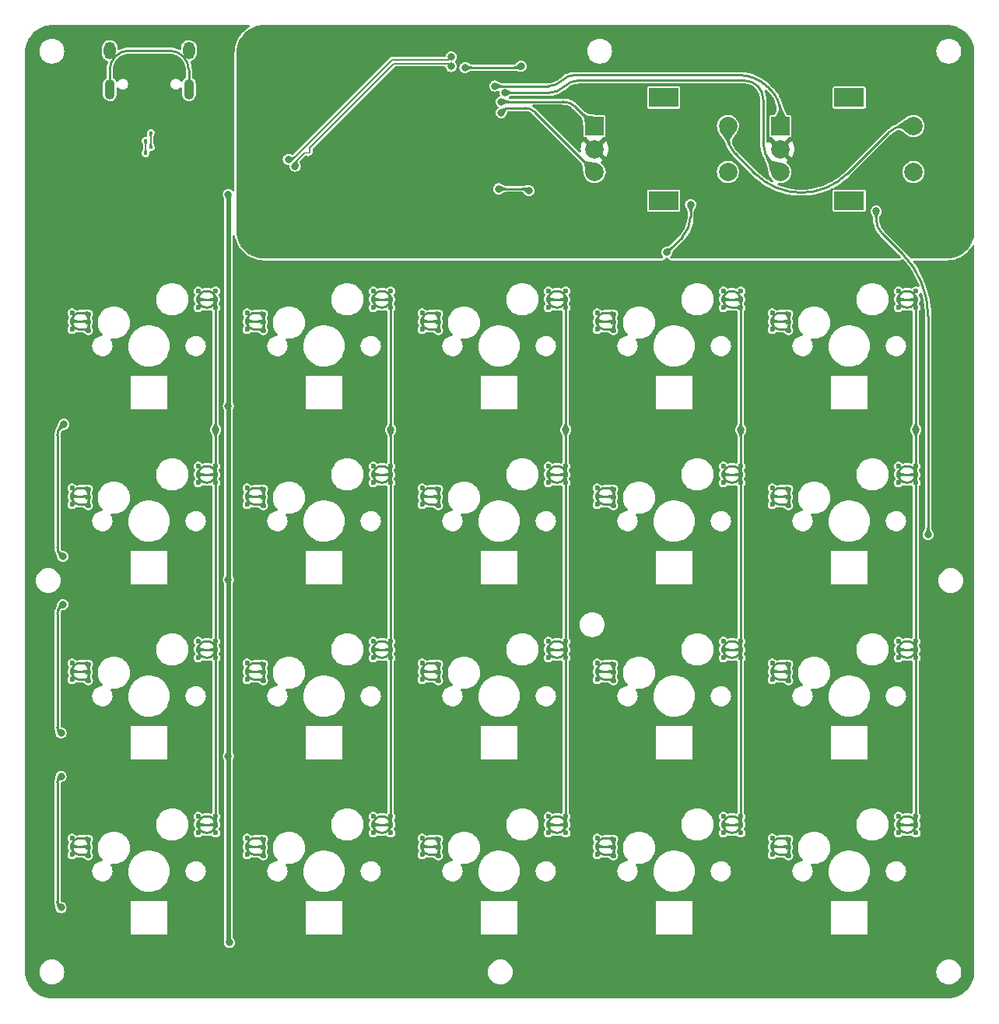
<source format=gbr>
%TF.GenerationSoftware,KiCad,Pcbnew,(6.0.4)*%
%TF.CreationDate,2022-05-20T19:43:05+02:00*%
%TF.ProjectId,MacroBoard-rounded,4d616372-6f42-46f6-9172-642d726f756e,rev?*%
%TF.SameCoordinates,Original*%
%TF.FileFunction,Copper,L1,Top*%
%TF.FilePolarity,Positive*%
%FSLAX46Y46*%
G04 Gerber Fmt 4.6, Leading zero omitted, Abs format (unit mm)*
G04 Created by KiCad (PCBNEW (6.0.4)) date 2022-05-20 19:43:05*
%MOMM*%
%LPD*%
G01*
G04 APERTURE LIST*
%TA.AperFunction,ComponentPad*%
%ADD10C,0.600000*%
%TD*%
%TA.AperFunction,ComponentPad*%
%ADD11R,2.000000X2.000000*%
%TD*%
%TA.AperFunction,ComponentPad*%
%ADD12C,2.000000*%
%TD*%
%TA.AperFunction,ComponentPad*%
%ADD13R,3.200000X2.000000*%
%TD*%
%TA.AperFunction,ComponentPad*%
%ADD14O,1.300000X1.900000*%
%TD*%
%TA.AperFunction,ComponentPad*%
%ADD15O,1.100000X2.200000*%
%TD*%
%TA.AperFunction,ViaPad*%
%ADD16C,0.800000*%
%TD*%
%TA.AperFunction,ViaPad*%
%ADD17C,0.450000*%
%TD*%
%TA.AperFunction,Conductor*%
%ADD18C,0.250000*%
%TD*%
%TA.AperFunction,Conductor*%
%ADD19C,0.508000*%
%TD*%
%TA.AperFunction,Conductor*%
%ADD20C,0.200000*%
%TD*%
G04 APERTURE END LIST*
D10*
%TO.P,MX10,1,COL*%
%TO.N,COL2*%
X126312500Y-78162500D03*
X124412500Y-79062500D03*
X124412500Y-78162500D03*
X126312500Y-79062500D03*
X126312500Y-79962500D03*
X124412500Y-79962500D03*
%TO.P,MX10,2,ROW*%
%TO.N,Net-(D10-Pad2)*%
X110682500Y-82342500D03*
X112462500Y-82462500D03*
X112462500Y-81562500D03*
X110682500Y-81442500D03*
X112462500Y-80662500D03*
X110682500Y-80542500D03*
%TD*%
D11*
%TO.P,SW3,A,A*%
%TO.N,/ROT_2A*%
X149662500Y-41156250D03*
D12*
%TO.P,SW3,B,B*%
%TO.N,/ROT_2B*%
X149662500Y-46156250D03*
%TO.P,SW3,C,C*%
%TO.N,GND*%
X149662500Y-43656250D03*
D13*
%TO.P,SW3,MP*%
%TO.N,N/C*%
X157162500Y-38056250D03*
X157162500Y-49256250D03*
D12*
%TO.P,SW3,S1,S1*%
%TO.N,Net-(D43-Pad2)*%
X164162500Y-46156250D03*
%TO.P,SW3,S2,S2*%
%TO.N,Net-(SW2-PadS2)*%
X164162500Y-41156250D03*
%TD*%
D10*
%TO.P,MX18,1,COL*%
%TO.N,COL4*%
X162512500Y-79962500D03*
X162512500Y-78162500D03*
X162512500Y-79062500D03*
X164412500Y-79062500D03*
X164412500Y-79962500D03*
X164412500Y-78162500D03*
%TO.P,MX18,2,ROW*%
%TO.N,Net-(D18-Pad2)*%
X150562500Y-81562500D03*
X150562500Y-82462500D03*
X148782500Y-80542500D03*
X148782500Y-82342500D03*
X150562500Y-80662500D03*
X148782500Y-81442500D03*
%TD*%
%TO.P,MX5,1,COL*%
%TO.N,COL1*%
X107262500Y-60012500D03*
X107262500Y-60912500D03*
X105362500Y-60012500D03*
X105362500Y-59112500D03*
X105362500Y-60912500D03*
X107262500Y-59112500D03*
%TO.P,MX5,2,ROW*%
%TO.N,Net-(D5-Pad2)*%
X93412500Y-62512500D03*
X93412500Y-61612500D03*
X91632500Y-63292500D03*
X93412500Y-63412500D03*
X91632500Y-62392500D03*
X91632500Y-61492500D03*
%TD*%
%TO.P,MX20,1,COL*%
%TO.N,COL4*%
X164412500Y-118062500D03*
X162512500Y-116262500D03*
X164412500Y-116262500D03*
X162512500Y-118062500D03*
X162512500Y-117162500D03*
X164412500Y-117162500D03*
%TO.P,MX20,2,ROW*%
%TO.N,Net-(D20-Pad2)*%
X148782500Y-118642500D03*
X148782500Y-120442500D03*
X148782500Y-119542500D03*
X150562500Y-120562500D03*
X150562500Y-119662500D03*
X150562500Y-118762500D03*
%TD*%
%TO.P,MX2,1,COL*%
%TO.N,COL0*%
X88212500Y-78162500D03*
X88212500Y-79062500D03*
X86312500Y-78162500D03*
X86312500Y-79062500D03*
X86312500Y-79962500D03*
X88212500Y-79962500D03*
%TO.P,MX2,2,ROW*%
%TO.N,Net-(D2-Pad2)*%
X72582500Y-80542500D03*
X74362500Y-80662500D03*
X74362500Y-82462500D03*
X74362500Y-81562500D03*
X72582500Y-82342500D03*
X72582500Y-81442500D03*
%TD*%
%TO.P,MX7,1,COL*%
%TO.N,COL1*%
X107262500Y-98112500D03*
X105362500Y-99012500D03*
X107262500Y-99012500D03*
X105362500Y-97212500D03*
X105362500Y-98112500D03*
X107262500Y-97212500D03*
%TO.P,MX7,2,ROW*%
%TO.N,Net-(D7-Pad2)*%
X93412500Y-100612500D03*
X93412500Y-101512500D03*
X93412500Y-99712500D03*
X91632500Y-101392500D03*
X91632500Y-100492500D03*
X91632500Y-99592500D03*
%TD*%
%TO.P,MX1,1,COL*%
%TO.N,COL0*%
X86312500Y-60012500D03*
X88212500Y-59112500D03*
X88212500Y-60012500D03*
X86312500Y-59112500D03*
X88212500Y-60912500D03*
X86312500Y-60912500D03*
%TO.P,MX1,2,ROW*%
%TO.N,Net-(D1-Pad2)*%
X72582500Y-61492500D03*
X72582500Y-62392500D03*
X74362500Y-63412500D03*
X74362500Y-61612500D03*
X74362500Y-62512500D03*
X72582500Y-63292500D03*
%TD*%
%TO.P,MX3,1,COL*%
%TO.N,COL0*%
X86312500Y-99012500D03*
X88212500Y-97212500D03*
X86312500Y-98112500D03*
X88212500Y-99012500D03*
X86312500Y-97212500D03*
X88212500Y-98112500D03*
%TO.P,MX3,2,ROW*%
%TO.N,Net-(D3-Pad2)*%
X72582500Y-99592500D03*
X72582500Y-100492500D03*
X74362500Y-100612500D03*
X74362500Y-99712500D03*
X72582500Y-101392500D03*
X74362500Y-101512500D03*
%TD*%
%TO.P,MX6,1,COL*%
%TO.N,COL1*%
X105362500Y-78162500D03*
X107262500Y-79962500D03*
X107262500Y-78162500D03*
X105362500Y-79062500D03*
X105362500Y-79962500D03*
X107262500Y-79062500D03*
%TO.P,MX6,2,ROW*%
%TO.N,Net-(D6-Pad2)*%
X93412500Y-82462500D03*
X91632500Y-81442500D03*
X91632500Y-80542500D03*
X93412500Y-81562500D03*
X91632500Y-82342500D03*
X93412500Y-80662500D03*
%TD*%
%TO.P,MX17,1,COL*%
%TO.N,COL4*%
X162512500Y-59112500D03*
X162512500Y-60012500D03*
X164412500Y-59112500D03*
X164412500Y-60912500D03*
X162512500Y-60912500D03*
X164412500Y-60012500D03*
%TO.P,MX17,2,ROW*%
%TO.N,Net-(D17-Pad2)*%
X148782500Y-61492500D03*
X150562500Y-62512500D03*
X148782500Y-62392500D03*
X150562500Y-63412500D03*
X150562500Y-61612500D03*
X148782500Y-63292500D03*
%TD*%
%TO.P,MX11,1,COL*%
%TO.N,COL2*%
X126312500Y-97212500D03*
X124412500Y-98112500D03*
X126312500Y-98112500D03*
X124412500Y-99012500D03*
X124412500Y-97212500D03*
X126312500Y-99012500D03*
%TO.P,MX11,2,ROW*%
%TO.N,Net-(D11-Pad2)*%
X112462500Y-101512500D03*
X110682500Y-99592500D03*
X112462500Y-100612500D03*
X112462500Y-99712500D03*
X110682500Y-100492500D03*
X110682500Y-101392500D03*
%TD*%
%TO.P,MX9,1,COL*%
%TO.N,COL2*%
X124412500Y-60912500D03*
X124412500Y-59112500D03*
X126312500Y-60012500D03*
X126312500Y-59112500D03*
X124412500Y-60012500D03*
X126312500Y-60912500D03*
%TO.P,MX9,2,ROW*%
%TO.N,Net-(D9-Pad2)*%
X110682500Y-61492500D03*
X112462500Y-61612500D03*
X112462500Y-62512500D03*
X110682500Y-63292500D03*
X110682500Y-62392500D03*
X112462500Y-63412500D03*
%TD*%
%TO.P,MX16,1,COL*%
%TO.N,COL3*%
X145362500Y-117162500D03*
X143462500Y-117162500D03*
X143462500Y-118062500D03*
X143462500Y-116262500D03*
X145362500Y-118062500D03*
X145362500Y-116262500D03*
%TO.P,MX16,2,ROW*%
%TO.N,Net-(D16-Pad2)*%
X129732500Y-120442500D03*
X131512500Y-120562500D03*
X129732500Y-118642500D03*
X131512500Y-118762500D03*
X129732500Y-119542500D03*
X131512500Y-119662500D03*
%TD*%
%TO.P,MX19,1,COL*%
%TO.N,COL4*%
X164412500Y-98112500D03*
X162512500Y-98112500D03*
X162512500Y-99012500D03*
X162512500Y-97212500D03*
X164412500Y-97212500D03*
X164412500Y-99012500D03*
%TO.P,MX19,2,ROW*%
%TO.N,Net-(D19-Pad2)*%
X150562500Y-99712500D03*
X148782500Y-101392500D03*
X150562500Y-101512500D03*
X150562500Y-100612500D03*
X148782500Y-100492500D03*
X148782500Y-99592500D03*
%TD*%
%TO.P,MX12,1,COL*%
%TO.N,COL2*%
X124412500Y-116262500D03*
X126312500Y-118062500D03*
X126312500Y-117162500D03*
X126312500Y-116262500D03*
X124412500Y-118062500D03*
X124412500Y-117162500D03*
%TO.P,MX12,2,ROW*%
%TO.N,Net-(D12-Pad2)*%
X110682500Y-119542500D03*
X112462500Y-118762500D03*
X110682500Y-118642500D03*
X110682500Y-120442500D03*
X112462500Y-119662500D03*
X112462500Y-120562500D03*
%TD*%
%TO.P,MX8,1,COL*%
%TO.N,COL1*%
X107262500Y-118062500D03*
X105362500Y-117162500D03*
X107262500Y-116262500D03*
X107262500Y-117162500D03*
X105362500Y-118062500D03*
X105362500Y-116262500D03*
%TO.P,MX8,2,ROW*%
%TO.N,Net-(D8-Pad2)*%
X93412500Y-119662500D03*
X91632500Y-118642500D03*
X93412500Y-118762500D03*
X93412500Y-120562500D03*
X91632500Y-120442500D03*
X91632500Y-119542500D03*
%TD*%
%TO.P,MX4,1,COL*%
%TO.N,COL0*%
X86312500Y-117162500D03*
X88212500Y-116262500D03*
X88212500Y-117162500D03*
X88212500Y-118062500D03*
X86312500Y-116262500D03*
X86312500Y-118062500D03*
%TO.P,MX4,2,ROW*%
%TO.N,Net-(D4-Pad2)*%
X72582500Y-118642500D03*
X74362500Y-120562500D03*
X74362500Y-118762500D03*
X74362500Y-119662500D03*
X72582500Y-119542500D03*
X72582500Y-120442500D03*
%TD*%
%TO.P,MX14,1,COL*%
%TO.N,COL3*%
X145362500Y-78162500D03*
X143462500Y-79962500D03*
X145362500Y-79962500D03*
X143462500Y-79062500D03*
X143462500Y-78162500D03*
X145362500Y-79062500D03*
%TO.P,MX14,2,ROW*%
%TO.N,Net-(D14-Pad2)*%
X131512500Y-80662500D03*
X131512500Y-81562500D03*
X129732500Y-81442500D03*
X129732500Y-82342500D03*
X131512500Y-82462500D03*
X129732500Y-80542500D03*
%TD*%
D11*
%TO.P,SW2,A,A*%
%TO.N,/ROT_1A*%
X129462500Y-41156250D03*
D12*
%TO.P,SW2,B,B*%
%TO.N,/ROT_1B*%
X129462500Y-46156250D03*
%TO.P,SW2,C,C*%
%TO.N,GND*%
X129462500Y-43656250D03*
D13*
%TO.P,SW2,MP*%
%TO.N,N/C*%
X136962500Y-49256250D03*
X136962500Y-38056250D03*
D12*
%TO.P,SW2,S1,S1*%
%TO.N,Net-(D42-Pad2)*%
X143962500Y-46156250D03*
%TO.P,SW2,S2,S2*%
%TO.N,Net-(SW2-PadS2)*%
X143962500Y-41156250D03*
%TD*%
D10*
%TO.P,MX13,1,COL*%
%TO.N,COL3*%
X143462500Y-60912500D03*
X145362500Y-59112500D03*
X143462500Y-59112500D03*
X145362500Y-60012500D03*
X145362500Y-60912500D03*
X143462500Y-60012500D03*
%TO.P,MX13,2,ROW*%
%TO.N,Net-(D13-Pad2)*%
X129732500Y-62392500D03*
X131512500Y-61612500D03*
X131512500Y-62512500D03*
X131512500Y-63412500D03*
X129732500Y-63292500D03*
X129732500Y-61492500D03*
%TD*%
%TO.P,MX15,1,COL*%
%TO.N,COL3*%
X145362500Y-99012500D03*
X145362500Y-97212500D03*
X143462500Y-98112500D03*
X145362500Y-98112500D03*
X143462500Y-97212500D03*
X143462500Y-99012500D03*
%TO.P,MX15,2,ROW*%
%TO.N,Net-(D15-Pad2)*%
X129732500Y-99592500D03*
X131512500Y-100612500D03*
X131512500Y-101512500D03*
X131512500Y-99712500D03*
X129732500Y-100492500D03*
X129732500Y-101392500D03*
%TD*%
D14*
%TO.P,J1,S,SHIELD*%
%TO.N,GNDPWR*%
X76697500Y-32950000D03*
D15*
X85297500Y-37150000D03*
D14*
X85297500Y-32950000D03*
D15*
X76697500Y-37150000D03*
%TD*%
D16*
%TO.N,GND*%
X140400000Y-37200000D03*
X92800000Y-41500000D03*
X154940000Y-35560000D03*
X93980000Y-50800000D03*
X124460000Y-35560000D03*
X154940000Y-50800000D03*
%TO.N,+5V*%
X89600000Y-48600000D03*
X89600000Y-109700000D03*
X89600000Y-71600000D03*
X89700000Y-130000000D03*
X89600000Y-90500000D03*
%TO.N,Net-(C8-Pad1)*%
X121450000Y-34650000D03*
X115350000Y-34800000D03*
%TO.N,ROW0*%
X139900000Y-49700000D03*
X137300000Y-54900000D03*
%TO.N,ROW1*%
X160100000Y-50400000D03*
X165750000Y-85600000D03*
%TO.N,GNDREF*%
X109530600Y-89688100D03*
X128579400Y-125404600D03*
D17*
X80997500Y-41150000D03*
D16*
X128579400Y-70639300D03*
X109530600Y-106355800D03*
X88200000Y-42900000D03*
X147628200Y-89688100D03*
X90481800Y-106355800D03*
X109530600Y-70639300D03*
X162560000Y-71120000D03*
X90481800Y-87307000D03*
X109530600Y-68258200D03*
X90481800Y-125404600D03*
X162560000Y-128270000D03*
X147628200Y-87307000D03*
X147628200Y-68258200D03*
X128579400Y-108736900D03*
X128579400Y-89688100D03*
X128579400Y-87307000D03*
X162560000Y-109220000D03*
X128579400Y-106355800D03*
X128579400Y-127785700D03*
X128579400Y-68258200D03*
X90481800Y-68258200D03*
X71120000Y-37800000D03*
X147628200Y-108736900D03*
X147628200Y-106355800D03*
X147628200Y-125404600D03*
X147628200Y-70639300D03*
X102870000Y-57150000D03*
X90481800Y-108736900D03*
X109530600Y-87307000D03*
X90481800Y-127785700D03*
X81280000Y-57150000D03*
X109530600Y-127785700D03*
X90481800Y-89688100D03*
X147628200Y-127785700D03*
X140970000Y-57150000D03*
X90481800Y-70639300D03*
X162560000Y-90170000D03*
X109530600Y-125404600D03*
X71120000Y-50800000D03*
X121920000Y-57150000D03*
X160020000Y-57150000D03*
X109530600Y-108736900D03*
D17*
%TO.N,DA-*%
X81150000Y-41900000D03*
X81150000Y-43450000D03*
D16*
X113850000Y-33625251D03*
X96128768Y-44778768D03*
%TO.N,COL0*%
X88212500Y-74187500D03*
%TO.N,COL1*%
X107262500Y-74200000D03*
%TO.N,COL2*%
X126312500Y-74187500D03*
%TO.N,COL3*%
X145362500Y-74200000D03*
%TO.N,COL4*%
X164412500Y-74187500D03*
%TO.N,Net-(R6-Pad2)*%
X119021965Y-47978035D03*
X122300000Y-48200000D03*
%TO.N,Net-(D22-Pad3)*%
X71600000Y-88000000D03*
X71700000Y-73600000D03*
%TO.N,Net-(D23-Pad3)*%
X71400000Y-107200000D03*
X71600000Y-93200000D03*
%TO.N,Net-(D24-Pad3)*%
X71400000Y-126200000D03*
X71400000Y-111900000D03*
D17*
%TO.N,DA+*%
X80600000Y-44100000D03*
X80600000Y-42750000D03*
D16*
X96871232Y-45521232D03*
X113850000Y-34675251D03*
%TO.N,/ROT_1B*%
X119300000Y-39700000D03*
%TO.N,/ROT_1A*%
X119300000Y-38500000D03*
%TO.N,/ROT_2B*%
X119700000Y-37524500D03*
%TO.N,/ROT_2A*%
X118600000Y-36800000D03*
%TD*%
D18*
%TO.N,ROW1*%
X162925000Y-55025000D02*
X160736396Y-52836396D01*
X165750000Y-85600000D02*
X165750000Y-61845153D01*
X160100003Y-51300000D02*
G75*
G03*
X160736397Y-52836395I2172797J0D01*
G01*
X160100000Y-51300000D02*
X160100000Y-50400000D01*
X162925016Y-55024984D02*
G75*
G02*
X165750000Y-61845153I-6820116J-6820116D01*
G01*
D19*
%TO.N,+5V*%
X89628295Y-48648292D02*
G75*
G03*
X89614144Y-48614144I-48295J-8D01*
G01*
X89664136Y-129964152D02*
G75*
G02*
X89628289Y-129877581I86564J86552D01*
G01*
D18*
%TO.N,Net-(SW2-PadS2)*%
X151950000Y-48400008D02*
G75*
G02*
X146914035Y-46314033I0J7121908D01*
G01*
X151950000Y-48400007D02*
G75*
G03*
X156985964Y-46314034I0J7121907D01*
G01*
X144742510Y-44142544D02*
G75*
G02*
X143962500Y-42259375I1883190J1883144D01*
G01*
X161430001Y-41869972D02*
G75*
G02*
X163153125Y-41156250I1723099J-1723128D01*
G01*
%TO.N,/ROT_2A*%
X125899992Y-36199992D02*
G75*
G02*
X127348528Y-35600000I1448508J-1448508D01*
G01*
X145117328Y-35599989D02*
G75*
G02*
X148331250Y-36931250I-28J-4545211D01*
G01*
X149662507Y-39709375D02*
G75*
G03*
X148639404Y-37239404I-3493107J-25D01*
G01*
X124451471Y-36799988D02*
G75*
G03*
X125900000Y-36200000I29J2048488D01*
G01*
%TO.N,/ROT_2B*%
X147799988Y-38248528D02*
G75*
G03*
X147200000Y-36800000I-2048488J28D01*
G01*
X126137761Y-36862261D02*
G75*
G02*
X127736562Y-36200000I1598839J-1598839D01*
G01*
X148731229Y-45225021D02*
G75*
G02*
X147800000Y-42976763I2248271J2248221D01*
G01*
X145751471Y-36200012D02*
G75*
G02*
X147200000Y-36800000I29J-2048488D01*
G01*
X124538937Y-37524515D02*
G75*
G03*
X126137750Y-36862250I-37J2261115D01*
G01*
%TO.N,/ROT_1A*%
X126022182Y-38500008D02*
G75*
G02*
X127349999Y-39050001I18J-1877792D01*
G01*
X129459375Y-41156266D02*
G75*
G02*
X129454040Y-41154040I25J7566D01*
G01*
X127350000Y-39050000D02*
X128450000Y-40150000D01*
%TO.N,/ROT_1B*%
X119549984Y-39449984D02*
G75*
G02*
X120153553Y-39200000I603516J-603516D01*
G01*
X121953125Y-39199994D02*
G75*
G02*
X122897368Y-39591118I-25J-1335406D01*
G01*
X121953125Y-39200000D02*
X120846875Y-39200000D01*
%TO.N,GNDPWR*%
X76697500Y-35050000D02*
G75*
G02*
X78797500Y-32950000I2100000J0D01*
G01*
X83197500Y-32950000D02*
G75*
G02*
X85297500Y-35050000I0J-2100000D01*
G01*
%TO.N,Net-(D24-Pad3)*%
X71000018Y-112582842D02*
G75*
G02*
X71200000Y-112100000I682782J42D01*
G01*
X71199987Y-126000013D02*
G75*
G02*
X71000000Y-125517157I482813J482813D01*
G01*
%TO.N,Net-(D23-Pad3)*%
X71199987Y-107000013D02*
G75*
G02*
X71000000Y-106517157I482813J482813D01*
G01*
X70999986Y-94224264D02*
G75*
G02*
X71300001Y-93500001I1024314J-36D01*
G01*
%TO.N,Net-(D22-Pad3)*%
X70999990Y-74794974D02*
G75*
G02*
X71350000Y-73950000I1195010J-26D01*
G01*
X71300011Y-87699989D02*
G75*
G02*
X71000000Y-86975735I724289J724289D01*
G01*
%TO.N,Net-(R6-Pad2)*%
X121921082Y-47978062D02*
G75*
G02*
X122189017Y-48089017I18J-378938D01*
G01*
%TO.N,COL4*%
X163412500Y-118062500D02*
G75*
G02*
X162512500Y-117162500I0J900000D01*
G01*
X162512500Y-98112500D02*
G75*
G02*
X163412500Y-97212500I900000J0D01*
G01*
X163512500Y-97212500D02*
G75*
G02*
X164412500Y-98112500I0J-900000D01*
G01*
X163412500Y-79962500D02*
G75*
G02*
X162512500Y-79062500I0J900000D01*
G01*
X164412500Y-117162500D02*
G75*
G02*
X163512500Y-118062500I-900000J0D01*
G01*
X163512500Y-118062500D02*
G75*
G03*
X164412500Y-117162500I0J900000D01*
G01*
X164412500Y-117162500D02*
G75*
G02*
X164412500Y-117162500I0J0D01*
G01*
X163512500Y-79962500D02*
G75*
G03*
X164412500Y-79062500I0J900000D01*
G01*
X164412500Y-60012500D02*
G75*
G03*
X163512500Y-59112500I-900000J0D01*
G01*
X163512500Y-59112500D02*
G75*
G02*
X164412500Y-60012500I0J-900000D01*
G01*
X164412500Y-60012500D02*
G75*
G02*
X164412500Y-60012500I0J0D01*
G01*
X162512500Y-79062500D02*
G75*
G02*
X163412500Y-78162500I900000J0D01*
G01*
X162512500Y-117162500D02*
G75*
G02*
X163412500Y-116262500I900000J0D01*
G01*
X163512500Y-116262500D02*
G75*
G02*
X164412500Y-117162500I0J-900000D01*
G01*
X163412500Y-99012500D02*
G75*
G02*
X162512500Y-98112500I0J900000D01*
G01*
X163512500Y-99012500D02*
G75*
G03*
X164412500Y-98112500I0J900000D01*
G01*
X163512500Y-78162500D02*
G75*
G02*
X164412500Y-79062500I0J-900000D01*
G01*
X162512500Y-60012500D02*
G75*
G02*
X163412500Y-59112500I900000J0D01*
G01*
X163412500Y-60912500D02*
G75*
G02*
X162512500Y-60012500I0J900000D01*
G01*
X163512500Y-60912500D02*
G75*
G03*
X164412500Y-60012500I0J900000D01*
G01*
X164412500Y-85678910D02*
X164412500Y-95051490D01*
%TO.N,COL3*%
X143462500Y-60012500D02*
G75*
G02*
X144362500Y-59112500I900000J0D01*
G01*
X144412500Y-59112500D02*
G75*
G02*
X145362500Y-60062500I0J-950000D01*
G01*
X143462500Y-117162500D02*
G75*
G02*
X144362500Y-116262500I900000J0D01*
G01*
X144362500Y-79962500D02*
G75*
G02*
X143462500Y-79062500I0J900000D01*
G01*
X144462500Y-79962500D02*
G75*
G03*
X145362500Y-79062500I0J900000D01*
G01*
X144462500Y-116262500D02*
G75*
G02*
X145362500Y-117162500I0J-900000D01*
G01*
X143462500Y-79062500D02*
G75*
G02*
X144362500Y-78162500I900000J0D01*
G01*
X144462500Y-78162500D02*
G75*
G02*
X145362500Y-79062500I0J-900000D01*
G01*
X144362500Y-99012500D02*
G75*
G02*
X143462500Y-98112500I0J900000D01*
G01*
X144462500Y-99012500D02*
G75*
G03*
X145362500Y-98112500I0J900000D01*
G01*
X144362500Y-60912500D02*
G75*
G02*
X143462500Y-60012500I0J900000D01*
G01*
X143462500Y-98112500D02*
G75*
G02*
X144362500Y-97212500I900000J0D01*
G01*
X144462500Y-97212500D02*
G75*
G02*
X145362500Y-98112500I0J-900000D01*
G01*
X144362500Y-118062500D02*
G75*
G02*
X143462500Y-117162500I0J900000D01*
G01*
X145362500Y-117162500D02*
G75*
G02*
X144462500Y-118062500I-900000J0D01*
G01*
X144462500Y-118062500D02*
G75*
G03*
X145362500Y-117162500I0J900000D01*
G01*
X145362500Y-117162500D02*
G75*
G02*
X145362500Y-117162500I0J0D01*
G01*
%TO.N,COL2*%
X125312500Y-118062500D02*
G75*
G02*
X124412500Y-117162500I0J900000D01*
G01*
X126312500Y-117162500D02*
G75*
G02*
X125412500Y-118062500I-900000J0D01*
G01*
X125412500Y-118062500D02*
G75*
G03*
X126312500Y-117162500I0J900000D01*
G01*
X126312500Y-117162500D02*
G75*
G02*
X126312500Y-117162500I0J0D01*
G01*
X126312500Y-60012500D02*
G75*
G03*
X125412500Y-59112500I-900000J0D01*
G01*
X125412500Y-59112500D02*
G75*
G02*
X126312500Y-60012500I0J-900000D01*
G01*
X126312500Y-60012500D02*
G75*
G02*
X126312500Y-60012500I0J0D01*
G01*
X124412500Y-60012500D02*
G75*
G02*
X125312500Y-59112500I900000J0D01*
G01*
X125312500Y-79962500D02*
G75*
G02*
X124412500Y-79062500I0J900000D01*
G01*
X125412500Y-79962500D02*
G75*
G03*
X126312500Y-79062500I0J900000D01*
G01*
X124412500Y-117162500D02*
G75*
G02*
X125312500Y-116262500I900000J0D01*
G01*
X125412500Y-116262500D02*
G75*
G02*
X126312500Y-117162500I0J-900000D01*
G01*
X124412500Y-79062500D02*
G75*
G02*
X125312500Y-78162500I900000J0D01*
G01*
X125312500Y-99012500D02*
G75*
G02*
X124412500Y-98112500I0J900000D01*
G01*
X125412500Y-99012500D02*
G75*
G03*
X126312500Y-98112500I0J900000D01*
G01*
X125412500Y-78162500D02*
G75*
G02*
X126312500Y-79062500I0J-900000D01*
G01*
X125412500Y-97212500D02*
G75*
G02*
X126312500Y-98112500I0J-900000D01*
G01*
X124412500Y-98112500D02*
G75*
G02*
X125312500Y-97212500I900000J0D01*
G01*
X125312500Y-60912500D02*
G75*
G02*
X124412500Y-60012500I0J900000D01*
G01*
X125412500Y-60912500D02*
G75*
G03*
X126312500Y-60012500I0J900000D01*
G01*
%TO.N,COL1*%
X106262500Y-60912500D02*
G75*
G02*
X105362500Y-60012500I0J900000D01*
G01*
X106362500Y-60912500D02*
G75*
G03*
X107262500Y-60012500I0J900000D01*
G01*
X105362500Y-98112500D02*
G75*
G02*
X106262500Y-97212500I900000J0D01*
G01*
X106362500Y-97212500D02*
G75*
G02*
X107262500Y-98112500I0J-900000D01*
G01*
X106262500Y-79962500D02*
G75*
G02*
X105362500Y-79062500I0J900000D01*
G01*
X106262500Y-118062500D02*
G75*
G02*
X105362500Y-117162500I0J900000D01*
G01*
X107262500Y-117162500D02*
G75*
G02*
X106362500Y-118062500I-900000J0D01*
G01*
X106362500Y-118062500D02*
G75*
G03*
X107262500Y-117162500I0J900000D01*
G01*
X107262500Y-117162500D02*
G75*
G02*
X107262500Y-117162500I0J0D01*
G01*
X105362500Y-60012500D02*
G75*
G02*
X106262500Y-59112500I900000J0D01*
G01*
X107262500Y-60012500D02*
G75*
G03*
X106362500Y-59112500I-900000J0D01*
G01*
X106362500Y-59112500D02*
G75*
G02*
X107262500Y-60012500I0J-900000D01*
G01*
X107262500Y-60012500D02*
G75*
G02*
X107262500Y-60012500I0J0D01*
G01*
X106362500Y-99012500D02*
G75*
G03*
X107262500Y-98112500I0J900000D01*
G01*
X105362500Y-117162500D02*
G75*
G02*
X106262500Y-116262500I900000J0D01*
G01*
X106362500Y-116262500D02*
G75*
G02*
X107262500Y-117162500I0J-900000D01*
G01*
X106362500Y-79962500D02*
G75*
G03*
X107262500Y-79062500I0J900000D01*
G01*
X106262500Y-99012500D02*
G75*
G02*
X105362500Y-98112500I0J900000D01*
G01*
X105362500Y-79062500D02*
G75*
G02*
X106262500Y-78162500I900000J0D01*
G01*
X106362500Y-78162500D02*
G75*
G02*
X107262500Y-79062500I0J-900000D01*
G01*
%TO.N,COL0*%
X87312500Y-78162500D02*
G75*
G02*
X88212500Y-79062500I0J-900000D01*
G01*
X87212500Y-99012500D02*
G75*
G02*
X86312500Y-98112500I0J900000D01*
G01*
X87212500Y-60912500D02*
G75*
G02*
X86312500Y-60012500I0J900000D01*
G01*
X86312500Y-98112500D02*
G75*
G02*
X87212500Y-97212500I900000J0D01*
G01*
X87312500Y-97212500D02*
G75*
G02*
X88212500Y-98112500I0J-900000D01*
G01*
X87312500Y-60912500D02*
G75*
G03*
X88212500Y-60012500I0J900000D01*
G01*
X87212500Y-118062500D02*
G75*
G02*
X86312500Y-117162500I0J900000D01*
G01*
X88212500Y-117162500D02*
G75*
G02*
X87312500Y-118062500I-900000J0D01*
G01*
X87312500Y-118062500D02*
G75*
G03*
X88212500Y-117162500I0J900000D01*
G01*
X88212500Y-117162500D02*
G75*
G02*
X88212500Y-117162500I0J0D01*
G01*
X87312500Y-99012500D02*
G75*
G03*
X88212500Y-98112500I0J900000D01*
G01*
X86312500Y-60012500D02*
G75*
G02*
X87212500Y-59112500I900000J0D01*
G01*
X88212500Y-60012500D02*
G75*
G03*
X87312500Y-59112500I-900000J0D01*
G01*
X87312500Y-59112500D02*
G75*
G02*
X88212500Y-60012500I0J-900000D01*
G01*
X88212500Y-60012500D02*
G75*
G02*
X88212500Y-60012500I0J0D01*
G01*
X87212500Y-79962500D02*
G75*
G02*
X86312500Y-79062500I0J900000D01*
G01*
X86312500Y-117162500D02*
G75*
G02*
X87212500Y-116262500I900000J0D01*
G01*
X87312500Y-116262500D02*
G75*
G02*
X88212500Y-117162500I0J-900000D01*
G01*
X87312500Y-79962500D02*
G75*
G03*
X88212500Y-79062500I0J900000D01*
G01*
X86312500Y-79062500D02*
G75*
G02*
X87212500Y-78162500I900000J0D01*
G01*
%TO.N,Net-(D20-Pad2)*%
X150357647Y-118642481D02*
G75*
G02*
X150502500Y-118702500I-47J-204919D01*
G01*
X150562519Y-118847352D02*
G75*
G03*
X150502500Y-118702500I-204919J-48D01*
G01*
X150357647Y-119542481D02*
G75*
G02*
X150502500Y-119602500I-47J-204919D01*
G01*
X148782500Y-119472500D02*
G75*
G02*
X149612500Y-118642500I830000J0D01*
G01*
X150357647Y-120442481D02*
G75*
G02*
X150502500Y-120502500I-47J-204919D01*
G01*
X150562613Y-120477647D02*
G75*
G02*
X150502501Y-120502499I-35213J47D01*
G01*
X149612500Y-120442500D02*
G75*
G02*
X148782500Y-119612500I0J830000D01*
G01*
%TO.N,Net-(D19-Pad2)*%
X148782500Y-100422500D02*
G75*
G02*
X149612500Y-99592500I830000J0D01*
G01*
X150357647Y-101392481D02*
G75*
G02*
X150502500Y-101452500I-47J-204919D01*
G01*
X150562613Y-101427647D02*
G75*
G02*
X150502501Y-101452499I-35213J47D01*
G01*
X150357647Y-99592481D02*
G75*
G02*
X150502500Y-99652500I-47J-204919D01*
G01*
X149612500Y-101392500D02*
G75*
G02*
X148782500Y-100562500I0J830000D01*
G01*
X150562519Y-99797352D02*
G75*
G03*
X150502500Y-99652500I-204919J-48D01*
G01*
X150357647Y-100492481D02*
G75*
G02*
X150502500Y-100552500I-47J-204919D01*
G01*
%TO.N,Net-(D18-Pad2)*%
X150357647Y-80542481D02*
G75*
G02*
X150502500Y-80602500I-47J-204919D01*
G01*
X150562519Y-80747352D02*
G75*
G03*
X150502500Y-80602500I-204919J-48D01*
G01*
X149612500Y-82342500D02*
G75*
G02*
X148782500Y-81512500I0J830000D01*
G01*
X148782500Y-81372500D02*
G75*
G02*
X149612500Y-80542500I830000J0D01*
G01*
X150357647Y-81442481D02*
G75*
G02*
X150502500Y-81502500I-47J-204919D01*
G01*
X150357647Y-82342481D02*
G75*
G02*
X150502500Y-82402500I-47J-204919D01*
G01*
X150562613Y-82377647D02*
G75*
G02*
X150502501Y-82402499I-35213J47D01*
G01*
%TO.N,Net-(D17-Pad2)*%
X148782500Y-62322500D02*
G75*
G02*
X149612500Y-61492500I830000J0D01*
G01*
X150357647Y-62392481D02*
G75*
G02*
X150502500Y-62452500I-47J-204919D01*
G01*
X150357647Y-63292481D02*
G75*
G02*
X150502500Y-63352500I-47J-204919D01*
G01*
X150562613Y-63327647D02*
G75*
G02*
X150502501Y-63352499I-35213J47D01*
G01*
X150357647Y-61492481D02*
G75*
G02*
X150502500Y-61552500I-47J-204919D01*
G01*
X150562519Y-61697352D02*
G75*
G03*
X150502500Y-61552500I-204919J-48D01*
G01*
X149612500Y-63292500D02*
G75*
G02*
X148782500Y-62462500I0J830000D01*
G01*
%TO.N,Net-(D16-Pad2)*%
X131512613Y-120477647D02*
G75*
G02*
X131452501Y-120502499I-35213J47D01*
G01*
X131307647Y-118642481D02*
G75*
G02*
X131452500Y-118702500I-47J-204919D01*
G01*
X131512519Y-118847352D02*
G75*
G03*
X131452500Y-118702500I-204919J-48D01*
G01*
X130562500Y-120442500D02*
G75*
G02*
X129732500Y-119612500I0J830000D01*
G01*
X131307647Y-119542481D02*
G75*
G02*
X131452500Y-119602500I-47J-204919D01*
G01*
X129732500Y-119472500D02*
G75*
G02*
X130562500Y-118642500I830000J0D01*
G01*
X131307647Y-120442481D02*
G75*
G02*
X131452500Y-120502500I-47J-204919D01*
G01*
%TO.N,Net-(D15-Pad2)*%
X131307647Y-100492481D02*
G75*
G02*
X131452500Y-100552500I-47J-204919D01*
G01*
X129732500Y-100422500D02*
G75*
G02*
X130562500Y-99592500I830000J0D01*
G01*
X131307647Y-101392481D02*
G75*
G02*
X131452500Y-101452500I-47J-204919D01*
G01*
X131512613Y-101427647D02*
G75*
G02*
X131452501Y-101452499I-35213J47D01*
G01*
X130562500Y-101392500D02*
G75*
G02*
X129732500Y-100562500I0J830000D01*
G01*
X131307647Y-99592481D02*
G75*
G02*
X131452500Y-99652500I-47J-204919D01*
G01*
X131512519Y-99797352D02*
G75*
G03*
X131452500Y-99652500I-204919J-48D01*
G01*
%TO.N,Net-(D14-Pad2)*%
X131512613Y-82377647D02*
G75*
G02*
X131452501Y-82402499I-35213J47D01*
G01*
X130562500Y-82342500D02*
G75*
G02*
X129732500Y-81512500I0J830000D01*
G01*
X131307647Y-80542481D02*
G75*
G02*
X131452500Y-80602500I-47J-204919D01*
G01*
X131512519Y-80747352D02*
G75*
G03*
X131452500Y-80602500I-204919J-48D01*
G01*
X131307647Y-81442481D02*
G75*
G02*
X131452500Y-81502500I-47J-204919D01*
G01*
X129732500Y-81372500D02*
G75*
G02*
X130562500Y-80542500I830000J0D01*
G01*
X131307647Y-82342481D02*
G75*
G02*
X131452500Y-82402500I-47J-204919D01*
G01*
%TO.N,Net-(D13-Pad2)*%
X131512519Y-61697352D02*
G75*
G03*
X131452500Y-61552500I-204919J-48D01*
G01*
X131307647Y-62392481D02*
G75*
G02*
X131452500Y-62452500I-47J-204919D01*
G01*
X129732500Y-62322500D02*
G75*
G02*
X130562500Y-61492500I830000J0D01*
G01*
X131307647Y-63292481D02*
G75*
G02*
X131452500Y-63352500I-47J-204919D01*
G01*
X131512613Y-63327647D02*
G75*
G02*
X131452501Y-63352499I-35213J47D01*
G01*
X131307647Y-61492481D02*
G75*
G02*
X131452500Y-61552500I-47J-204919D01*
G01*
X130562500Y-63292500D02*
G75*
G02*
X129732500Y-62462500I0J830000D01*
G01*
%TO.N,Net-(D12-Pad2)*%
X112257647Y-120442481D02*
G75*
G02*
X112402500Y-120502500I-47J-204919D01*
G01*
X112462519Y-118847352D02*
G75*
G03*
X112402500Y-118702500I-204919J-48D01*
G01*
X112257647Y-118642481D02*
G75*
G02*
X112402500Y-118702500I-47J-204919D01*
G01*
X111512500Y-120442500D02*
G75*
G02*
X110682500Y-119612500I0J830000D01*
G01*
X112257647Y-119542481D02*
G75*
G02*
X112402500Y-119602500I-47J-204919D01*
G01*
X110682500Y-119472500D02*
G75*
G02*
X111512500Y-118642500I830000J0D01*
G01*
X112462613Y-120477647D02*
G75*
G02*
X112402501Y-120502499I-35213J47D01*
G01*
%TO.N,Net-(D11-Pad2)*%
X111512500Y-101392500D02*
G75*
G02*
X110682500Y-100562500I0J830000D01*
G01*
X112257647Y-100492481D02*
G75*
G02*
X112402500Y-100552500I-47J-204919D01*
G01*
X110682500Y-100422500D02*
G75*
G02*
X111512500Y-99592500I830000J0D01*
G01*
X112462613Y-101427647D02*
G75*
G02*
X112402501Y-101452499I-35213J47D01*
G01*
X112462519Y-99797352D02*
G75*
G03*
X112402500Y-99652500I-204919J-48D01*
G01*
X112257647Y-101392481D02*
G75*
G02*
X112402500Y-101452500I-47J-204919D01*
G01*
X112257647Y-99592481D02*
G75*
G02*
X112402500Y-99652500I-47J-204919D01*
G01*
%TO.N,Net-(D10-Pad2)*%
X112462519Y-80747352D02*
G75*
G03*
X112402500Y-80602500I-204919J-48D01*
G01*
X112257647Y-82342481D02*
G75*
G02*
X112402500Y-82402500I-47J-204919D01*
G01*
X112257647Y-80542481D02*
G75*
G02*
X112402500Y-80602500I-47J-204919D01*
G01*
X111512500Y-82342500D02*
G75*
G02*
X110682500Y-81512500I0J830000D01*
G01*
X112257647Y-81442481D02*
G75*
G02*
X112402500Y-81502500I-47J-204919D01*
G01*
X110682500Y-81372500D02*
G75*
G02*
X111512500Y-80542500I830000J0D01*
G01*
X112462613Y-82377647D02*
G75*
G02*
X112402501Y-82402499I-35213J47D01*
G01*
%TO.N,Net-(D9-Pad2)*%
X112257647Y-61492481D02*
G75*
G02*
X112402500Y-61552500I-47J-204919D01*
G01*
X111512500Y-63292500D02*
G75*
G02*
X110682500Y-62462500I0J830000D01*
G01*
X112257647Y-62392481D02*
G75*
G02*
X112402500Y-62452500I-47J-204919D01*
G01*
X110682500Y-62322500D02*
G75*
G02*
X111512500Y-61492500I830000J0D01*
G01*
X112462613Y-63327647D02*
G75*
G02*
X112402501Y-63352499I-35213J47D01*
G01*
X112257647Y-63292481D02*
G75*
G02*
X112402500Y-63352500I-47J-204919D01*
G01*
X112462519Y-61697352D02*
G75*
G03*
X112402500Y-61552500I-204919J-48D01*
G01*
%TO.N,Net-(D8-Pad2)*%
X93207647Y-120442481D02*
G75*
G02*
X93352500Y-120502500I-47J-204919D01*
G01*
X93412519Y-118847352D02*
G75*
G03*
X93352500Y-118702500I-204919J-48D01*
G01*
X93207647Y-118642481D02*
G75*
G02*
X93352500Y-118702500I-47J-204919D01*
G01*
X92462500Y-120442500D02*
G75*
G02*
X91632500Y-119612500I0J830000D01*
G01*
X93412613Y-120477647D02*
G75*
G02*
X93352501Y-120502499I-35213J47D01*
G01*
X93207647Y-119542481D02*
G75*
G02*
X93352500Y-119602500I-47J-204919D01*
G01*
X91632500Y-119472500D02*
G75*
G02*
X92462500Y-118642500I830000J0D01*
G01*
%TO.N,Net-(D7-Pad2)*%
X93207647Y-99592481D02*
G75*
G02*
X93352500Y-99652500I-47J-204919D01*
G01*
X92462500Y-101392500D02*
G75*
G02*
X91632500Y-100562500I0J830000D01*
G01*
X91632500Y-100422500D02*
G75*
G02*
X92462500Y-99592500I830000J0D01*
G01*
X93412613Y-101427647D02*
G75*
G02*
X93352501Y-101452499I-35213J47D01*
G01*
X93207647Y-100492481D02*
G75*
G02*
X93352500Y-100552500I-47J-204919D01*
G01*
X93207647Y-101392481D02*
G75*
G02*
X93352500Y-101452500I-47J-204919D01*
G01*
X93412519Y-99797352D02*
G75*
G03*
X93352500Y-99652500I-204919J-48D01*
G01*
%TO.N,Net-(D6-Pad2)*%
X91632500Y-81372500D02*
G75*
G02*
X92462500Y-80542500I830000J0D01*
G01*
X93412613Y-82377647D02*
G75*
G02*
X93352501Y-82402499I-35213J47D01*
G01*
X93207647Y-81442481D02*
G75*
G02*
X93352500Y-81502500I-47J-204919D01*
G01*
X93207647Y-82342481D02*
G75*
G02*
X93352500Y-82402500I-47J-204919D01*
G01*
X93412519Y-80747352D02*
G75*
G03*
X93352500Y-80602500I-204919J-48D01*
G01*
X93207647Y-80542481D02*
G75*
G02*
X93352500Y-80602500I-47J-204919D01*
G01*
X92462500Y-82342500D02*
G75*
G02*
X91632500Y-81512500I0J830000D01*
G01*
%TO.N,Net-(D5-Pad2)*%
X93207647Y-63292481D02*
G75*
G02*
X93352500Y-63352500I-47J-204919D01*
G01*
X93207647Y-61492481D02*
G75*
G02*
X93352500Y-61552500I-47J-204919D01*
G01*
X92462500Y-63292500D02*
G75*
G02*
X91632500Y-62462500I0J830000D01*
G01*
X93207647Y-62392481D02*
G75*
G02*
X93352500Y-62452500I-47J-204919D01*
G01*
X91632500Y-62322500D02*
G75*
G02*
X92462500Y-61492500I830000J0D01*
G01*
X93412613Y-63327647D02*
G75*
G02*
X93352501Y-63352499I-35213J47D01*
G01*
X93412519Y-61697352D02*
G75*
G03*
X93352500Y-61552500I-204919J-48D01*
G01*
%TO.N,Net-(D4-Pad2)*%
X74157647Y-119542481D02*
G75*
G02*
X74302500Y-119602500I-47J-204919D01*
G01*
X72582500Y-119472500D02*
G75*
G02*
X73412500Y-118642500I830000J0D01*
G01*
X74362613Y-120477647D02*
G75*
G02*
X74302501Y-120502499I-35213J47D01*
G01*
X74157647Y-120442481D02*
G75*
G02*
X74302500Y-120502500I-47J-204919D01*
G01*
X74362519Y-118847352D02*
G75*
G03*
X74302500Y-118702500I-204919J-48D01*
G01*
X74157647Y-118642481D02*
G75*
G02*
X74302500Y-118702500I-47J-204919D01*
G01*
X73412500Y-120442500D02*
G75*
G02*
X72582500Y-119612500I0J830000D01*
G01*
%TO.N,Net-(D3-Pad2)*%
X73412500Y-101392500D02*
G75*
G02*
X72582500Y-100562500I0J830000D01*
G01*
X74157647Y-99592481D02*
G75*
G02*
X74302500Y-99652500I-47J-204919D01*
G01*
X74157647Y-100492481D02*
G75*
G02*
X74302500Y-100552500I-47J-204919D01*
G01*
X72582500Y-100422500D02*
G75*
G02*
X73412500Y-99592500I830000J0D01*
G01*
X74362613Y-101427647D02*
G75*
G02*
X74302501Y-101452499I-35213J47D01*
G01*
X74157647Y-101392481D02*
G75*
G02*
X74302500Y-101452500I-47J-204919D01*
G01*
X74362519Y-99797352D02*
G75*
G03*
X74302500Y-99652500I-204919J-48D01*
G01*
%TO.N,Net-(D2-Pad2)*%
X74157647Y-80542481D02*
G75*
G02*
X74302500Y-80602500I-47J-204919D01*
G01*
X74157647Y-81442481D02*
G75*
G02*
X74302500Y-81502500I-47J-204919D01*
G01*
X72582500Y-81372500D02*
G75*
G02*
X73412500Y-80542500I830000J0D01*
G01*
X74362613Y-82377647D02*
G75*
G02*
X74302501Y-82402499I-35213J47D01*
G01*
X74157647Y-82342481D02*
G75*
G02*
X74302500Y-82402500I-47J-204919D01*
G01*
X74362519Y-80747352D02*
G75*
G03*
X74302500Y-80602500I-204919J-48D01*
G01*
X73412500Y-82342500D02*
G75*
G02*
X72582500Y-81512500I0J830000D01*
G01*
%TO.N,Net-(D1-Pad2)*%
X74157647Y-63292481D02*
G75*
G02*
X74302500Y-63352500I-47J-204919D01*
G01*
X74362519Y-61697352D02*
G75*
G03*
X74302500Y-61552500I-204919J-48D01*
G01*
X74157647Y-61492481D02*
G75*
G02*
X74302500Y-61552500I-47J-204919D01*
G01*
X73412500Y-63292500D02*
G75*
G02*
X72582500Y-62462500I0J830000D01*
G01*
X74362613Y-63327647D02*
G75*
G02*
X74302501Y-63352499I-35213J47D01*
G01*
X74157647Y-62392481D02*
G75*
G02*
X74302500Y-62452500I-47J-204919D01*
G01*
X72582500Y-62322500D02*
G75*
G02*
X73412500Y-61492500I830000J0D01*
G01*
%TO.N,ROW0*%
X137312250Y-54900027D02*
G75*
G03*
X137333162Y-54891337I-50J29627D01*
G01*
X138972084Y-53252385D02*
G75*
G03*
X139900000Y-51012250I-2240184J2240185D01*
G01*
%TO.N,Net-(C8-Pad1)*%
X121193933Y-34800014D02*
G75*
G03*
X121375000Y-34725000I-33J256114D01*
G01*
%TO.N,Net-(D22-Pad3)*%
X71000000Y-74794974D02*
X71000000Y-86975735D01*
X71600000Y-88000000D02*
X71300000Y-87700000D01*
X71350000Y-73950000D02*
X71700000Y-73600000D01*
%TO.N,Net-(D23-Pad3)*%
X71400000Y-107200000D02*
X71200000Y-107000000D01*
X71300000Y-93500000D02*
X71600000Y-93200000D01*
X71000000Y-106517157D02*
X71000000Y-94224264D01*
%TO.N,/ROT_2A*%
X124451471Y-36800000D02*
X118600000Y-36800000D01*
X127348528Y-35600000D02*
X145117328Y-35600000D01*
X148331250Y-36931250D02*
X148639404Y-37239404D01*
X149662500Y-39709375D02*
X149662500Y-41156250D01*
%TO.N,/ROT_2B*%
X119700000Y-37524500D02*
X124538937Y-37524500D01*
X127736562Y-36200000D02*
X145751471Y-36200000D01*
X147800000Y-38248528D02*
X147800000Y-42976763D01*
X148731250Y-45225000D02*
X149662500Y-46156250D01*
D19*
%TO.N,+5V*%
X89614144Y-48614144D02*
X89600000Y-48600000D01*
X89700000Y-130000000D02*
X89664144Y-129964144D01*
X89628289Y-48648292D02*
X89628289Y-129877581D01*
D18*
%TO.N,Net-(C8-Pad1)*%
X115350000Y-34800000D02*
X121193933Y-34800000D01*
X121375000Y-34725000D02*
X121450000Y-34650000D01*
%TO.N,ROW0*%
X137300000Y-54900000D02*
X137312250Y-54900000D01*
X137333162Y-54891337D02*
X138972099Y-53252400D01*
X139900000Y-49700000D02*
X139900000Y-51012250D01*
%TO.N,Net-(D1-Pad2)*%
X74157647Y-62392500D02*
X72582500Y-62392500D01*
X72582500Y-62462500D02*
X72582500Y-62322500D01*
X74302500Y-62452500D02*
X74362500Y-62512500D01*
X74362500Y-61697352D02*
X74362500Y-63327647D01*
X74157647Y-61492500D02*
X73412500Y-61492500D01*
X74157647Y-63292500D02*
X73412500Y-63292500D01*
%TO.N,Net-(D2-Pad2)*%
X74157647Y-81442500D02*
X72582500Y-81442500D01*
X74157647Y-82342500D02*
X73412500Y-82342500D01*
X74362500Y-82377647D02*
X74362500Y-80747352D01*
X72582500Y-81372500D02*
X72582500Y-81512500D01*
X74157647Y-80542500D02*
X73412500Y-80542500D01*
X74302500Y-81502500D02*
X74362500Y-81562500D01*
%TO.N,Net-(D3-Pad2)*%
X73412500Y-101392500D02*
X74157647Y-101392500D01*
X74157647Y-99592500D02*
X73412500Y-99592500D01*
X74157647Y-100492500D02*
X72582500Y-100492500D01*
X72582500Y-100562500D02*
X72582500Y-100422500D01*
X74302500Y-100552500D02*
X74362500Y-100612500D01*
X74362500Y-101427647D02*
X74362500Y-99797352D01*
%TO.N,Net-(D4-Pad2)*%
X72582500Y-119472500D02*
X72582500Y-119612500D01*
X73412500Y-118642500D02*
X74157647Y-118642500D01*
X74157647Y-119542500D02*
X72582500Y-119542500D01*
X74362500Y-120477647D02*
X74362500Y-118847352D01*
X74302500Y-119602500D02*
X74362500Y-119662500D01*
X74157647Y-120442500D02*
X73412500Y-120442500D01*
%TO.N,Net-(D5-Pad2)*%
X93412500Y-63327647D02*
X93412500Y-61697352D01*
X91632500Y-62462500D02*
X91632500Y-62322500D01*
X93207647Y-63292500D02*
X92462500Y-63292500D01*
X93207647Y-62392500D02*
X91632500Y-62392500D01*
X93207647Y-61492500D02*
X92462500Y-61492500D01*
X93352500Y-62452500D02*
X93412500Y-62512500D01*
%TO.N,Net-(D6-Pad2)*%
X93352500Y-81502500D02*
X93412500Y-81562500D01*
X93207647Y-81442500D02*
X91632500Y-81442500D01*
X92462500Y-80542500D02*
X93207647Y-80542500D01*
X93207647Y-82342500D02*
X92462500Y-82342500D01*
X93412500Y-82377647D02*
X93412500Y-80747352D01*
X91632500Y-81372500D02*
X91632500Y-81512500D01*
%TO.N,Net-(D7-Pad2)*%
X93207647Y-99592500D02*
X92462500Y-99592500D01*
X93207647Y-100492500D02*
X91632500Y-100492500D01*
X93352500Y-100552500D02*
X93412500Y-100612500D01*
X92462500Y-101392500D02*
X93207647Y-101392500D01*
X91632500Y-100562500D02*
X91632500Y-100422500D01*
X93412500Y-101427647D02*
X93412500Y-99797352D01*
%TO.N,Net-(D8-Pad2)*%
X93207647Y-119542500D02*
X91632500Y-119542500D01*
X93207647Y-118642500D02*
X92462500Y-118642500D01*
X93352500Y-119602500D02*
X93412500Y-119662500D01*
X93412500Y-118847352D02*
X93412500Y-120477647D01*
X93207647Y-120442500D02*
X92462500Y-120442500D01*
X91632500Y-119612500D02*
X91632500Y-119472500D01*
%TO.N,Net-(D9-Pad2)*%
X111512500Y-63292500D02*
X112257647Y-63292500D01*
X112402500Y-62452500D02*
X112462500Y-62512500D01*
X112462500Y-63327647D02*
X112462500Y-61697352D01*
X112257647Y-61492500D02*
X111512500Y-61492500D01*
X112257647Y-62392500D02*
X110682500Y-62392500D01*
X110682500Y-62462500D02*
X110682500Y-62322500D01*
%TO.N,Net-(D10-Pad2)*%
X112402500Y-81502500D02*
X112462500Y-81562500D01*
X110682500Y-81512500D02*
X110682500Y-81372500D01*
X112257647Y-80542500D02*
X111512500Y-80542500D01*
X112462500Y-80747352D02*
X112462500Y-82377647D01*
X112257647Y-81442500D02*
X110682500Y-81442500D01*
X112257647Y-82342500D02*
X111512500Y-82342500D01*
%TO.N,Net-(D11-Pad2)*%
X111512500Y-99592500D02*
X112257647Y-99592500D01*
X111512500Y-101392500D02*
X112257647Y-101392500D01*
X112257647Y-100492500D02*
X110682500Y-100492500D01*
X110682500Y-100562500D02*
X110682500Y-100422500D01*
X112462500Y-101427647D02*
X112462500Y-99797352D01*
X112402500Y-100552500D02*
X112462500Y-100612500D01*
%TO.N,Net-(D12-Pad2)*%
X112257647Y-119542500D02*
X110682500Y-119542500D01*
X112462500Y-118847352D02*
X112462500Y-120477647D01*
X112257647Y-118642500D02*
X111512500Y-118642500D01*
X112257647Y-120442500D02*
X111512500Y-120442500D01*
X112402500Y-119602500D02*
X112462500Y-119662500D01*
X110682500Y-119612500D02*
X110682500Y-119472500D01*
%TO.N,Net-(D13-Pad2)*%
X131452500Y-62452500D02*
X131512500Y-62512500D01*
X131512500Y-61697352D02*
X131512500Y-63327647D01*
X130562500Y-61492500D02*
X131307647Y-61492500D01*
X131307647Y-63292500D02*
X130562500Y-63292500D01*
X131307647Y-62392500D02*
X129732500Y-62392500D01*
X129732500Y-62322500D02*
X129732500Y-62462500D01*
%TO.N,Net-(D14-Pad2)*%
X131452500Y-81502500D02*
X131512500Y-81562500D01*
X131512500Y-82377647D02*
X131512500Y-80747352D01*
X129732500Y-81512500D02*
X129732500Y-81372500D01*
X131307647Y-80542500D02*
X130562500Y-80542500D01*
X130562500Y-82342500D02*
X131307647Y-82342500D01*
X131307647Y-81442500D02*
X129732500Y-81442500D01*
%TO.N,Net-(D15-Pad2)*%
X129732500Y-100422500D02*
X129732500Y-100562500D01*
X131307647Y-101392500D02*
X130562500Y-101392500D01*
X131452500Y-100552500D02*
X131512500Y-100612500D01*
X131307647Y-100492500D02*
X129732500Y-100492500D01*
X130562500Y-99592500D02*
X131307647Y-99592500D01*
X131512500Y-101427647D02*
X131512500Y-99797352D01*
%TO.N,Net-(D16-Pad2)*%
X131307647Y-119542500D02*
X129732500Y-119542500D01*
X129732500Y-119612500D02*
X129732500Y-119472500D01*
X131512500Y-120477647D02*
X131512500Y-118847352D01*
X131307647Y-118642500D02*
X130562500Y-118642500D01*
X130562500Y-120442500D02*
X131307647Y-120442500D01*
X131452500Y-119602500D02*
X131512500Y-119662500D01*
%TO.N,Net-(D17-Pad2)*%
X150357647Y-63292500D02*
X149612500Y-63292500D01*
X150562500Y-63327647D02*
X150562500Y-61697352D01*
X150502500Y-62452500D02*
X150562500Y-62512500D01*
X150357647Y-62392500D02*
X148782500Y-62392500D01*
X149612500Y-61492500D02*
X150357647Y-61492500D01*
X148782500Y-62322500D02*
X148782500Y-62462500D01*
%TO.N,Net-(D18-Pad2)*%
X150502500Y-81502500D02*
X150562500Y-81562500D01*
X149612500Y-82342500D02*
X150357647Y-82342500D01*
X150357647Y-80542500D02*
X149612500Y-80542500D01*
X148782500Y-81512500D02*
X148782500Y-81372500D01*
X150357647Y-81442500D02*
X148782500Y-81442500D01*
X150562500Y-80747352D02*
X150562500Y-82377647D01*
%TO.N,Net-(D19-Pad2)*%
X150357647Y-100492500D02*
X148782500Y-100492500D01*
X148782500Y-100422500D02*
X148782500Y-100562500D01*
X150562500Y-101427647D02*
X150562500Y-99797352D01*
X150502500Y-100552500D02*
X150562500Y-100612500D01*
X150357647Y-101392500D02*
X149612500Y-101392500D01*
X149612500Y-99592500D02*
X150357647Y-99592500D01*
%TO.N,Net-(D20-Pad2)*%
X150357647Y-118642500D02*
X149612500Y-118642500D01*
X150357647Y-119542500D02*
X148782500Y-119542500D01*
X150357647Y-120442500D02*
X149612500Y-120442500D01*
X150562500Y-118847352D02*
X150562500Y-120477647D01*
X148782500Y-119472500D02*
X148782500Y-119612500D01*
X150502500Y-119602500D02*
X150562500Y-119662500D01*
D20*
%TO.N,DA-*%
X96553033Y-44778768D02*
X107406551Y-33925250D01*
X107406551Y-33925250D02*
X113550001Y-33925250D01*
X96128768Y-44778768D02*
X96553033Y-44778768D01*
X113850000Y-33625251D02*
X113550001Y-33925250D01*
X113550001Y-33925250D02*
X113156550Y-33925250D01*
X81150000Y-41900000D02*
X81150000Y-43450000D01*
D18*
%TO.N,COL0*%
X86312500Y-117162500D02*
X88212500Y-117162500D01*
X87212500Y-97212500D02*
X87312500Y-97212500D01*
X87312500Y-78162500D02*
X87212500Y-78162500D01*
X87212500Y-118062500D02*
X87312500Y-118062500D01*
X87212500Y-116262500D02*
X87312500Y-116262500D01*
X87212500Y-59112500D02*
X87312500Y-59112500D01*
X86312500Y-98112500D02*
X88212500Y-98112500D01*
X87212500Y-99012500D02*
X87312500Y-99012500D01*
X86312500Y-60012500D02*
X88212500Y-60012500D01*
X88212500Y-74187500D02*
X88212500Y-117162500D01*
X87212500Y-79962500D02*
X87312500Y-79962500D01*
X87212500Y-60912500D02*
X87312500Y-60912500D01*
X86312500Y-79062500D02*
X88212500Y-79062500D01*
X88212500Y-74187500D02*
X88212500Y-60012500D01*
%TO.N,COL1*%
X106262500Y-118062500D02*
X106362500Y-118062500D01*
X107262500Y-74200000D02*
X107262500Y-117162500D01*
X105362500Y-60012500D02*
X107262500Y-60012500D01*
X106262500Y-60912500D02*
X106362500Y-60912500D01*
X106262500Y-97212500D02*
X106362500Y-97212500D01*
X107262500Y-74200000D02*
X107262500Y-60012500D01*
X106262500Y-59112500D02*
X106362500Y-59112500D01*
X106362500Y-99012500D02*
X106262500Y-99012500D01*
X106262500Y-78162500D02*
X106362500Y-78162500D01*
X105362500Y-79062500D02*
X107262500Y-79062500D01*
X106262500Y-79962500D02*
X106362500Y-79962500D01*
X106262500Y-116262500D02*
X106362500Y-116262500D01*
X105362500Y-117162500D02*
X107262500Y-117162500D01*
X107262500Y-98112500D02*
X105362500Y-98112500D01*
%TO.N,COL2*%
X125312500Y-79962500D02*
X125412500Y-79962500D01*
X126312500Y-74187500D02*
X126312500Y-60012500D01*
X125312500Y-78162500D02*
X125412500Y-78162500D01*
X125412500Y-59112500D02*
X125312500Y-59112500D01*
X125412500Y-97212500D02*
X125312500Y-97212500D01*
X126312500Y-117162500D02*
X124412500Y-117162500D01*
X125312500Y-116262500D02*
X125412500Y-116262500D01*
X125312500Y-99012500D02*
X125412500Y-99012500D01*
X125312500Y-60912500D02*
X125412500Y-60912500D01*
X124412500Y-79062500D02*
X126312500Y-79062500D01*
X125312500Y-118062500D02*
X125412500Y-118062500D01*
X126312500Y-117162500D02*
X126312500Y-74187500D01*
X124412500Y-60012500D02*
X126312500Y-60012500D01*
X124412500Y-98112500D02*
X126312500Y-98112500D01*
%TO.N,COL3*%
X144362500Y-59112500D02*
X144412500Y-59112500D01*
X145362500Y-98112500D02*
X143462500Y-98112500D01*
X144362500Y-97212500D02*
X144462500Y-97212500D01*
X144362500Y-78162500D02*
X144462500Y-78162500D01*
X143462500Y-60012500D02*
X145362500Y-60012500D01*
X144362500Y-118062500D02*
X144462500Y-118062500D01*
X144362500Y-99012500D02*
X144462500Y-99012500D01*
X143462500Y-79062500D02*
X145362500Y-79062500D01*
X145362500Y-74200000D02*
X145362500Y-117162500D01*
X144362500Y-116262500D02*
X144462500Y-116262500D01*
X145362500Y-117162500D02*
X143462500Y-117162500D01*
X144362500Y-60912500D02*
X145362500Y-60912500D01*
X145362500Y-60062500D02*
X145362500Y-74200000D01*
X144362500Y-79962500D02*
X144462500Y-79962500D01*
%TO.N,COL4*%
X164412500Y-60012500D02*
X164412500Y-74187500D01*
X162512500Y-79062500D02*
X164412500Y-79062500D01*
X164412500Y-117162500D02*
X164412500Y-95051490D01*
X163412500Y-116262500D02*
X163512500Y-116262500D01*
X163412500Y-118062500D02*
X163512500Y-118062500D01*
X162512500Y-60012500D02*
X164412500Y-60012500D01*
X163512500Y-59112500D02*
X163412500Y-59112500D01*
X164412500Y-74187500D02*
X164412500Y-85678910D01*
X163412500Y-60912500D02*
X163512500Y-60912500D01*
X163412500Y-97212500D02*
X163512500Y-97212500D01*
X163412500Y-79962500D02*
X163512500Y-79962500D01*
X163412500Y-78162500D02*
X163512500Y-78162500D01*
X164412500Y-117162500D02*
X162512500Y-117162500D01*
X163412500Y-99012500D02*
X163512500Y-99012500D01*
X162512500Y-98112500D02*
X164412500Y-98112500D01*
%TO.N,Net-(R6-Pad2)*%
X122300000Y-48200000D02*
X122189017Y-48089017D01*
X121921082Y-47978035D02*
X119021965Y-47978035D01*
%TO.N,Net-(D24-Pad3)*%
X71400000Y-126200000D02*
X71200000Y-126000000D01*
X71400000Y-111900000D02*
X71200000Y-112100000D01*
X71000000Y-112582842D02*
X71000000Y-125517157D01*
%TO.N,GNDPWR*%
X85297500Y-35050000D02*
X85297500Y-37150000D01*
X78797500Y-32950000D02*
X83197500Y-32950000D01*
X76697500Y-35050000D02*
X76697500Y-37150000D01*
D20*
%TO.N,DA+*%
X107592947Y-34375252D02*
X113550001Y-34375252D01*
X98545496Y-43422703D02*
X107592947Y-34375252D01*
X98415477Y-44059098D02*
X98415476Y-44059099D01*
X80600000Y-42750000D02*
X80600000Y-44050000D01*
X113550001Y-34375252D02*
X113342948Y-34375252D01*
X98445130Y-43523067D02*
X98545496Y-43422703D01*
X98415476Y-44059099D02*
X98445130Y-44029444D01*
X98445129Y-43523067D02*
X98445130Y-43523067D01*
X113850000Y-34675251D02*
X113550001Y-34375252D01*
X96871232Y-45096967D02*
X97909100Y-44059099D01*
X96871232Y-45521232D02*
X96871232Y-45096967D01*
X98162287Y-44059100D02*
G75*
G03*
X97909101Y-44059100I-126593J-126593D01*
G01*
X98445179Y-43776207D02*
G75*
G02*
X98445129Y-44029443I-126679J-126593D01*
G01*
X98445168Y-43523106D02*
G75*
G03*
X98445130Y-43776256I126532J-126594D01*
G01*
X98415495Y-44059116D02*
G75*
G02*
X98162288Y-44059099I-126595J126616D01*
G01*
D18*
%TO.N,/ROT_1B*%
X119550000Y-39450000D02*
X119300000Y-39700000D01*
X120153553Y-39200000D02*
X120846875Y-39200000D01*
X122897368Y-39591118D02*
X129462500Y-46156250D01*
%TO.N,/ROT_1A*%
X119300000Y-38500000D02*
X126022182Y-38500000D01*
X129459375Y-41156250D02*
X129462500Y-41156250D01*
X128450000Y-40150000D02*
X129454040Y-41154040D01*
%TO.N,Net-(SW2-PadS2)*%
X163153125Y-41156250D02*
X164162500Y-41156250D01*
X156985964Y-46314034D02*
X161430014Y-41869985D01*
X143962500Y-42259375D02*
X143962500Y-41156250D01*
X146914034Y-46314034D02*
X144742527Y-44142527D01*
%TD*%
%TA.AperFunction,Conductor*%
%TO.N,COL1*%
G36*
X107498266Y-60198010D02*
G01*
X107459005Y-60248708D01*
X107425673Y-60293245D01*
X107396567Y-60333442D01*
X107369983Y-60371121D01*
X107344217Y-60408103D01*
X107317565Y-60446210D01*
X107288325Y-60487265D01*
X107254792Y-60533088D01*
X107215262Y-60585502D01*
X107202064Y-60602500D01*
X107200960Y-60603921D01*
X107200961Y-60603921D01*
X107175255Y-60637027D01*
X107167475Y-60641459D01*
X107158779Y-60639046D01*
X106980234Y-60498559D01*
X106975851Y-60490750D01*
X106977866Y-60482681D01*
X107002569Y-60447191D01*
X107023188Y-60406116D01*
X107023332Y-60405637D01*
X107023334Y-60405632D01*
X107034597Y-60368159D01*
X107034598Y-60368156D01*
X107034756Y-60367629D01*
X107038608Y-60330850D01*
X107036082Y-60294896D01*
X107032140Y-60276137D01*
X107028569Y-60259147D01*
X107028567Y-60259139D01*
X107028514Y-60258887D01*
X107021793Y-60236861D01*
X107017535Y-60222905D01*
X107017534Y-60222905D01*
X107017240Y-60221940D01*
X107003597Y-60183175D01*
X106988920Y-60141709D01*
X106974548Y-60096663D01*
X107287384Y-59864579D01*
X107498266Y-60198010D01*
G37*
%TD.AperFunction*%
%TD*%
%TA.AperFunction,Conductor*%
%TO.N,ROW1*%
G36*
X165871988Y-84813427D02*
G01*
X165875407Y-84821278D01*
X165878266Y-84900461D01*
X165887658Y-84976222D01*
X165902564Y-85040389D01*
X165922374Y-85096064D01*
X165946476Y-85146352D01*
X165974261Y-85194359D01*
X165974304Y-85194427D01*
X165974310Y-85194437D01*
X166005116Y-85243187D01*
X166005118Y-85243190D01*
X166038320Y-85295763D01*
X166038513Y-85296078D01*
X166073443Y-85355465D01*
X166073736Y-85355994D01*
X166106119Y-85418191D01*
X166106900Y-85427112D01*
X166104175Y-85431702D01*
X165758433Y-85791231D01*
X165750229Y-85794819D01*
X165741567Y-85791231D01*
X165395826Y-85431703D01*
X165392561Y-85423364D01*
X165393881Y-85418190D01*
X165426263Y-85355994D01*
X165426556Y-85355465D01*
X165461486Y-85296078D01*
X165461679Y-85295763D01*
X165494881Y-85243190D01*
X165494884Y-85243188D01*
X165494883Y-85243187D01*
X165525689Y-85194437D01*
X165525695Y-85194427D01*
X165525738Y-85194359D01*
X165553523Y-85146352D01*
X165577625Y-85096064D01*
X165597435Y-85040389D01*
X165612341Y-84976222D01*
X165621733Y-84900461D01*
X165624593Y-84821278D01*
X165628316Y-84813134D01*
X165636285Y-84810000D01*
X165863715Y-84810000D01*
X165871988Y-84813427D01*
G37*
%TD.AperFunction*%
%TD*%
%TA.AperFunction,Conductor*%
%TO.N,ROW1*%
G36*
X160108433Y-50208769D02*
G01*
X160454174Y-50568297D01*
X160457439Y-50576635D01*
X160456119Y-50581809D01*
X160423736Y-50644005D01*
X160423443Y-50644534D01*
X160388513Y-50703921D01*
X160388320Y-50704236D01*
X160355118Y-50756809D01*
X160355115Y-50756811D01*
X160355116Y-50756812D01*
X160324261Y-50805640D01*
X160296476Y-50853647D01*
X160272374Y-50903935D01*
X160252564Y-50959610D01*
X160237658Y-51023777D01*
X160228266Y-51099538D01*
X160228257Y-51099799D01*
X160225407Y-51178722D01*
X160221684Y-51186866D01*
X160213715Y-51190000D01*
X159986285Y-51190000D01*
X159978012Y-51186573D01*
X159974593Y-51178722D01*
X159971742Y-51099799D01*
X159971733Y-51099538D01*
X159962341Y-51023777D01*
X159947435Y-50959610D01*
X159927625Y-50903935D01*
X159903523Y-50853647D01*
X159875738Y-50805640D01*
X159844883Y-50756812D01*
X159811666Y-50704214D01*
X159811486Y-50703921D01*
X159776556Y-50644534D01*
X159776263Y-50644005D01*
X159743881Y-50581810D01*
X159743100Y-50572889D01*
X159745826Y-50568297D01*
X160091567Y-50208769D01*
X160099771Y-50205181D01*
X160108433Y-50208769D01*
G37*
%TD.AperFunction*%
%TD*%
%TA.AperFunction,Conductor*%
%TO.N,/ROT_1B*%
G36*
X119901214Y-39111643D02*
G01*
X119906692Y-39118798D01*
X119941648Y-39251185D01*
X119964744Y-39338653D01*
X119963543Y-39347527D01*
X119957266Y-39352694D01*
X119894238Y-39374554D01*
X119838822Y-39406535D01*
X119798227Y-39444611D01*
X119769416Y-39488309D01*
X119749351Y-39537157D01*
X119734994Y-39590683D01*
X119734955Y-39590876D01*
X119734954Y-39590880D01*
X119723313Y-39648388D01*
X119723308Y-39648414D01*
X119723299Y-39648458D01*
X119711304Y-39709633D01*
X119711203Y-39710100D01*
X119695906Y-39774156D01*
X119695655Y-39775048D01*
X119676569Y-39833895D01*
X119676551Y-39833949D01*
X119670739Y-39840761D01*
X119665313Y-39842038D01*
X119167145Y-39837398D01*
X119158904Y-39833895D01*
X119155594Y-39824735D01*
X119159776Y-39774156D01*
X119197204Y-39321440D01*
X119201301Y-39313478D01*
X119205809Y-39311111D01*
X119281788Y-39290556D01*
X119281912Y-39290521D01*
X119353727Y-39270082D01*
X119353794Y-39270063D01*
X119417102Y-39251167D01*
X119475172Y-39233186D01*
X119531398Y-39215460D01*
X119531412Y-39215456D01*
X119589174Y-39197324D01*
X119589252Y-39197300D01*
X119651779Y-39178151D01*
X119651897Y-39178115D01*
X119722921Y-39157183D01*
X119723054Y-39157145D01*
X119805660Y-39133857D01*
X119805789Y-39133821D01*
X119892334Y-39110488D01*
X119901214Y-39111643D01*
G37*
%TD.AperFunction*%
%TD*%
%TA.AperFunction,Conductor*%
%TO.N,Net-(D24-Pad3)*%
G36*
X71522911Y-111751164D02*
G01*
X71528471Y-111758184D01*
X71528885Y-111760534D01*
X71561979Y-112217127D01*
X71564767Y-112255592D01*
X71561948Y-112264091D01*
X71557346Y-112267339D01*
X71502470Y-112288718D01*
X71501559Y-112289030D01*
X71439309Y-112307464D01*
X71438869Y-112307586D01*
X71378005Y-112322952D01*
X71377996Y-112322954D01*
X71343864Y-112331831D01*
X71320255Y-112337971D01*
X71320064Y-112338034D01*
X71267655Y-112355289D01*
X71267653Y-112355290D01*
X71267285Y-112355411D01*
X71266943Y-112355577D01*
X71266938Y-112355579D01*
X71235507Y-112370834D01*
X71220549Y-112378094D01*
X71220052Y-112378485D01*
X71220051Y-112378486D01*
X71182150Y-112408331D01*
X71182148Y-112408333D01*
X71181503Y-112408841D01*
X71151599Y-112450475D01*
X71132293Y-112505817D01*
X71132224Y-112506505D01*
X71126112Y-112567066D01*
X71121872Y-112574953D01*
X71114364Y-112577591D01*
X70887169Y-112575510D01*
X70878927Y-112572007D01*
X70875587Y-112563294D01*
X70879226Y-112480913D01*
X70879301Y-112480011D01*
X70882809Y-112451270D01*
X70888948Y-112400985D01*
X70889097Y-112400071D01*
X70902846Y-112332638D01*
X70903038Y-112331840D01*
X70919555Y-112272454D01*
X70919709Y-112271945D01*
X70937677Y-112217127D01*
X70937707Y-112217037D01*
X70955740Y-112163479D01*
X70955772Y-112163385D01*
X70972430Y-112107864D01*
X70986286Y-112047099D01*
X70995946Y-111977714D01*
X70999598Y-111904711D01*
X71003434Y-111896620D01*
X71008082Y-111894042D01*
X71514016Y-111750131D01*
X71522911Y-111751164D01*
G37*
%TD.AperFunction*%
%TD*%
%TA.AperFunction,Conductor*%
%TO.N,Net-(D24-Pad3)*%
G36*
X71122650Y-125525771D02*
G01*
X71126094Y-125532945D01*
X71128643Y-125558198D01*
X71132277Y-125594194D01*
X71151585Y-125649535D01*
X71181490Y-125691168D01*
X71220539Y-125721914D01*
X71267277Y-125744595D01*
X71320248Y-125762033D01*
X71378000Y-125777050D01*
X71438877Y-125792418D01*
X71439292Y-125792532D01*
X71501557Y-125810971D01*
X71502468Y-125811282D01*
X71557345Y-125832661D01*
X71563809Y-125838856D01*
X71564766Y-125844408D01*
X71528885Y-126339460D01*
X71524869Y-126347464D01*
X71516370Y-126350283D01*
X71514015Y-126349868D01*
X71008082Y-126205966D01*
X71001062Y-126200406D01*
X70999598Y-126195297D01*
X70995957Y-126122550D01*
X70995957Y-126122547D01*
X70995944Y-126122293D01*
X70986283Y-126052909D01*
X70972425Y-125992145D01*
X70955766Y-125936625D01*
X70937698Y-125882974D01*
X70919699Y-125828066D01*
X70919545Y-125827558D01*
X70915018Y-125811284D01*
X70903021Y-125768155D01*
X70902834Y-125767376D01*
X70901756Y-125762086D01*
X70889083Y-125699940D01*
X70888933Y-125699020D01*
X70879285Y-125620004D01*
X70879210Y-125619103D01*
X70875569Y-125536722D01*
X70878628Y-125528305D01*
X70887151Y-125524505D01*
X71114346Y-125522420D01*
X71122650Y-125525771D01*
G37*
%TD.AperFunction*%
%TD*%
%TA.AperFunction,Conductor*%
%TO.N,Net-(D23-Pad3)*%
G36*
X71122650Y-106525771D02*
G01*
X71126094Y-106532945D01*
X71128643Y-106558198D01*
X71132277Y-106594194D01*
X71151585Y-106649535D01*
X71181490Y-106691168D01*
X71220539Y-106721914D01*
X71267277Y-106744595D01*
X71320248Y-106762033D01*
X71378000Y-106777050D01*
X71438877Y-106792418D01*
X71439292Y-106792532D01*
X71501557Y-106810971D01*
X71502468Y-106811282D01*
X71557345Y-106832661D01*
X71563809Y-106838856D01*
X71564766Y-106844408D01*
X71528885Y-107339460D01*
X71524869Y-107347464D01*
X71516370Y-107350283D01*
X71514015Y-107349868D01*
X71008082Y-107205966D01*
X71001062Y-107200406D01*
X70999598Y-107195297D01*
X70995957Y-107122550D01*
X70995957Y-107122547D01*
X70995944Y-107122293D01*
X70986283Y-107052909D01*
X70972425Y-106992145D01*
X70955766Y-106936625D01*
X70937698Y-106882974D01*
X70919699Y-106828066D01*
X70919545Y-106827558D01*
X70915018Y-106811284D01*
X70903021Y-106768155D01*
X70902834Y-106767376D01*
X70901756Y-106762086D01*
X70889083Y-106699940D01*
X70888933Y-106699020D01*
X70879285Y-106620004D01*
X70879210Y-106619103D01*
X70875569Y-106536722D01*
X70878628Y-106528305D01*
X70887151Y-106524505D01*
X71114346Y-106522420D01*
X71122650Y-106525771D01*
G37*
%TD.AperFunction*%
%TD*%
%TA.AperFunction,Conductor*%
%TO.N,Net-(R6-Pad2)*%
G36*
X122300024Y-47803426D02*
G01*
X122302870Y-47807792D01*
X122464289Y-48246072D01*
X122475458Y-48276398D01*
X122475102Y-48285346D01*
X122468061Y-48291580D01*
X121993291Y-48444241D01*
X121984367Y-48443512D01*
X121980256Y-48439995D01*
X121945779Y-48392701D01*
X121945425Y-48392188D01*
X121936952Y-48379161D01*
X121911735Y-48340388D01*
X121911668Y-48340282D01*
X121881171Y-48291336D01*
X121877241Y-48285346D01*
X121851690Y-48246410D01*
X121851688Y-48246408D01*
X121851577Y-48246238D01*
X121820510Y-48205855D01*
X121820243Y-48205589D01*
X121820238Y-48205583D01*
X121785930Y-48171369D01*
X121785560Y-48171000D01*
X121744312Y-48142480D01*
X121743782Y-48142253D01*
X121743778Y-48142251D01*
X121694862Y-48121322D01*
X121694857Y-48121321D01*
X121694356Y-48121106D01*
X121693823Y-48120989D01*
X121693817Y-48120987D01*
X121644827Y-48110224D01*
X121633280Y-48107687D01*
X121632826Y-48107659D01*
X121632821Y-48107658D01*
X121569643Y-48103719D01*
X121561599Y-48099784D01*
X121558671Y-48092042D01*
X121558671Y-47864567D01*
X121562098Y-47856294D01*
X121570201Y-47852868D01*
X121586067Y-47852638D01*
X121661155Y-47851550D01*
X121661252Y-47851545D01*
X121661269Y-47851545D01*
X121695080Y-47849975D01*
X121747982Y-47847519D01*
X121748067Y-47847512D01*
X121748071Y-47847512D01*
X121822577Y-47841586D01*
X121822602Y-47841584D01*
X121822660Y-47841579D01*
X121822728Y-47841572D01*
X121822734Y-47841571D01*
X121888616Y-47834375D01*
X121888620Y-47834375D01*
X121888698Y-47834366D01*
X121949605Y-47826517D01*
X122008809Y-47818679D01*
X122008945Y-47818661D01*
X122026259Y-47816620D01*
X122069904Y-47811474D01*
X122070234Y-47811440D01*
X122136444Y-47805532D01*
X122136860Y-47805503D01*
X122153630Y-47804607D01*
X122211918Y-47801494D01*
X122212300Y-47801481D01*
X122291696Y-47800140D01*
X122300024Y-47803426D01*
G37*
%TD.AperFunction*%
%TD*%
%TA.AperFunction,Conductor*%
%TO.N,COL4*%
G36*
X162800452Y-117246663D02*
G01*
X162786079Y-117291709D01*
X162771402Y-117333175D01*
X162757759Y-117371940D01*
X162757465Y-117372905D01*
X162757464Y-117372905D01*
X162746485Y-117408887D01*
X162738916Y-117444896D01*
X162736390Y-117480850D01*
X162740242Y-117517629D01*
X162740400Y-117518156D01*
X162740401Y-117518159D01*
X162751664Y-117555632D01*
X162751666Y-117555637D01*
X162751810Y-117556116D01*
X162772429Y-117597191D01*
X162772662Y-117597526D01*
X162772664Y-117597529D01*
X162797132Y-117632680D01*
X162799046Y-117641428D01*
X162794764Y-117648559D01*
X162616220Y-117789046D01*
X162607599Y-117791469D01*
X162599744Y-117787027D01*
X162559778Y-117735556D01*
X162559678Y-117735425D01*
X162555805Y-117730289D01*
X162520206Y-117683088D01*
X162486673Y-117637265D01*
X162458372Y-117597529D01*
X162457433Y-117596210D01*
X162457375Y-117596128D01*
X162430782Y-117558103D01*
X162430770Y-117558086D01*
X162429715Y-117556571D01*
X162405016Y-117521121D01*
X162378432Y-117483442D01*
X162349326Y-117443245D01*
X162315994Y-117398708D01*
X162281756Y-117354495D01*
X162279400Y-117345855D01*
X162281119Y-117341077D01*
X162380881Y-117183341D01*
X162382126Y-117181373D01*
X162487616Y-117014579D01*
X162800452Y-117246663D01*
G37*
%TD.AperFunction*%
%TD*%
%TA.AperFunction,Conductor*%
%TO.N,COL4*%
G36*
X162616220Y-97485953D02*
G01*
X162794764Y-97626440D01*
X162799147Y-97634249D01*
X162797132Y-97642319D01*
X162772429Y-97677808D01*
X162751810Y-97718883D01*
X162751666Y-97719362D01*
X162751664Y-97719367D01*
X162741301Y-97753845D01*
X162740242Y-97757369D01*
X162736390Y-97794149D01*
X162738916Y-97830103D01*
X162746484Y-97866112D01*
X162757759Y-97903059D01*
X162771402Y-97941824D01*
X162786079Y-97983290D01*
X162800452Y-98028337D01*
X162487616Y-98260421D01*
X162382126Y-98093627D01*
X162352899Y-98047415D01*
X162281119Y-97933922D01*
X162279593Y-97925098D01*
X162281756Y-97920505D01*
X162315959Y-97876336D01*
X162315994Y-97876291D01*
X162349326Y-97831754D01*
X162378432Y-97791557D01*
X162405016Y-97753878D01*
X162430782Y-97716896D01*
X162457433Y-97678788D01*
X162486617Y-97637812D01*
X162486673Y-97637734D01*
X162520179Y-97591947D01*
X162520237Y-97591869D01*
X162559678Y-97539573D01*
X162559778Y-97539442D01*
X162599744Y-97487972D01*
X162607524Y-97483540D01*
X162616220Y-97485953D01*
G37*
%TD.AperFunction*%
%TD*%
%TA.AperFunction,Conductor*%
%TO.N,COL4*%
G36*
X164325255Y-97487972D02*
G01*
X164365220Y-97539442D01*
X164365320Y-97539573D01*
X164404761Y-97591869D01*
X164404819Y-97591947D01*
X164438325Y-97637734D01*
X164438381Y-97637812D01*
X164454746Y-97660790D01*
X164467507Y-97678707D01*
X164467565Y-97678788D01*
X164494217Y-97716896D01*
X164494229Y-97716914D01*
X164519960Y-97753845D01*
X164519983Y-97753878D01*
X164546567Y-97791557D01*
X164546595Y-97791595D01*
X164546603Y-97791607D01*
X164575673Y-97831754D01*
X164601192Y-97865852D01*
X164609004Y-97876291D01*
X164609039Y-97876336D01*
X164643243Y-97920504D01*
X164645600Y-97929144D01*
X164643881Y-97933922D01*
X164583750Y-98028997D01*
X164542874Y-98093627D01*
X164437384Y-98260421D01*
X164124548Y-98028337D01*
X164138920Y-97983290D01*
X164153597Y-97941824D01*
X164167240Y-97903059D01*
X164167534Y-97902094D01*
X164167535Y-97902094D01*
X164168909Y-97897592D01*
X164178438Y-97866362D01*
X164178439Y-97866356D01*
X164178514Y-97866112D01*
X164186082Y-97830103D01*
X164188609Y-97794149D01*
X164188338Y-97791557D01*
X164184814Y-97757922D01*
X164184814Y-97757921D01*
X164184756Y-97757369D01*
X164183697Y-97753845D01*
X164173334Y-97719367D01*
X164173332Y-97719362D01*
X164173188Y-97718883D01*
X164152569Y-97677808D01*
X164127866Y-97642318D01*
X164125952Y-97633571D01*
X164130234Y-97626440D01*
X164308779Y-97485953D01*
X164317400Y-97483530D01*
X164325255Y-97487972D01*
G37*
%TD.AperFunction*%
%TD*%
%TA.AperFunction,Conductor*%
%TO.N,COL4*%
G36*
X162800452Y-79146663D02*
G01*
X162786079Y-79191709D01*
X162771402Y-79233175D01*
X162757759Y-79271940D01*
X162757465Y-79272905D01*
X162757464Y-79272905D01*
X162746485Y-79308887D01*
X162738916Y-79344896D01*
X162736390Y-79380850D01*
X162740242Y-79417629D01*
X162740400Y-79418156D01*
X162740401Y-79418159D01*
X162751664Y-79455632D01*
X162751666Y-79455637D01*
X162751810Y-79456116D01*
X162772429Y-79497191D01*
X162772662Y-79497526D01*
X162772664Y-79497529D01*
X162797132Y-79532680D01*
X162799046Y-79541428D01*
X162794764Y-79548559D01*
X162616220Y-79689046D01*
X162607599Y-79691469D01*
X162599744Y-79687027D01*
X162559778Y-79635556D01*
X162559678Y-79635425D01*
X162555805Y-79630289D01*
X162520206Y-79583088D01*
X162486673Y-79537265D01*
X162458372Y-79497529D01*
X162457433Y-79496210D01*
X162457375Y-79496128D01*
X162430782Y-79458103D01*
X162430770Y-79458086D01*
X162429715Y-79456571D01*
X162405016Y-79421121D01*
X162378432Y-79383442D01*
X162349326Y-79343245D01*
X162315994Y-79298708D01*
X162281756Y-79254495D01*
X162279400Y-79245855D01*
X162281119Y-79241077D01*
X162380881Y-79083341D01*
X162382126Y-79081373D01*
X162487616Y-78914579D01*
X162800452Y-79146663D01*
G37*
%TD.AperFunction*%
%TD*%
%TA.AperFunction,Conductor*%
%TO.N,COL4*%
G36*
X164542874Y-117181373D02*
G01*
X164543793Y-117182826D01*
X164643881Y-117341077D01*
X164645407Y-117349901D01*
X164643243Y-117354495D01*
X164609035Y-117398668D01*
X164609005Y-117398708D01*
X164575673Y-117443245D01*
X164546567Y-117483442D01*
X164522837Y-117517076D01*
X164519983Y-117521121D01*
X164519960Y-117521154D01*
X164494229Y-117558085D01*
X164494217Y-117558103D01*
X164467565Y-117596210D01*
X164467507Y-117596291D01*
X164438413Y-117637142D01*
X164438325Y-117637264D01*
X164430060Y-117648559D01*
X164404792Y-117683088D01*
X164369193Y-117730289D01*
X164365320Y-117735425D01*
X164365220Y-117735555D01*
X164325255Y-117787026D01*
X164317475Y-117791459D01*
X164308779Y-117789046D01*
X164130234Y-117648559D01*
X164125851Y-117640750D01*
X164127866Y-117632681D01*
X164152569Y-117597191D01*
X164173188Y-117556116D01*
X164173332Y-117555637D01*
X164173334Y-117555632D01*
X164184597Y-117518159D01*
X164184598Y-117518156D01*
X164184756Y-117517629D01*
X164188608Y-117480850D01*
X164186082Y-117444896D01*
X164178514Y-117408887D01*
X164175408Y-117398708D01*
X164167535Y-117372905D01*
X164167534Y-117372905D01*
X164167240Y-117371940D01*
X164153597Y-117333175D01*
X164138920Y-117291709D01*
X164124548Y-117246663D01*
X164437384Y-117014579D01*
X164542874Y-117181373D01*
G37*
%TD.AperFunction*%
%TD*%
%TA.AperFunction,Conductor*%
%TO.N,COL4*%
G36*
X164542874Y-117181373D02*
G01*
X164543793Y-117182826D01*
X164643881Y-117341077D01*
X164645407Y-117349901D01*
X164643243Y-117354495D01*
X164609035Y-117398668D01*
X164609005Y-117398708D01*
X164575673Y-117443245D01*
X164546567Y-117483442D01*
X164522837Y-117517076D01*
X164519983Y-117521121D01*
X164519960Y-117521154D01*
X164494229Y-117558085D01*
X164494217Y-117558103D01*
X164467565Y-117596210D01*
X164467507Y-117596291D01*
X164438413Y-117637142D01*
X164438325Y-117637264D01*
X164430060Y-117648559D01*
X164404792Y-117683088D01*
X164369193Y-117730289D01*
X164365320Y-117735425D01*
X164365220Y-117735555D01*
X164325255Y-117787026D01*
X164317475Y-117791459D01*
X164308779Y-117789046D01*
X164130234Y-117648559D01*
X164125851Y-117640750D01*
X164127866Y-117632681D01*
X164152569Y-117597191D01*
X164173188Y-117556116D01*
X164173332Y-117555637D01*
X164173334Y-117555632D01*
X164184597Y-117518159D01*
X164184598Y-117518156D01*
X164184756Y-117517629D01*
X164188608Y-117480850D01*
X164186082Y-117444896D01*
X164178514Y-117408887D01*
X164175408Y-117398708D01*
X164167535Y-117372905D01*
X164167534Y-117372905D01*
X164167240Y-117371940D01*
X164153597Y-117333175D01*
X164138920Y-117291709D01*
X164124548Y-117246663D01*
X164437384Y-117014579D01*
X164542874Y-117181373D01*
G37*
%TD.AperFunction*%
%TD*%
%TA.AperFunction,Conductor*%
%TO.N,COL4*%
G36*
X164542874Y-79081373D02*
G01*
X164543793Y-79082826D01*
X164643881Y-79241077D01*
X164645407Y-79249901D01*
X164643243Y-79254495D01*
X164609035Y-79298668D01*
X164609005Y-79298708D01*
X164575673Y-79343245D01*
X164546567Y-79383442D01*
X164522837Y-79417076D01*
X164519983Y-79421121D01*
X164519960Y-79421154D01*
X164494229Y-79458085D01*
X164494217Y-79458103D01*
X164467565Y-79496210D01*
X164467507Y-79496291D01*
X164438413Y-79537142D01*
X164438325Y-79537264D01*
X164430060Y-79548559D01*
X164404792Y-79583088D01*
X164369193Y-79630289D01*
X164365320Y-79635425D01*
X164365220Y-79635555D01*
X164325255Y-79687026D01*
X164317475Y-79691459D01*
X164308779Y-79689046D01*
X164130234Y-79548559D01*
X164125851Y-79540750D01*
X164127866Y-79532681D01*
X164152569Y-79497191D01*
X164173188Y-79456116D01*
X164173332Y-79455637D01*
X164173334Y-79455632D01*
X164184597Y-79418159D01*
X164184598Y-79418156D01*
X164184756Y-79417629D01*
X164188608Y-79380850D01*
X164186082Y-79344896D01*
X164178514Y-79308887D01*
X164175408Y-79298708D01*
X164167535Y-79272905D01*
X164167534Y-79272905D01*
X164167240Y-79271940D01*
X164153597Y-79233175D01*
X164138920Y-79191709D01*
X164124548Y-79146663D01*
X164437384Y-78914579D01*
X164542874Y-79081373D01*
G37*
%TD.AperFunction*%
%TD*%
%TA.AperFunction,Conductor*%
%TO.N,COL4*%
G36*
X164325255Y-59387972D02*
G01*
X164365220Y-59439442D01*
X164365320Y-59439573D01*
X164404761Y-59491869D01*
X164404819Y-59491947D01*
X164438325Y-59537734D01*
X164438381Y-59537812D01*
X164454746Y-59560790D01*
X164467507Y-59578707D01*
X164467565Y-59578788D01*
X164494217Y-59616896D01*
X164494229Y-59616914D01*
X164519960Y-59653845D01*
X164519983Y-59653878D01*
X164546567Y-59691557D01*
X164546595Y-59691595D01*
X164546603Y-59691607D01*
X164575673Y-59731754D01*
X164601192Y-59765852D01*
X164609004Y-59776291D01*
X164609039Y-59776336D01*
X164643243Y-59820504D01*
X164645600Y-59829144D01*
X164643881Y-59833922D01*
X164583750Y-59928997D01*
X164542874Y-59993627D01*
X164437384Y-60160421D01*
X164124548Y-59928337D01*
X164138920Y-59883290D01*
X164153597Y-59841824D01*
X164167240Y-59803059D01*
X164167534Y-59802094D01*
X164167535Y-59802094D01*
X164168909Y-59797592D01*
X164178438Y-59766362D01*
X164178439Y-59766356D01*
X164178514Y-59766112D01*
X164186082Y-59730103D01*
X164188609Y-59694149D01*
X164188338Y-59691557D01*
X164184814Y-59657922D01*
X164184814Y-59657921D01*
X164184756Y-59657369D01*
X164183697Y-59653845D01*
X164173334Y-59619367D01*
X164173332Y-59619362D01*
X164173188Y-59618883D01*
X164152569Y-59577808D01*
X164127866Y-59542318D01*
X164125952Y-59533571D01*
X164130234Y-59526440D01*
X164308779Y-59385953D01*
X164317400Y-59383530D01*
X164325255Y-59387972D01*
G37*
%TD.AperFunction*%
%TD*%
%TA.AperFunction,Conductor*%
%TO.N,COL4*%
G36*
X164325255Y-59387972D02*
G01*
X164365220Y-59439442D01*
X164365320Y-59439573D01*
X164404761Y-59491869D01*
X164404819Y-59491947D01*
X164438325Y-59537734D01*
X164438381Y-59537812D01*
X164454746Y-59560790D01*
X164467507Y-59578707D01*
X164467565Y-59578788D01*
X164494217Y-59616896D01*
X164494229Y-59616914D01*
X164519960Y-59653845D01*
X164519983Y-59653878D01*
X164546567Y-59691557D01*
X164546595Y-59691595D01*
X164546603Y-59691607D01*
X164575673Y-59731754D01*
X164601192Y-59765852D01*
X164609004Y-59776291D01*
X164609039Y-59776336D01*
X164643243Y-59820504D01*
X164645600Y-59829144D01*
X164643881Y-59833922D01*
X164583750Y-59928997D01*
X164542874Y-59993627D01*
X164437384Y-60160421D01*
X164124548Y-59928337D01*
X164138920Y-59883290D01*
X164153597Y-59841824D01*
X164167240Y-59803059D01*
X164167534Y-59802094D01*
X164167535Y-59802094D01*
X164168909Y-59797592D01*
X164178438Y-59766362D01*
X164178439Y-59766356D01*
X164178514Y-59766112D01*
X164186082Y-59730103D01*
X164188609Y-59694149D01*
X164188338Y-59691557D01*
X164184814Y-59657922D01*
X164184814Y-59657921D01*
X164184756Y-59657369D01*
X164183697Y-59653845D01*
X164173334Y-59619367D01*
X164173332Y-59619362D01*
X164173188Y-59618883D01*
X164152569Y-59577808D01*
X164127866Y-59542318D01*
X164125952Y-59533571D01*
X164130234Y-59526440D01*
X164308779Y-59385953D01*
X164317400Y-59383530D01*
X164325255Y-59387972D01*
G37*
%TD.AperFunction*%
%TD*%
%TA.AperFunction,Conductor*%
%TO.N,COL4*%
G36*
X162616220Y-78435953D02*
G01*
X162794764Y-78576440D01*
X162799147Y-78584249D01*
X162797132Y-78592319D01*
X162772429Y-78627808D01*
X162751810Y-78668883D01*
X162751666Y-78669362D01*
X162751664Y-78669367D01*
X162741301Y-78703845D01*
X162740242Y-78707369D01*
X162736390Y-78744149D01*
X162738916Y-78780103D01*
X162746484Y-78816112D01*
X162757759Y-78853059D01*
X162771402Y-78891824D01*
X162786079Y-78933290D01*
X162800452Y-78978337D01*
X162487616Y-79210421D01*
X162382126Y-79043627D01*
X162352899Y-78997415D01*
X162281119Y-78883922D01*
X162279593Y-78875098D01*
X162281756Y-78870505D01*
X162315959Y-78826336D01*
X162315994Y-78826291D01*
X162349326Y-78781754D01*
X162378432Y-78741557D01*
X162405016Y-78703878D01*
X162430782Y-78666896D01*
X162457433Y-78628788D01*
X162486617Y-78587812D01*
X162486673Y-78587734D01*
X162520179Y-78541947D01*
X162520237Y-78541869D01*
X162559678Y-78489573D01*
X162559778Y-78489442D01*
X162599744Y-78437972D01*
X162607524Y-78433540D01*
X162616220Y-78435953D01*
G37*
%TD.AperFunction*%
%TD*%
%TA.AperFunction,Conductor*%
%TO.N,COL4*%
G36*
X162616220Y-116535953D02*
G01*
X162794764Y-116676440D01*
X162799147Y-116684249D01*
X162797132Y-116692319D01*
X162772429Y-116727808D01*
X162751810Y-116768883D01*
X162751666Y-116769362D01*
X162751664Y-116769367D01*
X162741301Y-116803845D01*
X162740242Y-116807369D01*
X162736390Y-116844149D01*
X162738916Y-116880103D01*
X162746484Y-116916112D01*
X162757759Y-116953059D01*
X162771402Y-116991824D01*
X162786079Y-117033290D01*
X162800452Y-117078337D01*
X162487616Y-117310421D01*
X162382126Y-117143627D01*
X162352899Y-117097415D01*
X162281119Y-116983922D01*
X162279593Y-116975098D01*
X162281756Y-116970505D01*
X162315959Y-116926336D01*
X162315994Y-116926291D01*
X162349326Y-116881754D01*
X162378432Y-116841557D01*
X162405016Y-116803878D01*
X162430782Y-116766896D01*
X162457433Y-116728788D01*
X162486617Y-116687812D01*
X162486673Y-116687734D01*
X162520179Y-116641947D01*
X162520237Y-116641869D01*
X162559678Y-116589573D01*
X162559778Y-116589442D01*
X162599744Y-116537972D01*
X162607524Y-116533540D01*
X162616220Y-116535953D01*
G37*
%TD.AperFunction*%
%TD*%
%TA.AperFunction,Conductor*%
%TO.N,COL4*%
G36*
X164325255Y-116537972D02*
G01*
X164350638Y-116570663D01*
X164350639Y-116570664D01*
X164352065Y-116572500D01*
X164365262Y-116589496D01*
X164404792Y-116641910D01*
X164438325Y-116687733D01*
X164467565Y-116728788D01*
X164494217Y-116766896D01*
X164519983Y-116803878D01*
X164546567Y-116841557D01*
X164575673Y-116881754D01*
X164609004Y-116926291D01*
X164648266Y-116976990D01*
X164437384Y-117310421D01*
X164124548Y-117078337D01*
X164138920Y-117033290D01*
X164153597Y-116991824D01*
X164167240Y-116953059D01*
X164167534Y-116952094D01*
X164167535Y-116952094D01*
X164178514Y-116916112D01*
X164178569Y-116915852D01*
X164186000Y-116880495D01*
X164186001Y-116880490D01*
X164186082Y-116880103D01*
X164188609Y-116844149D01*
X164188338Y-116841557D01*
X164184814Y-116807922D01*
X164184814Y-116807921D01*
X164184756Y-116807369D01*
X164183707Y-116803878D01*
X164173334Y-116769367D01*
X164173332Y-116769362D01*
X164173188Y-116768883D01*
X164152569Y-116727808D01*
X164127866Y-116692318D01*
X164125952Y-116683571D01*
X164130234Y-116676440D01*
X164134609Y-116672998D01*
X164193550Y-116626620D01*
X164308779Y-116535953D01*
X164317400Y-116533530D01*
X164325255Y-116537972D01*
G37*
%TD.AperFunction*%
%TD*%
%TA.AperFunction,Conductor*%
%TO.N,COL4*%
G36*
X162800452Y-98196663D02*
G01*
X162786079Y-98241709D01*
X162771402Y-98283175D01*
X162757759Y-98321940D01*
X162757465Y-98322905D01*
X162757464Y-98322905D01*
X162746485Y-98358887D01*
X162738916Y-98394896D01*
X162736390Y-98430850D01*
X162740242Y-98467629D01*
X162740400Y-98468156D01*
X162740401Y-98468159D01*
X162751664Y-98505632D01*
X162751666Y-98505637D01*
X162751810Y-98506116D01*
X162772429Y-98547191D01*
X162772662Y-98547526D01*
X162772664Y-98547529D01*
X162797132Y-98582680D01*
X162799046Y-98591428D01*
X162794764Y-98598559D01*
X162616220Y-98739046D01*
X162607599Y-98741469D01*
X162599744Y-98737027D01*
X162559778Y-98685556D01*
X162559678Y-98685425D01*
X162555805Y-98680289D01*
X162520206Y-98633088D01*
X162486673Y-98587265D01*
X162458372Y-98547529D01*
X162457433Y-98546210D01*
X162457375Y-98546128D01*
X162430782Y-98508103D01*
X162430770Y-98508086D01*
X162429715Y-98506571D01*
X162405016Y-98471121D01*
X162378432Y-98433442D01*
X162349326Y-98393245D01*
X162315994Y-98348708D01*
X162281756Y-98304495D01*
X162279400Y-98295855D01*
X162281119Y-98291077D01*
X162380881Y-98133341D01*
X162382126Y-98131373D01*
X162487616Y-97964579D01*
X162800452Y-98196663D01*
G37*
%TD.AperFunction*%
%TD*%
%TA.AperFunction,Conductor*%
%TO.N,COL4*%
G36*
X164542874Y-98131373D02*
G01*
X164543793Y-98132826D01*
X164643881Y-98291077D01*
X164645407Y-98299901D01*
X164643243Y-98304495D01*
X164609035Y-98348668D01*
X164609005Y-98348708D01*
X164575673Y-98393245D01*
X164546567Y-98433442D01*
X164522837Y-98467076D01*
X164519983Y-98471121D01*
X164519960Y-98471154D01*
X164494229Y-98508085D01*
X164494217Y-98508103D01*
X164467565Y-98546210D01*
X164467507Y-98546291D01*
X164438413Y-98587142D01*
X164438325Y-98587264D01*
X164430060Y-98598559D01*
X164404792Y-98633088D01*
X164369193Y-98680289D01*
X164365320Y-98685425D01*
X164365220Y-98685555D01*
X164325255Y-98737026D01*
X164317475Y-98741459D01*
X164308779Y-98739046D01*
X164130234Y-98598559D01*
X164125851Y-98590750D01*
X164127866Y-98582681D01*
X164152569Y-98547191D01*
X164173188Y-98506116D01*
X164173332Y-98505637D01*
X164173334Y-98505632D01*
X164184597Y-98468159D01*
X164184598Y-98468156D01*
X164184756Y-98467629D01*
X164188608Y-98430850D01*
X164186082Y-98394896D01*
X164178514Y-98358887D01*
X164175408Y-98348708D01*
X164167535Y-98322905D01*
X164167534Y-98322905D01*
X164167240Y-98321940D01*
X164153597Y-98283175D01*
X164138920Y-98241709D01*
X164124548Y-98196663D01*
X164437384Y-97964579D01*
X164542874Y-98131373D01*
G37*
%TD.AperFunction*%
%TD*%
%TA.AperFunction,Conductor*%
%TO.N,COL4*%
G36*
X164325255Y-78437972D02*
G01*
X164365220Y-78489442D01*
X164365320Y-78489573D01*
X164404761Y-78541869D01*
X164404819Y-78541947D01*
X164438325Y-78587734D01*
X164438381Y-78587812D01*
X164454746Y-78610790D01*
X164467507Y-78628707D01*
X164467565Y-78628788D01*
X164494217Y-78666896D01*
X164494229Y-78666914D01*
X164519960Y-78703845D01*
X164519983Y-78703878D01*
X164546567Y-78741557D01*
X164546595Y-78741595D01*
X164546603Y-78741607D01*
X164575673Y-78781754D01*
X164601192Y-78815852D01*
X164609004Y-78826291D01*
X164609039Y-78826336D01*
X164643243Y-78870504D01*
X164645600Y-78879144D01*
X164643881Y-78883922D01*
X164583750Y-78978997D01*
X164542874Y-79043627D01*
X164437384Y-79210421D01*
X164124548Y-78978337D01*
X164138920Y-78933290D01*
X164153597Y-78891824D01*
X164167240Y-78853059D01*
X164167534Y-78852094D01*
X164167535Y-78852094D01*
X164168909Y-78847592D01*
X164178438Y-78816362D01*
X164178439Y-78816356D01*
X164178514Y-78816112D01*
X164186082Y-78780103D01*
X164188609Y-78744149D01*
X164188338Y-78741557D01*
X164184814Y-78707922D01*
X164184814Y-78707921D01*
X164184756Y-78707369D01*
X164183697Y-78703845D01*
X164173334Y-78669367D01*
X164173332Y-78669362D01*
X164173188Y-78668883D01*
X164152569Y-78627808D01*
X164127866Y-78592318D01*
X164125952Y-78583571D01*
X164130234Y-78576440D01*
X164308779Y-78435953D01*
X164317400Y-78433530D01*
X164325255Y-78437972D01*
G37*
%TD.AperFunction*%
%TD*%
%TA.AperFunction,Conductor*%
%TO.N,COL4*%
G36*
X162616220Y-59385953D02*
G01*
X162794764Y-59526440D01*
X162799147Y-59534249D01*
X162797132Y-59542319D01*
X162772429Y-59577808D01*
X162751810Y-59618883D01*
X162751666Y-59619362D01*
X162751664Y-59619367D01*
X162741301Y-59653845D01*
X162740242Y-59657369D01*
X162736390Y-59694149D01*
X162738916Y-59730103D01*
X162746484Y-59766112D01*
X162757759Y-59803059D01*
X162771402Y-59841824D01*
X162786079Y-59883290D01*
X162800452Y-59928337D01*
X162487616Y-60160421D01*
X162382126Y-59993627D01*
X162352899Y-59947415D01*
X162281119Y-59833922D01*
X162279593Y-59825098D01*
X162281756Y-59820505D01*
X162315959Y-59776336D01*
X162315994Y-59776291D01*
X162349326Y-59731754D01*
X162378432Y-59691557D01*
X162405016Y-59653878D01*
X162430782Y-59616896D01*
X162457433Y-59578788D01*
X162486617Y-59537812D01*
X162486673Y-59537734D01*
X162520179Y-59491947D01*
X162520237Y-59491869D01*
X162559678Y-59439573D01*
X162559778Y-59439442D01*
X162599744Y-59387972D01*
X162607524Y-59383540D01*
X162616220Y-59385953D01*
G37*
%TD.AperFunction*%
%TD*%
%TA.AperFunction,Conductor*%
%TO.N,COL4*%
G36*
X162800452Y-60096663D02*
G01*
X162786079Y-60141709D01*
X162771402Y-60183175D01*
X162757759Y-60221940D01*
X162757465Y-60222905D01*
X162757464Y-60222905D01*
X162746485Y-60258887D01*
X162738916Y-60294896D01*
X162736390Y-60330850D01*
X162740242Y-60367629D01*
X162740400Y-60368156D01*
X162740401Y-60368159D01*
X162751664Y-60405632D01*
X162751666Y-60405637D01*
X162751810Y-60406116D01*
X162772429Y-60447191D01*
X162772662Y-60447526D01*
X162772664Y-60447529D01*
X162797132Y-60482680D01*
X162799046Y-60491428D01*
X162794764Y-60498559D01*
X162616220Y-60639046D01*
X162607599Y-60641469D01*
X162599744Y-60637027D01*
X162559778Y-60585556D01*
X162559678Y-60585425D01*
X162555805Y-60580289D01*
X162520206Y-60533088D01*
X162486673Y-60487265D01*
X162458372Y-60447529D01*
X162457433Y-60446210D01*
X162457375Y-60446128D01*
X162430782Y-60408103D01*
X162430770Y-60408086D01*
X162429715Y-60406571D01*
X162405016Y-60371121D01*
X162378432Y-60333442D01*
X162349326Y-60293245D01*
X162315994Y-60248708D01*
X162281756Y-60204495D01*
X162279400Y-60195855D01*
X162281119Y-60191077D01*
X162380881Y-60033341D01*
X162382126Y-60031373D01*
X162487616Y-59864579D01*
X162800452Y-60096663D01*
G37*
%TD.AperFunction*%
%TD*%
%TA.AperFunction,Conductor*%
%TO.N,COL4*%
G36*
X164648266Y-60198010D02*
G01*
X164609005Y-60248708D01*
X164575673Y-60293245D01*
X164546567Y-60333442D01*
X164519983Y-60371121D01*
X164494217Y-60408103D01*
X164467565Y-60446210D01*
X164438325Y-60487265D01*
X164404792Y-60533088D01*
X164365262Y-60585502D01*
X164352064Y-60602500D01*
X164350960Y-60603921D01*
X164350961Y-60603921D01*
X164325255Y-60637027D01*
X164317475Y-60641459D01*
X164308779Y-60639046D01*
X164130234Y-60498559D01*
X164125851Y-60490750D01*
X164127866Y-60482681D01*
X164152569Y-60447191D01*
X164173188Y-60406116D01*
X164173332Y-60405637D01*
X164173334Y-60405632D01*
X164184597Y-60368159D01*
X164184598Y-60368156D01*
X164184756Y-60367629D01*
X164188608Y-60330850D01*
X164186082Y-60294896D01*
X164182140Y-60276137D01*
X164178569Y-60259147D01*
X164178567Y-60259139D01*
X164178514Y-60258887D01*
X164171793Y-60236861D01*
X164167535Y-60222905D01*
X164167534Y-60222905D01*
X164167240Y-60221940D01*
X164153597Y-60183175D01*
X164138920Y-60141709D01*
X164124548Y-60096663D01*
X164437384Y-59864579D01*
X164648266Y-60198010D01*
G37*
%TD.AperFunction*%
%TD*%
%TA.AperFunction,Conductor*%
%TO.N,COL3*%
G36*
X143566220Y-59385953D02*
G01*
X143744764Y-59526440D01*
X143749147Y-59534249D01*
X143747132Y-59542319D01*
X143722429Y-59577808D01*
X143701810Y-59618883D01*
X143701666Y-59619362D01*
X143701664Y-59619367D01*
X143691301Y-59653845D01*
X143690242Y-59657369D01*
X143686390Y-59694149D01*
X143688916Y-59730103D01*
X143696484Y-59766112D01*
X143707759Y-59803059D01*
X143721402Y-59841824D01*
X143736079Y-59883290D01*
X143750452Y-59928337D01*
X143437616Y-60160421D01*
X143332126Y-59993627D01*
X143302899Y-59947415D01*
X143231119Y-59833922D01*
X143229593Y-59825098D01*
X143231756Y-59820505D01*
X143265959Y-59776336D01*
X143265994Y-59776291D01*
X143299326Y-59731754D01*
X143328432Y-59691557D01*
X143355016Y-59653878D01*
X143380782Y-59616896D01*
X143407433Y-59578788D01*
X143436617Y-59537812D01*
X143436673Y-59537734D01*
X143470179Y-59491947D01*
X143470237Y-59491869D01*
X143509678Y-59439573D01*
X143509778Y-59439442D01*
X143549744Y-59387972D01*
X143557524Y-59383540D01*
X143566220Y-59385953D01*
G37*
%TD.AperFunction*%
%TD*%
%TA.AperFunction,Conductor*%
%TO.N,COL3*%
G36*
X145287054Y-59437120D02*
G01*
X145322844Y-59485282D01*
X145322854Y-59485295D01*
X145360080Y-59533698D01*
X145392996Y-59575003D01*
X145422795Y-59611204D01*
X145450668Y-59644296D01*
X145477807Y-59676275D01*
X145505367Y-59709094D01*
X145505462Y-59709209D01*
X145534594Y-59744812D01*
X145534719Y-59744968D01*
X145566657Y-59785392D01*
X145566789Y-59785562D01*
X145595892Y-59823821D01*
X145597864Y-59826414D01*
X145600145Y-59835073D01*
X145598370Y-59839861D01*
X145587620Y-59856438D01*
X145497702Y-59995099D01*
X145497702Y-59995101D01*
X145390910Y-60159784D01*
X145072620Y-59935240D01*
X145084979Y-59894078D01*
X145098159Y-59856438D01*
X145110871Y-59821431D01*
X145121823Y-59788167D01*
X145122478Y-59785483D01*
X145123495Y-59781311D01*
X145129726Y-59755758D01*
X145133289Y-59723314D01*
X145131224Y-59689945D01*
X145122240Y-59654764D01*
X145105046Y-59616879D01*
X145084318Y-59584670D01*
X145082723Y-59575859D01*
X145087249Y-59568896D01*
X145270755Y-59434656D01*
X145279456Y-59432537D01*
X145287054Y-59437120D01*
G37*
%TD.AperFunction*%
%TD*%
%TA.AperFunction,Conductor*%
%TO.N,COL3*%
G36*
X143566220Y-116535953D02*
G01*
X143744764Y-116676440D01*
X143749147Y-116684249D01*
X143747132Y-116692319D01*
X143722429Y-116727808D01*
X143701810Y-116768883D01*
X143701666Y-116769362D01*
X143701664Y-116769367D01*
X143691301Y-116803845D01*
X143690242Y-116807369D01*
X143686390Y-116844149D01*
X143688916Y-116880103D01*
X143696484Y-116916112D01*
X143707759Y-116953059D01*
X143721402Y-116991824D01*
X143736079Y-117033290D01*
X143750452Y-117078337D01*
X143437616Y-117310421D01*
X143332126Y-117143627D01*
X143302899Y-117097415D01*
X143231119Y-116983922D01*
X143229593Y-116975098D01*
X143231756Y-116970505D01*
X143265959Y-116926336D01*
X143265994Y-116926291D01*
X143299326Y-116881754D01*
X143328432Y-116841557D01*
X143355016Y-116803878D01*
X143380782Y-116766896D01*
X143407433Y-116728788D01*
X143436617Y-116687812D01*
X143436673Y-116687734D01*
X143470179Y-116641947D01*
X143470237Y-116641869D01*
X143509678Y-116589573D01*
X143509778Y-116589442D01*
X143549744Y-116537972D01*
X143557524Y-116533540D01*
X143566220Y-116535953D01*
G37*
%TD.AperFunction*%
%TD*%
%TA.AperFunction,Conductor*%
%TO.N,COL3*%
G36*
X143750452Y-79146663D02*
G01*
X143736079Y-79191709D01*
X143721402Y-79233175D01*
X143707759Y-79271940D01*
X143707465Y-79272905D01*
X143707464Y-79272905D01*
X143696485Y-79308887D01*
X143688916Y-79344896D01*
X143686390Y-79380850D01*
X143690242Y-79417629D01*
X143690400Y-79418156D01*
X143690401Y-79418159D01*
X143701664Y-79455632D01*
X143701666Y-79455637D01*
X143701810Y-79456116D01*
X143722429Y-79497191D01*
X143722662Y-79497526D01*
X143722664Y-79497529D01*
X143747132Y-79532680D01*
X143749046Y-79541428D01*
X143744764Y-79548559D01*
X143566220Y-79689046D01*
X143557599Y-79691469D01*
X143549744Y-79687027D01*
X143509778Y-79635556D01*
X143509678Y-79635425D01*
X143505805Y-79630289D01*
X143470206Y-79583088D01*
X143436673Y-79537265D01*
X143408372Y-79497529D01*
X143407433Y-79496210D01*
X143407375Y-79496128D01*
X143380782Y-79458103D01*
X143380770Y-79458086D01*
X143379715Y-79456571D01*
X143355016Y-79421121D01*
X143328432Y-79383442D01*
X143299326Y-79343245D01*
X143265994Y-79298708D01*
X143231756Y-79254495D01*
X143229400Y-79245855D01*
X143231119Y-79241077D01*
X143330881Y-79083341D01*
X143332126Y-79081373D01*
X143437616Y-78914579D01*
X143750452Y-79146663D01*
G37*
%TD.AperFunction*%
%TD*%
%TA.AperFunction,Conductor*%
%TO.N,COL3*%
G36*
X145492874Y-79081373D02*
G01*
X145493793Y-79082826D01*
X145593881Y-79241077D01*
X145595407Y-79249901D01*
X145593243Y-79254495D01*
X145559035Y-79298668D01*
X145559005Y-79298708D01*
X145525673Y-79343245D01*
X145496567Y-79383442D01*
X145472837Y-79417076D01*
X145469983Y-79421121D01*
X145469960Y-79421154D01*
X145444229Y-79458085D01*
X145444217Y-79458103D01*
X145417565Y-79496210D01*
X145417507Y-79496291D01*
X145388413Y-79537142D01*
X145388325Y-79537264D01*
X145380060Y-79548559D01*
X145354792Y-79583088D01*
X145319193Y-79630289D01*
X145315320Y-79635425D01*
X145315220Y-79635555D01*
X145275255Y-79687026D01*
X145267475Y-79691459D01*
X145258779Y-79689046D01*
X145080234Y-79548559D01*
X145075851Y-79540750D01*
X145077866Y-79532681D01*
X145102569Y-79497191D01*
X145123188Y-79456116D01*
X145123332Y-79455637D01*
X145123334Y-79455632D01*
X145134597Y-79418159D01*
X145134598Y-79418156D01*
X145134756Y-79417629D01*
X145138608Y-79380850D01*
X145136082Y-79344896D01*
X145128514Y-79308887D01*
X145125408Y-79298708D01*
X145117535Y-79272905D01*
X145117534Y-79272905D01*
X145117240Y-79271940D01*
X145103597Y-79233175D01*
X145088920Y-79191709D01*
X145074548Y-79146663D01*
X145387384Y-78914579D01*
X145492874Y-79081373D01*
G37*
%TD.AperFunction*%
%TD*%
%TA.AperFunction,Conductor*%
%TO.N,COL3*%
G36*
X145275255Y-116537972D02*
G01*
X145300638Y-116570663D01*
X145300639Y-116570664D01*
X145302065Y-116572500D01*
X145315262Y-116589496D01*
X145354792Y-116641910D01*
X145388325Y-116687733D01*
X145417565Y-116728788D01*
X145444217Y-116766896D01*
X145469983Y-116803878D01*
X145496567Y-116841557D01*
X145525673Y-116881754D01*
X145559004Y-116926291D01*
X145598266Y-116976990D01*
X145387384Y-117310421D01*
X145074548Y-117078337D01*
X145088920Y-117033290D01*
X145103597Y-116991824D01*
X145117240Y-116953059D01*
X145117534Y-116952094D01*
X145117535Y-116952094D01*
X145128514Y-116916112D01*
X145128569Y-116915852D01*
X145136000Y-116880495D01*
X145136001Y-116880490D01*
X145136082Y-116880103D01*
X145138609Y-116844149D01*
X145138338Y-116841557D01*
X145134814Y-116807922D01*
X145134814Y-116807921D01*
X145134756Y-116807369D01*
X145133707Y-116803878D01*
X145123334Y-116769367D01*
X145123332Y-116769362D01*
X145123188Y-116768883D01*
X145102569Y-116727808D01*
X145077866Y-116692318D01*
X145075952Y-116683571D01*
X145080234Y-116676440D01*
X145084609Y-116672998D01*
X145143550Y-116626620D01*
X145258779Y-116535953D01*
X145267400Y-116533530D01*
X145275255Y-116537972D01*
G37*
%TD.AperFunction*%
%TD*%
%TA.AperFunction,Conductor*%
%TO.N,COL3*%
G36*
X143566220Y-78435953D02*
G01*
X143744764Y-78576440D01*
X143749147Y-78584249D01*
X143747132Y-78592319D01*
X143722429Y-78627808D01*
X143701810Y-78668883D01*
X143701666Y-78669362D01*
X143701664Y-78669367D01*
X143691301Y-78703845D01*
X143690242Y-78707369D01*
X143686390Y-78744149D01*
X143688916Y-78780103D01*
X143696484Y-78816112D01*
X143707759Y-78853059D01*
X143721402Y-78891824D01*
X143736079Y-78933290D01*
X143750452Y-78978337D01*
X143437616Y-79210421D01*
X143332126Y-79043627D01*
X143302899Y-78997415D01*
X143231119Y-78883922D01*
X143229593Y-78875098D01*
X143231756Y-78870505D01*
X143265959Y-78826336D01*
X143265994Y-78826291D01*
X143299326Y-78781754D01*
X143328432Y-78741557D01*
X143355016Y-78703878D01*
X143380782Y-78666896D01*
X143407433Y-78628788D01*
X143436617Y-78587812D01*
X143436673Y-78587734D01*
X143470179Y-78541947D01*
X143470237Y-78541869D01*
X143509678Y-78489573D01*
X143509778Y-78489442D01*
X143549744Y-78437972D01*
X143557524Y-78433540D01*
X143566220Y-78435953D01*
G37*
%TD.AperFunction*%
%TD*%
%TA.AperFunction,Conductor*%
%TO.N,COL3*%
G36*
X145275255Y-78437972D02*
G01*
X145315220Y-78489442D01*
X145315320Y-78489573D01*
X145354761Y-78541869D01*
X145354819Y-78541947D01*
X145388325Y-78587734D01*
X145388381Y-78587812D01*
X145404746Y-78610790D01*
X145417507Y-78628707D01*
X145417565Y-78628788D01*
X145444217Y-78666896D01*
X145444229Y-78666914D01*
X145469960Y-78703845D01*
X145469983Y-78703878D01*
X145496567Y-78741557D01*
X145496595Y-78741595D01*
X145496603Y-78741607D01*
X145525673Y-78781754D01*
X145551192Y-78815852D01*
X145559004Y-78826291D01*
X145559039Y-78826336D01*
X145593243Y-78870504D01*
X145595600Y-78879144D01*
X145593881Y-78883922D01*
X145533750Y-78978997D01*
X145492874Y-79043627D01*
X145387384Y-79210421D01*
X145074548Y-78978337D01*
X145088920Y-78933290D01*
X145103597Y-78891824D01*
X145117240Y-78853059D01*
X145117534Y-78852094D01*
X145117535Y-78852094D01*
X145118909Y-78847592D01*
X145128438Y-78816362D01*
X145128439Y-78816356D01*
X145128514Y-78816112D01*
X145136082Y-78780103D01*
X145138609Y-78744149D01*
X145138338Y-78741557D01*
X145134814Y-78707922D01*
X145134814Y-78707921D01*
X145134756Y-78707369D01*
X145133697Y-78703845D01*
X145123334Y-78669367D01*
X145123332Y-78669362D01*
X145123188Y-78668883D01*
X145102569Y-78627808D01*
X145077866Y-78592318D01*
X145075952Y-78583571D01*
X145080234Y-78576440D01*
X145258779Y-78435953D01*
X145267400Y-78433530D01*
X145275255Y-78437972D01*
G37*
%TD.AperFunction*%
%TD*%
%TA.AperFunction,Conductor*%
%TO.N,COL3*%
G36*
X143750452Y-98196663D02*
G01*
X143736079Y-98241709D01*
X143721402Y-98283175D01*
X143707759Y-98321940D01*
X143707465Y-98322905D01*
X143707464Y-98322905D01*
X143696485Y-98358887D01*
X143688916Y-98394896D01*
X143686390Y-98430850D01*
X143690242Y-98467629D01*
X143690400Y-98468156D01*
X143690401Y-98468159D01*
X143701664Y-98505632D01*
X143701666Y-98505637D01*
X143701810Y-98506116D01*
X143722429Y-98547191D01*
X143722662Y-98547526D01*
X143722664Y-98547529D01*
X143747132Y-98582680D01*
X143749046Y-98591428D01*
X143744764Y-98598559D01*
X143566220Y-98739046D01*
X143557599Y-98741469D01*
X143549744Y-98737027D01*
X143509778Y-98685556D01*
X143509678Y-98685425D01*
X143505805Y-98680289D01*
X143470206Y-98633088D01*
X143436673Y-98587265D01*
X143408372Y-98547529D01*
X143407433Y-98546210D01*
X143407375Y-98546128D01*
X143380782Y-98508103D01*
X143380770Y-98508086D01*
X143379715Y-98506571D01*
X143355016Y-98471121D01*
X143328432Y-98433442D01*
X143299326Y-98393245D01*
X143265994Y-98348708D01*
X143231756Y-98304495D01*
X143229400Y-98295855D01*
X143231119Y-98291077D01*
X143330881Y-98133341D01*
X143332126Y-98131373D01*
X143437616Y-97964579D01*
X143750452Y-98196663D01*
G37*
%TD.AperFunction*%
%TD*%
%TA.AperFunction,Conductor*%
%TO.N,COL3*%
G36*
X145492874Y-98131373D02*
G01*
X145493793Y-98132826D01*
X145593881Y-98291077D01*
X145595407Y-98299901D01*
X145593243Y-98304495D01*
X145559035Y-98348668D01*
X145559005Y-98348708D01*
X145525673Y-98393245D01*
X145496567Y-98433442D01*
X145472837Y-98467076D01*
X145469983Y-98471121D01*
X145469960Y-98471154D01*
X145444229Y-98508085D01*
X145444217Y-98508103D01*
X145417565Y-98546210D01*
X145417507Y-98546291D01*
X145388413Y-98587142D01*
X145388325Y-98587264D01*
X145380060Y-98598559D01*
X145354792Y-98633088D01*
X145319193Y-98680289D01*
X145315320Y-98685425D01*
X145315220Y-98685555D01*
X145275255Y-98737026D01*
X145267475Y-98741459D01*
X145258779Y-98739046D01*
X145080234Y-98598559D01*
X145075851Y-98590750D01*
X145077866Y-98582681D01*
X145102569Y-98547191D01*
X145123188Y-98506116D01*
X145123332Y-98505637D01*
X145123334Y-98505632D01*
X145134597Y-98468159D01*
X145134598Y-98468156D01*
X145134756Y-98467629D01*
X145138608Y-98430850D01*
X145136082Y-98394896D01*
X145128514Y-98358887D01*
X145125408Y-98348708D01*
X145117535Y-98322905D01*
X145117534Y-98322905D01*
X145117240Y-98321940D01*
X145103597Y-98283175D01*
X145088920Y-98241709D01*
X145074548Y-98196663D01*
X145387384Y-97964579D01*
X145492874Y-98131373D01*
G37*
%TD.AperFunction*%
%TD*%
%TA.AperFunction,Conductor*%
%TO.N,COL3*%
G36*
X143750452Y-60096663D02*
G01*
X143736079Y-60141709D01*
X143721402Y-60183175D01*
X143707759Y-60221940D01*
X143707465Y-60222905D01*
X143707464Y-60222905D01*
X143696485Y-60258887D01*
X143688916Y-60294896D01*
X143686390Y-60330850D01*
X143690242Y-60367629D01*
X143690400Y-60368156D01*
X143690401Y-60368159D01*
X143701664Y-60405632D01*
X143701666Y-60405637D01*
X143701810Y-60406116D01*
X143722429Y-60447191D01*
X143722662Y-60447526D01*
X143722664Y-60447529D01*
X143747132Y-60482680D01*
X143749046Y-60491428D01*
X143744764Y-60498559D01*
X143566220Y-60639046D01*
X143557599Y-60641469D01*
X143549744Y-60637027D01*
X143509778Y-60585556D01*
X143509678Y-60585425D01*
X143505805Y-60580289D01*
X143470206Y-60533088D01*
X143436673Y-60487265D01*
X143408372Y-60447529D01*
X143407433Y-60446210D01*
X143407375Y-60446128D01*
X143380782Y-60408103D01*
X143380770Y-60408086D01*
X143379715Y-60406571D01*
X143355016Y-60371121D01*
X143328432Y-60333442D01*
X143299326Y-60293245D01*
X143265994Y-60248708D01*
X143231756Y-60204495D01*
X143229400Y-60195855D01*
X143231119Y-60191077D01*
X143330881Y-60033341D01*
X143332126Y-60031373D01*
X143437616Y-59864579D01*
X143750452Y-60096663D01*
G37*
%TD.AperFunction*%
%TD*%
%TA.AperFunction,Conductor*%
%TO.N,COL3*%
G36*
X143566220Y-97485953D02*
G01*
X143744764Y-97626440D01*
X143749147Y-97634249D01*
X143747132Y-97642319D01*
X143722429Y-97677808D01*
X143701810Y-97718883D01*
X143701666Y-97719362D01*
X143701664Y-97719367D01*
X143691301Y-97753845D01*
X143690242Y-97757369D01*
X143686390Y-97794149D01*
X143688916Y-97830103D01*
X143696484Y-97866112D01*
X143707759Y-97903059D01*
X143721402Y-97941824D01*
X143736079Y-97983290D01*
X143750452Y-98028337D01*
X143437616Y-98260421D01*
X143332126Y-98093627D01*
X143302899Y-98047415D01*
X143231119Y-97933922D01*
X143229593Y-97925098D01*
X143231756Y-97920505D01*
X143265959Y-97876336D01*
X143265994Y-97876291D01*
X143299326Y-97831754D01*
X143328432Y-97791557D01*
X143355016Y-97753878D01*
X143380782Y-97716896D01*
X143407433Y-97678788D01*
X143436617Y-97637812D01*
X143436673Y-97637734D01*
X143470179Y-97591947D01*
X143470237Y-97591869D01*
X143509678Y-97539573D01*
X143509778Y-97539442D01*
X143549744Y-97487972D01*
X143557524Y-97483540D01*
X143566220Y-97485953D01*
G37*
%TD.AperFunction*%
%TD*%
%TA.AperFunction,Conductor*%
%TO.N,COL3*%
G36*
X145275255Y-97487972D02*
G01*
X145315220Y-97539442D01*
X145315320Y-97539573D01*
X145354761Y-97591869D01*
X145354819Y-97591947D01*
X145388325Y-97637734D01*
X145388381Y-97637812D01*
X145404746Y-97660790D01*
X145417507Y-97678707D01*
X145417565Y-97678788D01*
X145444217Y-97716896D01*
X145444229Y-97716914D01*
X145469960Y-97753845D01*
X145469983Y-97753878D01*
X145496567Y-97791557D01*
X145496595Y-97791595D01*
X145496603Y-97791607D01*
X145525673Y-97831754D01*
X145551192Y-97865852D01*
X145559004Y-97876291D01*
X145559039Y-97876336D01*
X145593243Y-97920504D01*
X145595600Y-97929144D01*
X145593881Y-97933922D01*
X145533750Y-98028997D01*
X145492874Y-98093627D01*
X145387384Y-98260421D01*
X145074548Y-98028337D01*
X145088920Y-97983290D01*
X145103597Y-97941824D01*
X145117240Y-97903059D01*
X145117534Y-97902094D01*
X145117535Y-97902094D01*
X145118909Y-97897592D01*
X145128438Y-97866362D01*
X145128439Y-97866356D01*
X145128514Y-97866112D01*
X145136082Y-97830103D01*
X145138609Y-97794149D01*
X145138338Y-97791557D01*
X145134814Y-97757922D01*
X145134814Y-97757921D01*
X145134756Y-97757369D01*
X145133697Y-97753845D01*
X145123334Y-97719367D01*
X145123332Y-97719362D01*
X145123188Y-97718883D01*
X145102569Y-97677808D01*
X145077866Y-97642318D01*
X145075952Y-97633571D01*
X145080234Y-97626440D01*
X145258779Y-97485953D01*
X145267400Y-97483530D01*
X145275255Y-97487972D01*
G37*
%TD.AperFunction*%
%TD*%
%TA.AperFunction,Conductor*%
%TO.N,COL3*%
G36*
X143750452Y-117246663D02*
G01*
X143736079Y-117291709D01*
X143721402Y-117333175D01*
X143707759Y-117371940D01*
X143707465Y-117372905D01*
X143707464Y-117372905D01*
X143696485Y-117408887D01*
X143688916Y-117444896D01*
X143686390Y-117480850D01*
X143690242Y-117517629D01*
X143690400Y-117518156D01*
X143690401Y-117518159D01*
X143701664Y-117555632D01*
X143701666Y-117555637D01*
X143701810Y-117556116D01*
X143722429Y-117597191D01*
X143722662Y-117597526D01*
X143722664Y-117597529D01*
X143747132Y-117632680D01*
X143749046Y-117641428D01*
X143744764Y-117648559D01*
X143566220Y-117789046D01*
X143557599Y-117791469D01*
X143549744Y-117787027D01*
X143509778Y-117735556D01*
X143509678Y-117735425D01*
X143505805Y-117730289D01*
X143470206Y-117683088D01*
X143436673Y-117637265D01*
X143408372Y-117597529D01*
X143407433Y-117596210D01*
X143407375Y-117596128D01*
X143380782Y-117558103D01*
X143380770Y-117558086D01*
X143379715Y-117556571D01*
X143355016Y-117521121D01*
X143328432Y-117483442D01*
X143299326Y-117443245D01*
X143265994Y-117398708D01*
X143231756Y-117354495D01*
X143229400Y-117345855D01*
X143231119Y-117341077D01*
X143330881Y-117183341D01*
X143332126Y-117181373D01*
X143437616Y-117014579D01*
X143750452Y-117246663D01*
G37*
%TD.AperFunction*%
%TD*%
%TA.AperFunction,Conductor*%
%TO.N,COL3*%
G36*
X145492874Y-117181373D02*
G01*
X145493793Y-117182826D01*
X145593881Y-117341077D01*
X145595407Y-117349901D01*
X145593243Y-117354495D01*
X145559035Y-117398668D01*
X145559005Y-117398708D01*
X145525673Y-117443245D01*
X145496567Y-117483442D01*
X145472837Y-117517076D01*
X145469983Y-117521121D01*
X145469960Y-117521154D01*
X145444229Y-117558085D01*
X145444217Y-117558103D01*
X145417565Y-117596210D01*
X145417507Y-117596291D01*
X145388413Y-117637142D01*
X145388325Y-117637264D01*
X145380060Y-117648559D01*
X145354792Y-117683088D01*
X145319193Y-117730289D01*
X145315320Y-117735425D01*
X145315220Y-117735555D01*
X145275255Y-117787026D01*
X145267475Y-117791459D01*
X145258779Y-117789046D01*
X145080234Y-117648559D01*
X145075851Y-117640750D01*
X145077866Y-117632681D01*
X145102569Y-117597191D01*
X145123188Y-117556116D01*
X145123332Y-117555637D01*
X145123334Y-117555632D01*
X145134597Y-117518159D01*
X145134598Y-117518156D01*
X145134756Y-117517629D01*
X145138608Y-117480850D01*
X145136082Y-117444896D01*
X145128514Y-117408887D01*
X145125408Y-117398708D01*
X145117535Y-117372905D01*
X145117534Y-117372905D01*
X145117240Y-117371940D01*
X145103597Y-117333175D01*
X145088920Y-117291709D01*
X145074548Y-117246663D01*
X145387384Y-117014579D01*
X145492874Y-117181373D01*
G37*
%TD.AperFunction*%
%TD*%
%TA.AperFunction,Conductor*%
%TO.N,COL3*%
G36*
X145492874Y-117181373D02*
G01*
X145493793Y-117182826D01*
X145593881Y-117341077D01*
X145595407Y-117349901D01*
X145593243Y-117354495D01*
X145559035Y-117398668D01*
X145559005Y-117398708D01*
X145525673Y-117443245D01*
X145496567Y-117483442D01*
X145472837Y-117517076D01*
X145469983Y-117521121D01*
X145469960Y-117521154D01*
X145444229Y-117558085D01*
X145444217Y-117558103D01*
X145417565Y-117596210D01*
X145417507Y-117596291D01*
X145388413Y-117637142D01*
X145388325Y-117637264D01*
X145380060Y-117648559D01*
X145354792Y-117683088D01*
X145319193Y-117730289D01*
X145315320Y-117735425D01*
X145315220Y-117735555D01*
X145275255Y-117787026D01*
X145267475Y-117791459D01*
X145258779Y-117789046D01*
X145080234Y-117648559D01*
X145075851Y-117640750D01*
X145077866Y-117632681D01*
X145102569Y-117597191D01*
X145123188Y-117556116D01*
X145123332Y-117555637D01*
X145123334Y-117555632D01*
X145134597Y-117518159D01*
X145134598Y-117518156D01*
X145134756Y-117517629D01*
X145138608Y-117480850D01*
X145136082Y-117444896D01*
X145128514Y-117408887D01*
X145125408Y-117398708D01*
X145117535Y-117372905D01*
X145117534Y-117372905D01*
X145117240Y-117371940D01*
X145103597Y-117333175D01*
X145088920Y-117291709D01*
X145074548Y-117246663D01*
X145387384Y-117014579D01*
X145492874Y-117181373D01*
G37*
%TD.AperFunction*%
%TD*%
%TA.AperFunction,Conductor*%
%TO.N,COL2*%
G36*
X124700452Y-117246663D02*
G01*
X124686079Y-117291709D01*
X124671402Y-117333175D01*
X124657759Y-117371940D01*
X124657465Y-117372905D01*
X124657464Y-117372905D01*
X124646485Y-117408887D01*
X124638916Y-117444896D01*
X124636390Y-117480850D01*
X124640242Y-117517629D01*
X124640400Y-117518156D01*
X124640401Y-117518159D01*
X124651664Y-117555632D01*
X124651666Y-117555637D01*
X124651810Y-117556116D01*
X124672429Y-117597191D01*
X124672662Y-117597526D01*
X124672664Y-117597529D01*
X124697132Y-117632680D01*
X124699046Y-117641428D01*
X124694764Y-117648559D01*
X124516220Y-117789046D01*
X124507599Y-117791469D01*
X124499744Y-117787027D01*
X124459778Y-117735556D01*
X124459678Y-117735425D01*
X124455805Y-117730289D01*
X124420206Y-117683088D01*
X124386673Y-117637265D01*
X124358372Y-117597529D01*
X124357433Y-117596210D01*
X124357375Y-117596128D01*
X124330782Y-117558103D01*
X124330770Y-117558086D01*
X124329715Y-117556571D01*
X124305016Y-117521121D01*
X124278432Y-117483442D01*
X124249326Y-117443245D01*
X124215994Y-117398708D01*
X124181756Y-117354495D01*
X124179400Y-117345855D01*
X124181119Y-117341077D01*
X124280881Y-117183341D01*
X124282126Y-117181373D01*
X124387616Y-117014579D01*
X124700452Y-117246663D01*
G37*
%TD.AperFunction*%
%TD*%
%TA.AperFunction,Conductor*%
%TO.N,COL2*%
G36*
X126442874Y-117181373D02*
G01*
X126443793Y-117182826D01*
X126543881Y-117341077D01*
X126545407Y-117349901D01*
X126543243Y-117354495D01*
X126509035Y-117398668D01*
X126509005Y-117398708D01*
X126475673Y-117443245D01*
X126446567Y-117483442D01*
X126422837Y-117517076D01*
X126419983Y-117521121D01*
X126419960Y-117521154D01*
X126394229Y-117558085D01*
X126394217Y-117558103D01*
X126367565Y-117596210D01*
X126367507Y-117596291D01*
X126338413Y-117637142D01*
X126338325Y-117637264D01*
X126330060Y-117648559D01*
X126304792Y-117683088D01*
X126269193Y-117730289D01*
X126265320Y-117735425D01*
X126265220Y-117735555D01*
X126225255Y-117787026D01*
X126217475Y-117791459D01*
X126208779Y-117789046D01*
X126030234Y-117648559D01*
X126025851Y-117640750D01*
X126027866Y-117632681D01*
X126052569Y-117597191D01*
X126073188Y-117556116D01*
X126073332Y-117555637D01*
X126073334Y-117555632D01*
X126084597Y-117518159D01*
X126084598Y-117518156D01*
X126084756Y-117517629D01*
X126088608Y-117480850D01*
X126086082Y-117444896D01*
X126078514Y-117408887D01*
X126075408Y-117398708D01*
X126067535Y-117372905D01*
X126067534Y-117372905D01*
X126067240Y-117371940D01*
X126053597Y-117333175D01*
X126038920Y-117291709D01*
X126024548Y-117246663D01*
X126337384Y-117014579D01*
X126442874Y-117181373D01*
G37*
%TD.AperFunction*%
%TD*%
%TA.AperFunction,Conductor*%
%TO.N,COL2*%
G36*
X126442874Y-117181373D02*
G01*
X126443793Y-117182826D01*
X126543881Y-117341077D01*
X126545407Y-117349901D01*
X126543243Y-117354495D01*
X126509035Y-117398668D01*
X126509005Y-117398708D01*
X126475673Y-117443245D01*
X126446567Y-117483442D01*
X126422837Y-117517076D01*
X126419983Y-117521121D01*
X126419960Y-117521154D01*
X126394229Y-117558085D01*
X126394217Y-117558103D01*
X126367565Y-117596210D01*
X126367507Y-117596291D01*
X126338413Y-117637142D01*
X126338325Y-117637264D01*
X126330060Y-117648559D01*
X126304792Y-117683088D01*
X126269193Y-117730289D01*
X126265320Y-117735425D01*
X126265220Y-117735555D01*
X126225255Y-117787026D01*
X126217475Y-117791459D01*
X126208779Y-117789046D01*
X126030234Y-117648559D01*
X126025851Y-117640750D01*
X126027866Y-117632681D01*
X126052569Y-117597191D01*
X126073188Y-117556116D01*
X126073332Y-117555637D01*
X126073334Y-117555632D01*
X126084597Y-117518159D01*
X126084598Y-117518156D01*
X126084756Y-117517629D01*
X126088608Y-117480850D01*
X126086082Y-117444896D01*
X126078514Y-117408887D01*
X126075408Y-117398708D01*
X126067535Y-117372905D01*
X126067534Y-117372905D01*
X126067240Y-117371940D01*
X126053597Y-117333175D01*
X126038920Y-117291709D01*
X126024548Y-117246663D01*
X126337384Y-117014579D01*
X126442874Y-117181373D01*
G37*
%TD.AperFunction*%
%TD*%
%TA.AperFunction,Conductor*%
%TO.N,COL2*%
G36*
X126225255Y-59387972D02*
G01*
X126265220Y-59439442D01*
X126265320Y-59439573D01*
X126304761Y-59491869D01*
X126304819Y-59491947D01*
X126338325Y-59537734D01*
X126338381Y-59537812D01*
X126354746Y-59560790D01*
X126367507Y-59578707D01*
X126367565Y-59578788D01*
X126394217Y-59616896D01*
X126394229Y-59616914D01*
X126419960Y-59653845D01*
X126419983Y-59653878D01*
X126446567Y-59691557D01*
X126446595Y-59691595D01*
X126446603Y-59691607D01*
X126475673Y-59731754D01*
X126501192Y-59765852D01*
X126509004Y-59776291D01*
X126509039Y-59776336D01*
X126543243Y-59820504D01*
X126545600Y-59829144D01*
X126543881Y-59833922D01*
X126483750Y-59928997D01*
X126442874Y-59993627D01*
X126337384Y-60160421D01*
X126024548Y-59928337D01*
X126038920Y-59883290D01*
X126053597Y-59841824D01*
X126067240Y-59803059D01*
X126067534Y-59802094D01*
X126067535Y-59802094D01*
X126068909Y-59797592D01*
X126078438Y-59766362D01*
X126078439Y-59766356D01*
X126078514Y-59766112D01*
X126086082Y-59730103D01*
X126088609Y-59694149D01*
X126088338Y-59691557D01*
X126084814Y-59657922D01*
X126084814Y-59657921D01*
X126084756Y-59657369D01*
X126083697Y-59653845D01*
X126073334Y-59619367D01*
X126073332Y-59619362D01*
X126073188Y-59618883D01*
X126052569Y-59577808D01*
X126027866Y-59542318D01*
X126025952Y-59533571D01*
X126030234Y-59526440D01*
X126208779Y-59385953D01*
X126217400Y-59383530D01*
X126225255Y-59387972D01*
G37*
%TD.AperFunction*%
%TD*%
%TA.AperFunction,Conductor*%
%TO.N,COL2*%
G36*
X126225255Y-59387972D02*
G01*
X126265220Y-59439442D01*
X126265320Y-59439573D01*
X126304761Y-59491869D01*
X126304819Y-59491947D01*
X126338325Y-59537734D01*
X126338381Y-59537812D01*
X126354746Y-59560790D01*
X126367507Y-59578707D01*
X126367565Y-59578788D01*
X126394217Y-59616896D01*
X126394229Y-59616914D01*
X126419960Y-59653845D01*
X126419983Y-59653878D01*
X126446567Y-59691557D01*
X126446595Y-59691595D01*
X126446603Y-59691607D01*
X126475673Y-59731754D01*
X126501192Y-59765852D01*
X126509004Y-59776291D01*
X126509039Y-59776336D01*
X126543243Y-59820504D01*
X126545600Y-59829144D01*
X126543881Y-59833922D01*
X126483750Y-59928997D01*
X126442874Y-59993627D01*
X126337384Y-60160421D01*
X126024548Y-59928337D01*
X126038920Y-59883290D01*
X126053597Y-59841824D01*
X126067240Y-59803059D01*
X126067534Y-59802094D01*
X126067535Y-59802094D01*
X126068909Y-59797592D01*
X126078438Y-59766362D01*
X126078439Y-59766356D01*
X126078514Y-59766112D01*
X126086082Y-59730103D01*
X126088609Y-59694149D01*
X126088338Y-59691557D01*
X126084814Y-59657922D01*
X126084814Y-59657921D01*
X126084756Y-59657369D01*
X126083697Y-59653845D01*
X126073334Y-59619367D01*
X126073332Y-59619362D01*
X126073188Y-59618883D01*
X126052569Y-59577808D01*
X126027866Y-59542318D01*
X126025952Y-59533571D01*
X126030234Y-59526440D01*
X126208779Y-59385953D01*
X126217400Y-59383530D01*
X126225255Y-59387972D01*
G37*
%TD.AperFunction*%
%TD*%
%TA.AperFunction,Conductor*%
%TO.N,COL2*%
G36*
X124516220Y-59385953D02*
G01*
X124694764Y-59526440D01*
X124699147Y-59534249D01*
X124697132Y-59542319D01*
X124672429Y-59577808D01*
X124651810Y-59618883D01*
X124651666Y-59619362D01*
X124651664Y-59619367D01*
X124641301Y-59653845D01*
X124640242Y-59657369D01*
X124636390Y-59694149D01*
X124638916Y-59730103D01*
X124646484Y-59766112D01*
X124657759Y-59803059D01*
X124671402Y-59841824D01*
X124686079Y-59883290D01*
X124700452Y-59928337D01*
X124387616Y-60160421D01*
X124282126Y-59993627D01*
X124252899Y-59947415D01*
X124181119Y-59833922D01*
X124179593Y-59825098D01*
X124181756Y-59820505D01*
X124215959Y-59776336D01*
X124215994Y-59776291D01*
X124249326Y-59731754D01*
X124278432Y-59691557D01*
X124305016Y-59653878D01*
X124330782Y-59616896D01*
X124357433Y-59578788D01*
X124386617Y-59537812D01*
X124386673Y-59537734D01*
X124420179Y-59491947D01*
X124420237Y-59491869D01*
X124459678Y-59439573D01*
X124459778Y-59439442D01*
X124499744Y-59387972D01*
X124507524Y-59383540D01*
X124516220Y-59385953D01*
G37*
%TD.AperFunction*%
%TD*%
%TA.AperFunction,Conductor*%
%TO.N,COL2*%
G36*
X124700452Y-79146663D02*
G01*
X124686079Y-79191709D01*
X124671402Y-79233175D01*
X124657759Y-79271940D01*
X124657465Y-79272905D01*
X124657464Y-79272905D01*
X124646485Y-79308887D01*
X124638916Y-79344896D01*
X124636390Y-79380850D01*
X124640242Y-79417629D01*
X124640400Y-79418156D01*
X124640401Y-79418159D01*
X124651664Y-79455632D01*
X124651666Y-79455637D01*
X124651810Y-79456116D01*
X124672429Y-79497191D01*
X124672662Y-79497526D01*
X124672664Y-79497529D01*
X124697132Y-79532680D01*
X124699046Y-79541428D01*
X124694764Y-79548559D01*
X124516220Y-79689046D01*
X124507599Y-79691469D01*
X124499744Y-79687027D01*
X124459778Y-79635556D01*
X124459678Y-79635425D01*
X124455805Y-79630289D01*
X124420206Y-79583088D01*
X124386673Y-79537265D01*
X124358372Y-79497529D01*
X124357433Y-79496210D01*
X124357375Y-79496128D01*
X124330782Y-79458103D01*
X124330770Y-79458086D01*
X124329715Y-79456571D01*
X124305016Y-79421121D01*
X124278432Y-79383442D01*
X124249326Y-79343245D01*
X124215994Y-79298708D01*
X124181756Y-79254495D01*
X124179400Y-79245855D01*
X124181119Y-79241077D01*
X124280881Y-79083341D01*
X124282126Y-79081373D01*
X124387616Y-78914579D01*
X124700452Y-79146663D01*
G37*
%TD.AperFunction*%
%TD*%
%TA.AperFunction,Conductor*%
%TO.N,COL2*%
G36*
X126442874Y-79081373D02*
G01*
X126443793Y-79082826D01*
X126543881Y-79241077D01*
X126545407Y-79249901D01*
X126543243Y-79254495D01*
X126509035Y-79298668D01*
X126509005Y-79298708D01*
X126475673Y-79343245D01*
X126446567Y-79383442D01*
X126422837Y-79417076D01*
X126419983Y-79421121D01*
X126419960Y-79421154D01*
X126394229Y-79458085D01*
X126394217Y-79458103D01*
X126367565Y-79496210D01*
X126367507Y-79496291D01*
X126338413Y-79537142D01*
X126338325Y-79537264D01*
X126330060Y-79548559D01*
X126304792Y-79583088D01*
X126269193Y-79630289D01*
X126265320Y-79635425D01*
X126265220Y-79635555D01*
X126225255Y-79687026D01*
X126217475Y-79691459D01*
X126208779Y-79689046D01*
X126030234Y-79548559D01*
X126025851Y-79540750D01*
X126027866Y-79532681D01*
X126052569Y-79497191D01*
X126073188Y-79456116D01*
X126073332Y-79455637D01*
X126073334Y-79455632D01*
X126084597Y-79418159D01*
X126084598Y-79418156D01*
X126084756Y-79417629D01*
X126088608Y-79380850D01*
X126086082Y-79344896D01*
X126078514Y-79308887D01*
X126075408Y-79298708D01*
X126067535Y-79272905D01*
X126067534Y-79272905D01*
X126067240Y-79271940D01*
X126053597Y-79233175D01*
X126038920Y-79191709D01*
X126024548Y-79146663D01*
X126337384Y-78914579D01*
X126442874Y-79081373D01*
G37*
%TD.AperFunction*%
%TD*%
%TA.AperFunction,Conductor*%
%TO.N,COL2*%
G36*
X124516220Y-116535953D02*
G01*
X124694764Y-116676440D01*
X124699147Y-116684249D01*
X124697132Y-116692319D01*
X124672429Y-116727808D01*
X124651810Y-116768883D01*
X124651666Y-116769362D01*
X124651664Y-116769367D01*
X124641301Y-116803845D01*
X124640242Y-116807369D01*
X124636390Y-116844149D01*
X124638916Y-116880103D01*
X124646484Y-116916112D01*
X124657759Y-116953059D01*
X124671402Y-116991824D01*
X124686079Y-117033290D01*
X124700452Y-117078337D01*
X124387616Y-117310421D01*
X124282126Y-117143627D01*
X124252899Y-117097415D01*
X124181119Y-116983922D01*
X124179593Y-116975098D01*
X124181756Y-116970505D01*
X124215959Y-116926336D01*
X124215994Y-116926291D01*
X124249326Y-116881754D01*
X124278432Y-116841557D01*
X124305016Y-116803878D01*
X124330782Y-116766896D01*
X124357433Y-116728788D01*
X124386617Y-116687812D01*
X124386673Y-116687734D01*
X124420179Y-116641947D01*
X124420237Y-116641869D01*
X124459678Y-116589573D01*
X124459778Y-116589442D01*
X124499744Y-116537972D01*
X124507524Y-116533540D01*
X124516220Y-116535953D01*
G37*
%TD.AperFunction*%
%TD*%
%TA.AperFunction,Conductor*%
%TO.N,COL2*%
G36*
X126225255Y-116537972D02*
G01*
X126250638Y-116570663D01*
X126250639Y-116570664D01*
X126252065Y-116572500D01*
X126265262Y-116589496D01*
X126304792Y-116641910D01*
X126338325Y-116687733D01*
X126367565Y-116728788D01*
X126394217Y-116766896D01*
X126419983Y-116803878D01*
X126446567Y-116841557D01*
X126475673Y-116881754D01*
X126509004Y-116926291D01*
X126548266Y-116976990D01*
X126337384Y-117310421D01*
X126024548Y-117078337D01*
X126038920Y-117033290D01*
X126053597Y-116991824D01*
X126067240Y-116953059D01*
X126067534Y-116952094D01*
X126067535Y-116952094D01*
X126078514Y-116916112D01*
X126078569Y-116915852D01*
X126086000Y-116880495D01*
X126086001Y-116880490D01*
X126086082Y-116880103D01*
X126088609Y-116844149D01*
X126088338Y-116841557D01*
X126084814Y-116807922D01*
X126084814Y-116807921D01*
X126084756Y-116807369D01*
X126083707Y-116803878D01*
X126073334Y-116769367D01*
X126073332Y-116769362D01*
X126073188Y-116768883D01*
X126052569Y-116727808D01*
X126027866Y-116692318D01*
X126025952Y-116683571D01*
X126030234Y-116676440D01*
X126034609Y-116672998D01*
X126093550Y-116626620D01*
X126208779Y-116535953D01*
X126217400Y-116533530D01*
X126225255Y-116537972D01*
G37*
%TD.AperFunction*%
%TD*%
%TA.AperFunction,Conductor*%
%TO.N,COL2*%
G36*
X124516220Y-78435953D02*
G01*
X124694764Y-78576440D01*
X124699147Y-78584249D01*
X124697132Y-78592319D01*
X124672429Y-78627808D01*
X124651810Y-78668883D01*
X124651666Y-78669362D01*
X124651664Y-78669367D01*
X124641301Y-78703845D01*
X124640242Y-78707369D01*
X124636390Y-78744149D01*
X124638916Y-78780103D01*
X124646484Y-78816112D01*
X124657759Y-78853059D01*
X124671402Y-78891824D01*
X124686079Y-78933290D01*
X124700452Y-78978337D01*
X124387616Y-79210421D01*
X124282126Y-79043627D01*
X124252899Y-78997415D01*
X124181119Y-78883922D01*
X124179593Y-78875098D01*
X124181756Y-78870505D01*
X124215959Y-78826336D01*
X124215994Y-78826291D01*
X124249326Y-78781754D01*
X124278432Y-78741557D01*
X124305016Y-78703878D01*
X124330782Y-78666896D01*
X124357433Y-78628788D01*
X124386617Y-78587812D01*
X124386673Y-78587734D01*
X124420179Y-78541947D01*
X124420237Y-78541869D01*
X124459678Y-78489573D01*
X124459778Y-78489442D01*
X124499744Y-78437972D01*
X124507524Y-78433540D01*
X124516220Y-78435953D01*
G37*
%TD.AperFunction*%
%TD*%
%TA.AperFunction,Conductor*%
%TO.N,COL2*%
G36*
X124700452Y-98196663D02*
G01*
X124686079Y-98241709D01*
X124671402Y-98283175D01*
X124657759Y-98321940D01*
X124657465Y-98322905D01*
X124657464Y-98322905D01*
X124646485Y-98358887D01*
X124638916Y-98394896D01*
X124636390Y-98430850D01*
X124640242Y-98467629D01*
X124640400Y-98468156D01*
X124640401Y-98468159D01*
X124651664Y-98505632D01*
X124651666Y-98505637D01*
X124651810Y-98506116D01*
X124672429Y-98547191D01*
X124672662Y-98547526D01*
X124672664Y-98547529D01*
X124697132Y-98582680D01*
X124699046Y-98591428D01*
X124694764Y-98598559D01*
X124516220Y-98739046D01*
X124507599Y-98741469D01*
X124499744Y-98737027D01*
X124459778Y-98685556D01*
X124459678Y-98685425D01*
X124455805Y-98680289D01*
X124420206Y-98633088D01*
X124386673Y-98587265D01*
X124358372Y-98547529D01*
X124357433Y-98546210D01*
X124357375Y-98546128D01*
X124330782Y-98508103D01*
X124330770Y-98508086D01*
X124329715Y-98506571D01*
X124305016Y-98471121D01*
X124278432Y-98433442D01*
X124249326Y-98393245D01*
X124215994Y-98348708D01*
X124181756Y-98304495D01*
X124179400Y-98295855D01*
X124181119Y-98291077D01*
X124280881Y-98133341D01*
X124282126Y-98131373D01*
X124387616Y-97964579D01*
X124700452Y-98196663D01*
G37*
%TD.AperFunction*%
%TD*%
%TA.AperFunction,Conductor*%
%TO.N,COL2*%
G36*
X126442874Y-98131373D02*
G01*
X126443793Y-98132826D01*
X126543881Y-98291077D01*
X126545407Y-98299901D01*
X126543243Y-98304495D01*
X126509035Y-98348668D01*
X126509005Y-98348708D01*
X126475673Y-98393245D01*
X126446567Y-98433442D01*
X126422837Y-98467076D01*
X126419983Y-98471121D01*
X126419960Y-98471154D01*
X126394229Y-98508085D01*
X126394217Y-98508103D01*
X126367565Y-98546210D01*
X126367507Y-98546291D01*
X126338413Y-98587142D01*
X126338325Y-98587264D01*
X126330060Y-98598559D01*
X126304792Y-98633088D01*
X126269193Y-98680289D01*
X126265320Y-98685425D01*
X126265220Y-98685555D01*
X126225255Y-98737026D01*
X126217475Y-98741459D01*
X126208779Y-98739046D01*
X126030234Y-98598559D01*
X126025851Y-98590750D01*
X126027866Y-98582681D01*
X126052569Y-98547191D01*
X126073188Y-98506116D01*
X126073332Y-98505637D01*
X126073334Y-98505632D01*
X126084597Y-98468159D01*
X126084598Y-98468156D01*
X126084756Y-98467629D01*
X126088608Y-98430850D01*
X126086082Y-98394896D01*
X126078514Y-98358887D01*
X126075408Y-98348708D01*
X126067535Y-98322905D01*
X126067534Y-98322905D01*
X126067240Y-98321940D01*
X126053597Y-98283175D01*
X126038920Y-98241709D01*
X126024548Y-98196663D01*
X126337384Y-97964579D01*
X126442874Y-98131373D01*
G37*
%TD.AperFunction*%
%TD*%
%TA.AperFunction,Conductor*%
%TO.N,COL2*%
G36*
X126225255Y-78437972D02*
G01*
X126265220Y-78489442D01*
X126265320Y-78489573D01*
X126304761Y-78541869D01*
X126304819Y-78541947D01*
X126338325Y-78587734D01*
X126338381Y-78587812D01*
X126354746Y-78610790D01*
X126367507Y-78628707D01*
X126367565Y-78628788D01*
X126394217Y-78666896D01*
X126394229Y-78666914D01*
X126419960Y-78703845D01*
X126419983Y-78703878D01*
X126446567Y-78741557D01*
X126446595Y-78741595D01*
X126446603Y-78741607D01*
X126475673Y-78781754D01*
X126501192Y-78815852D01*
X126509004Y-78826291D01*
X126509039Y-78826336D01*
X126543243Y-78870504D01*
X126545600Y-78879144D01*
X126543881Y-78883922D01*
X126483750Y-78978997D01*
X126442874Y-79043627D01*
X126337384Y-79210421D01*
X126024548Y-78978337D01*
X126038920Y-78933290D01*
X126053597Y-78891824D01*
X126067240Y-78853059D01*
X126067534Y-78852094D01*
X126067535Y-78852094D01*
X126068909Y-78847592D01*
X126078438Y-78816362D01*
X126078439Y-78816356D01*
X126078514Y-78816112D01*
X126086082Y-78780103D01*
X126088609Y-78744149D01*
X126088338Y-78741557D01*
X126084814Y-78707922D01*
X126084814Y-78707921D01*
X126084756Y-78707369D01*
X126083697Y-78703845D01*
X126073334Y-78669367D01*
X126073332Y-78669362D01*
X126073188Y-78668883D01*
X126052569Y-78627808D01*
X126027866Y-78592318D01*
X126025952Y-78583571D01*
X126030234Y-78576440D01*
X126208779Y-78435953D01*
X126217400Y-78433530D01*
X126225255Y-78437972D01*
G37*
%TD.AperFunction*%
%TD*%
%TA.AperFunction,Conductor*%
%TO.N,COL2*%
G36*
X126225255Y-97487972D02*
G01*
X126265220Y-97539442D01*
X126265320Y-97539573D01*
X126304761Y-97591869D01*
X126304819Y-97591947D01*
X126338325Y-97637734D01*
X126338381Y-97637812D01*
X126354746Y-97660790D01*
X126367507Y-97678707D01*
X126367565Y-97678788D01*
X126394217Y-97716896D01*
X126394229Y-97716914D01*
X126419960Y-97753845D01*
X126419983Y-97753878D01*
X126446567Y-97791557D01*
X126446595Y-97791595D01*
X126446603Y-97791607D01*
X126475673Y-97831754D01*
X126501192Y-97865852D01*
X126509004Y-97876291D01*
X126509039Y-97876336D01*
X126543243Y-97920504D01*
X126545600Y-97929144D01*
X126543881Y-97933922D01*
X126483750Y-98028997D01*
X126442874Y-98093627D01*
X126337384Y-98260421D01*
X126024548Y-98028337D01*
X126038920Y-97983290D01*
X126053597Y-97941824D01*
X126067240Y-97903059D01*
X126067534Y-97902094D01*
X126067535Y-97902094D01*
X126068909Y-97897592D01*
X126078438Y-97866362D01*
X126078439Y-97866356D01*
X126078514Y-97866112D01*
X126086082Y-97830103D01*
X126088609Y-97794149D01*
X126088338Y-97791557D01*
X126084814Y-97757922D01*
X126084814Y-97757921D01*
X126084756Y-97757369D01*
X126083697Y-97753845D01*
X126073334Y-97719367D01*
X126073332Y-97719362D01*
X126073188Y-97718883D01*
X126052569Y-97677808D01*
X126027866Y-97642318D01*
X126025952Y-97633571D01*
X126030234Y-97626440D01*
X126208779Y-97485953D01*
X126217400Y-97483530D01*
X126225255Y-97487972D01*
G37*
%TD.AperFunction*%
%TD*%
%TA.AperFunction,Conductor*%
%TO.N,COL2*%
G36*
X124516220Y-97485953D02*
G01*
X124694764Y-97626440D01*
X124699147Y-97634249D01*
X124697132Y-97642319D01*
X124672429Y-97677808D01*
X124651810Y-97718883D01*
X124651666Y-97719362D01*
X124651664Y-97719367D01*
X124641301Y-97753845D01*
X124640242Y-97757369D01*
X124636390Y-97794149D01*
X124638916Y-97830103D01*
X124646484Y-97866112D01*
X124657759Y-97903059D01*
X124671402Y-97941824D01*
X124686079Y-97983290D01*
X124700452Y-98028337D01*
X124387616Y-98260421D01*
X124282126Y-98093627D01*
X124252899Y-98047415D01*
X124181119Y-97933922D01*
X124179593Y-97925098D01*
X124181756Y-97920505D01*
X124215959Y-97876336D01*
X124215994Y-97876291D01*
X124249326Y-97831754D01*
X124278432Y-97791557D01*
X124305016Y-97753878D01*
X124330782Y-97716896D01*
X124357433Y-97678788D01*
X124386617Y-97637812D01*
X124386673Y-97637734D01*
X124420179Y-97591947D01*
X124420237Y-97591869D01*
X124459678Y-97539573D01*
X124459778Y-97539442D01*
X124499744Y-97487972D01*
X124507524Y-97483540D01*
X124516220Y-97485953D01*
G37*
%TD.AperFunction*%
%TD*%
%TA.AperFunction,Conductor*%
%TO.N,COL2*%
G36*
X124700452Y-60096663D02*
G01*
X124686079Y-60141709D01*
X124671402Y-60183175D01*
X124657759Y-60221940D01*
X124657465Y-60222905D01*
X124657464Y-60222905D01*
X124646485Y-60258887D01*
X124638916Y-60294896D01*
X124636390Y-60330850D01*
X124640242Y-60367629D01*
X124640400Y-60368156D01*
X124640401Y-60368159D01*
X124651664Y-60405632D01*
X124651666Y-60405637D01*
X124651810Y-60406116D01*
X124672429Y-60447191D01*
X124672662Y-60447526D01*
X124672664Y-60447529D01*
X124697132Y-60482680D01*
X124699046Y-60491428D01*
X124694764Y-60498559D01*
X124516220Y-60639046D01*
X124507599Y-60641469D01*
X124499744Y-60637027D01*
X124459778Y-60585556D01*
X124459678Y-60585425D01*
X124455805Y-60580289D01*
X124420206Y-60533088D01*
X124386673Y-60487265D01*
X124358372Y-60447529D01*
X124357433Y-60446210D01*
X124357375Y-60446128D01*
X124330782Y-60408103D01*
X124330770Y-60408086D01*
X124329715Y-60406571D01*
X124305016Y-60371121D01*
X124278432Y-60333442D01*
X124249326Y-60293245D01*
X124215994Y-60248708D01*
X124181756Y-60204495D01*
X124179400Y-60195855D01*
X124181119Y-60191077D01*
X124280881Y-60033341D01*
X124282126Y-60031373D01*
X124387616Y-59864579D01*
X124700452Y-60096663D01*
G37*
%TD.AperFunction*%
%TD*%
%TA.AperFunction,Conductor*%
%TO.N,COL2*%
G36*
X126548266Y-60198010D02*
G01*
X126509005Y-60248708D01*
X126475673Y-60293245D01*
X126446567Y-60333442D01*
X126419983Y-60371121D01*
X126394217Y-60408103D01*
X126367565Y-60446210D01*
X126338325Y-60487265D01*
X126304792Y-60533088D01*
X126265262Y-60585502D01*
X126252064Y-60602500D01*
X126250960Y-60603921D01*
X126250961Y-60603921D01*
X126225255Y-60637027D01*
X126217475Y-60641459D01*
X126208779Y-60639046D01*
X126030234Y-60498559D01*
X126025851Y-60490750D01*
X126027866Y-60482681D01*
X126052569Y-60447191D01*
X126073188Y-60406116D01*
X126073332Y-60405637D01*
X126073334Y-60405632D01*
X126084597Y-60368159D01*
X126084598Y-60368156D01*
X126084756Y-60367629D01*
X126088608Y-60330850D01*
X126086082Y-60294896D01*
X126082140Y-60276137D01*
X126078569Y-60259147D01*
X126078567Y-60259139D01*
X126078514Y-60258887D01*
X126071793Y-60236861D01*
X126067535Y-60222905D01*
X126067534Y-60222905D01*
X126067240Y-60221940D01*
X126053597Y-60183175D01*
X126038920Y-60141709D01*
X126024548Y-60096663D01*
X126337384Y-59864579D01*
X126548266Y-60198010D01*
G37*
%TD.AperFunction*%
%TD*%
%TA.AperFunction,Conductor*%
%TO.N,COL1*%
G36*
X105650452Y-60096663D02*
G01*
X105636079Y-60141709D01*
X105621402Y-60183175D01*
X105607759Y-60221940D01*
X105607465Y-60222905D01*
X105607464Y-60222905D01*
X105596485Y-60258887D01*
X105588916Y-60294896D01*
X105586390Y-60330850D01*
X105590242Y-60367629D01*
X105590400Y-60368156D01*
X105590401Y-60368159D01*
X105601664Y-60405632D01*
X105601666Y-60405637D01*
X105601810Y-60406116D01*
X105622429Y-60447191D01*
X105622662Y-60447526D01*
X105622664Y-60447529D01*
X105647132Y-60482680D01*
X105649046Y-60491428D01*
X105644764Y-60498559D01*
X105466220Y-60639046D01*
X105457599Y-60641469D01*
X105449744Y-60637027D01*
X105409778Y-60585556D01*
X105409678Y-60585425D01*
X105405805Y-60580289D01*
X105370206Y-60533088D01*
X105336673Y-60487265D01*
X105308372Y-60447529D01*
X105307433Y-60446210D01*
X105307375Y-60446128D01*
X105280782Y-60408103D01*
X105280770Y-60408086D01*
X105279715Y-60406571D01*
X105255016Y-60371121D01*
X105228432Y-60333442D01*
X105199326Y-60293245D01*
X105165994Y-60248708D01*
X105131756Y-60204495D01*
X105129400Y-60195855D01*
X105131119Y-60191077D01*
X105230881Y-60033341D01*
X105232126Y-60031373D01*
X105337616Y-59864579D01*
X105650452Y-60096663D01*
G37*
%TD.AperFunction*%
%TD*%
%TA.AperFunction,Conductor*%
%TO.N,Net-(D12-Pad2)*%
G36*
X110762023Y-118901270D02*
G01*
X110942781Y-119038855D01*
X110947288Y-119046592D01*
X110945434Y-119054646D01*
X110920751Y-119091737D01*
X110901148Y-119134245D01*
X110891225Y-119173947D01*
X110889496Y-119211766D01*
X110894478Y-119248622D01*
X110904687Y-119285436D01*
X110918638Y-119323129D01*
X110934848Y-119362622D01*
X110951832Y-119404835D01*
X110968106Y-119450691D01*
X110661568Y-119691032D01*
X110503067Y-119450691D01*
X110467304Y-119396463D01*
X110448276Y-119367610D01*
X110446582Y-119358817D01*
X110448620Y-119354233D01*
X110481947Y-119308956D01*
X110481951Y-119308950D01*
X110481977Y-119308915D01*
X110513552Y-119262796D01*
X110540381Y-119220715D01*
X110564337Y-119180945D01*
X110587271Y-119141795D01*
X110587307Y-119141767D01*
X110587292Y-119141758D01*
X110611082Y-119101487D01*
X110611190Y-119101309D01*
X110637603Y-119058361D01*
X110637770Y-119058097D01*
X110668789Y-119010549D01*
X110668985Y-119010259D01*
X110685988Y-118985827D01*
X110706463Y-118956407D01*
X110706627Y-118956177D01*
X110745534Y-118903619D01*
X110753211Y-118899008D01*
X110762023Y-118901270D01*
G37*
%TD.AperFunction*%
%TD*%
%TA.AperFunction,Conductor*%
%TO.N,COL1*%
G36*
X105466220Y-97485953D02*
G01*
X105644764Y-97626440D01*
X105649147Y-97634249D01*
X105647132Y-97642319D01*
X105622429Y-97677808D01*
X105601810Y-97718883D01*
X105601666Y-97719362D01*
X105601664Y-97719367D01*
X105591301Y-97753845D01*
X105590242Y-97757369D01*
X105586390Y-97794149D01*
X105588916Y-97830103D01*
X105596484Y-97866112D01*
X105607759Y-97903059D01*
X105621402Y-97941824D01*
X105636079Y-97983290D01*
X105650452Y-98028337D01*
X105337616Y-98260421D01*
X105232126Y-98093627D01*
X105202899Y-98047415D01*
X105131119Y-97933922D01*
X105129593Y-97925098D01*
X105131756Y-97920505D01*
X105165959Y-97876336D01*
X105165994Y-97876291D01*
X105199326Y-97831754D01*
X105228432Y-97791557D01*
X105255016Y-97753878D01*
X105280782Y-97716896D01*
X105307433Y-97678788D01*
X105336617Y-97637812D01*
X105336673Y-97637734D01*
X105370179Y-97591947D01*
X105370237Y-97591869D01*
X105409678Y-97539573D01*
X105409778Y-97539442D01*
X105449744Y-97487972D01*
X105457524Y-97483540D01*
X105466220Y-97485953D01*
G37*
%TD.AperFunction*%
%TD*%
%TA.AperFunction,Conductor*%
%TO.N,COL1*%
G36*
X107175255Y-97487972D02*
G01*
X107215220Y-97539442D01*
X107215320Y-97539573D01*
X107254761Y-97591869D01*
X107254819Y-97591947D01*
X107288325Y-97637734D01*
X107288381Y-97637812D01*
X107304746Y-97660790D01*
X107317507Y-97678707D01*
X107317565Y-97678788D01*
X107344217Y-97716896D01*
X107344229Y-97716914D01*
X107369960Y-97753845D01*
X107369983Y-97753878D01*
X107396567Y-97791557D01*
X107396595Y-97791595D01*
X107396603Y-97791607D01*
X107425673Y-97831754D01*
X107451192Y-97865852D01*
X107459004Y-97876291D01*
X107459039Y-97876336D01*
X107493243Y-97920504D01*
X107495600Y-97929144D01*
X107493881Y-97933922D01*
X107433750Y-98028997D01*
X107392874Y-98093627D01*
X107287384Y-98260421D01*
X106974548Y-98028337D01*
X106988920Y-97983290D01*
X107003597Y-97941824D01*
X107017240Y-97903059D01*
X107017534Y-97902094D01*
X107017535Y-97902094D01*
X107018909Y-97897592D01*
X107028438Y-97866362D01*
X107028439Y-97866356D01*
X107028514Y-97866112D01*
X107036082Y-97830103D01*
X107038609Y-97794149D01*
X107038338Y-97791557D01*
X107034814Y-97757922D01*
X107034814Y-97757921D01*
X107034756Y-97757369D01*
X107033697Y-97753845D01*
X107023334Y-97719367D01*
X107023332Y-97719362D01*
X107023188Y-97718883D01*
X107002569Y-97677808D01*
X106977866Y-97642318D01*
X106975952Y-97633571D01*
X106980234Y-97626440D01*
X107158779Y-97485953D01*
X107167400Y-97483530D01*
X107175255Y-97487972D01*
G37*
%TD.AperFunction*%
%TD*%
%TA.AperFunction,Conductor*%
%TO.N,COL1*%
G36*
X105650452Y-79146663D02*
G01*
X105636079Y-79191709D01*
X105621402Y-79233175D01*
X105607759Y-79271940D01*
X105607465Y-79272905D01*
X105607464Y-79272905D01*
X105596485Y-79308887D01*
X105588916Y-79344896D01*
X105586390Y-79380850D01*
X105590242Y-79417629D01*
X105590400Y-79418156D01*
X105590401Y-79418159D01*
X105601664Y-79455632D01*
X105601666Y-79455637D01*
X105601810Y-79456116D01*
X105622429Y-79497191D01*
X105622662Y-79497526D01*
X105622664Y-79497529D01*
X105647132Y-79532680D01*
X105649046Y-79541428D01*
X105644764Y-79548559D01*
X105466220Y-79689046D01*
X105457599Y-79691469D01*
X105449744Y-79687027D01*
X105409778Y-79635556D01*
X105409678Y-79635425D01*
X105405805Y-79630289D01*
X105370206Y-79583088D01*
X105336673Y-79537265D01*
X105308372Y-79497529D01*
X105307433Y-79496210D01*
X105307375Y-79496128D01*
X105280782Y-79458103D01*
X105280770Y-79458086D01*
X105279715Y-79456571D01*
X105255016Y-79421121D01*
X105228432Y-79383442D01*
X105199326Y-79343245D01*
X105165994Y-79298708D01*
X105131756Y-79254495D01*
X105129400Y-79245855D01*
X105131119Y-79241077D01*
X105230881Y-79083341D01*
X105232126Y-79081373D01*
X105337616Y-78914579D01*
X105650452Y-79146663D01*
G37*
%TD.AperFunction*%
%TD*%
%TA.AperFunction,Conductor*%
%TO.N,COL1*%
G36*
X105650452Y-117246663D02*
G01*
X105636079Y-117291709D01*
X105621402Y-117333175D01*
X105607759Y-117371940D01*
X105607465Y-117372905D01*
X105607464Y-117372905D01*
X105596485Y-117408887D01*
X105588916Y-117444896D01*
X105586390Y-117480850D01*
X105590242Y-117517629D01*
X105590400Y-117518156D01*
X105590401Y-117518159D01*
X105601664Y-117555632D01*
X105601666Y-117555637D01*
X105601810Y-117556116D01*
X105622429Y-117597191D01*
X105622662Y-117597526D01*
X105622664Y-117597529D01*
X105647132Y-117632680D01*
X105649046Y-117641428D01*
X105644764Y-117648559D01*
X105466220Y-117789046D01*
X105457599Y-117791469D01*
X105449744Y-117787027D01*
X105409778Y-117735556D01*
X105409678Y-117735425D01*
X105405805Y-117730289D01*
X105370206Y-117683088D01*
X105336673Y-117637265D01*
X105308372Y-117597529D01*
X105307433Y-117596210D01*
X105307375Y-117596128D01*
X105280782Y-117558103D01*
X105280770Y-117558086D01*
X105279715Y-117556571D01*
X105255016Y-117521121D01*
X105228432Y-117483442D01*
X105199326Y-117443245D01*
X105165994Y-117398708D01*
X105131756Y-117354495D01*
X105129400Y-117345855D01*
X105131119Y-117341077D01*
X105230881Y-117183341D01*
X105232126Y-117181373D01*
X105337616Y-117014579D01*
X105650452Y-117246663D01*
G37*
%TD.AperFunction*%
%TD*%
%TA.AperFunction,Conductor*%
%TO.N,COL1*%
G36*
X107392874Y-117181373D02*
G01*
X107393793Y-117182826D01*
X107493881Y-117341077D01*
X107495407Y-117349901D01*
X107493243Y-117354495D01*
X107459035Y-117398668D01*
X107459005Y-117398708D01*
X107425673Y-117443245D01*
X107396567Y-117483442D01*
X107372837Y-117517076D01*
X107369983Y-117521121D01*
X107369960Y-117521154D01*
X107344229Y-117558085D01*
X107344217Y-117558103D01*
X107317565Y-117596210D01*
X107317507Y-117596291D01*
X107288413Y-117637142D01*
X107288325Y-117637264D01*
X107280060Y-117648559D01*
X107254792Y-117683088D01*
X107219193Y-117730289D01*
X107215320Y-117735425D01*
X107215220Y-117735555D01*
X107175255Y-117787026D01*
X107167475Y-117791459D01*
X107158779Y-117789046D01*
X106980234Y-117648559D01*
X106975851Y-117640750D01*
X106977866Y-117632681D01*
X107002569Y-117597191D01*
X107023188Y-117556116D01*
X107023332Y-117555637D01*
X107023334Y-117555632D01*
X107034597Y-117518159D01*
X107034598Y-117518156D01*
X107034756Y-117517629D01*
X107038608Y-117480850D01*
X107036082Y-117444896D01*
X107028514Y-117408887D01*
X107025408Y-117398708D01*
X107017535Y-117372905D01*
X107017534Y-117372905D01*
X107017240Y-117371940D01*
X107003597Y-117333175D01*
X106988920Y-117291709D01*
X106974548Y-117246663D01*
X107287384Y-117014579D01*
X107392874Y-117181373D01*
G37*
%TD.AperFunction*%
%TD*%
%TA.AperFunction,Conductor*%
%TO.N,COL1*%
G36*
X107392874Y-117181373D02*
G01*
X107393793Y-117182826D01*
X107493881Y-117341077D01*
X107495407Y-117349901D01*
X107493243Y-117354495D01*
X107459035Y-117398668D01*
X107459005Y-117398708D01*
X107425673Y-117443245D01*
X107396567Y-117483442D01*
X107372837Y-117517076D01*
X107369983Y-117521121D01*
X107369960Y-117521154D01*
X107344229Y-117558085D01*
X107344217Y-117558103D01*
X107317565Y-117596210D01*
X107317507Y-117596291D01*
X107288413Y-117637142D01*
X107288325Y-117637264D01*
X107280060Y-117648559D01*
X107254792Y-117683088D01*
X107219193Y-117730289D01*
X107215320Y-117735425D01*
X107215220Y-117735555D01*
X107175255Y-117787026D01*
X107167475Y-117791459D01*
X107158779Y-117789046D01*
X106980234Y-117648559D01*
X106975851Y-117640750D01*
X106977866Y-117632681D01*
X107002569Y-117597191D01*
X107023188Y-117556116D01*
X107023332Y-117555637D01*
X107023334Y-117555632D01*
X107034597Y-117518159D01*
X107034598Y-117518156D01*
X107034756Y-117517629D01*
X107038608Y-117480850D01*
X107036082Y-117444896D01*
X107028514Y-117408887D01*
X107025408Y-117398708D01*
X107017535Y-117372905D01*
X107017534Y-117372905D01*
X107017240Y-117371940D01*
X107003597Y-117333175D01*
X106988920Y-117291709D01*
X106974548Y-117246663D01*
X107287384Y-117014579D01*
X107392874Y-117181373D01*
G37*
%TD.AperFunction*%
%TD*%
%TA.AperFunction,Conductor*%
%TO.N,COL1*%
G36*
X105466220Y-59385953D02*
G01*
X105644764Y-59526440D01*
X105649147Y-59534249D01*
X105647132Y-59542319D01*
X105622429Y-59577808D01*
X105601810Y-59618883D01*
X105601666Y-59619362D01*
X105601664Y-59619367D01*
X105591301Y-59653845D01*
X105590242Y-59657369D01*
X105586390Y-59694149D01*
X105588916Y-59730103D01*
X105596484Y-59766112D01*
X105607759Y-59803059D01*
X105621402Y-59841824D01*
X105636079Y-59883290D01*
X105650452Y-59928337D01*
X105337616Y-60160421D01*
X105232126Y-59993627D01*
X105202899Y-59947415D01*
X105131119Y-59833922D01*
X105129593Y-59825098D01*
X105131756Y-59820505D01*
X105165959Y-59776336D01*
X105165994Y-59776291D01*
X105199326Y-59731754D01*
X105228432Y-59691557D01*
X105255016Y-59653878D01*
X105280782Y-59616896D01*
X105307433Y-59578788D01*
X105336617Y-59537812D01*
X105336673Y-59537734D01*
X105370179Y-59491947D01*
X105370237Y-59491869D01*
X105409678Y-59439573D01*
X105409778Y-59439442D01*
X105449744Y-59387972D01*
X105457524Y-59383540D01*
X105466220Y-59385953D01*
G37*
%TD.AperFunction*%
%TD*%
%TA.AperFunction,Conductor*%
%TO.N,COL1*%
G36*
X107175255Y-59387972D02*
G01*
X107215220Y-59439442D01*
X107215320Y-59439573D01*
X107254761Y-59491869D01*
X107254819Y-59491947D01*
X107288325Y-59537734D01*
X107288381Y-59537812D01*
X107304746Y-59560790D01*
X107317507Y-59578707D01*
X107317565Y-59578788D01*
X107344217Y-59616896D01*
X107344229Y-59616914D01*
X107369960Y-59653845D01*
X107369983Y-59653878D01*
X107396567Y-59691557D01*
X107396595Y-59691595D01*
X107396603Y-59691607D01*
X107425673Y-59731754D01*
X107451192Y-59765852D01*
X107459004Y-59776291D01*
X107459039Y-59776336D01*
X107493243Y-59820504D01*
X107495600Y-59829144D01*
X107493881Y-59833922D01*
X107433750Y-59928997D01*
X107392874Y-59993627D01*
X107287384Y-60160421D01*
X106974548Y-59928337D01*
X106988920Y-59883290D01*
X107003597Y-59841824D01*
X107017240Y-59803059D01*
X107017534Y-59802094D01*
X107017535Y-59802094D01*
X107018909Y-59797592D01*
X107028438Y-59766362D01*
X107028439Y-59766356D01*
X107028514Y-59766112D01*
X107036082Y-59730103D01*
X107038609Y-59694149D01*
X107038338Y-59691557D01*
X107034814Y-59657922D01*
X107034814Y-59657921D01*
X107034756Y-59657369D01*
X107033697Y-59653845D01*
X107023334Y-59619367D01*
X107023332Y-59619362D01*
X107023188Y-59618883D01*
X107002569Y-59577808D01*
X106977866Y-59542318D01*
X106975952Y-59533571D01*
X106980234Y-59526440D01*
X107158779Y-59385953D01*
X107167400Y-59383530D01*
X107175255Y-59387972D01*
G37*
%TD.AperFunction*%
%TD*%
%TA.AperFunction,Conductor*%
%TO.N,COL1*%
G36*
X107175255Y-59387972D02*
G01*
X107215220Y-59439442D01*
X107215320Y-59439573D01*
X107254761Y-59491869D01*
X107254819Y-59491947D01*
X107288325Y-59537734D01*
X107288381Y-59537812D01*
X107304746Y-59560790D01*
X107317507Y-59578707D01*
X107317565Y-59578788D01*
X107344217Y-59616896D01*
X107344229Y-59616914D01*
X107369960Y-59653845D01*
X107369983Y-59653878D01*
X107396567Y-59691557D01*
X107396595Y-59691595D01*
X107396603Y-59691607D01*
X107425673Y-59731754D01*
X107451192Y-59765852D01*
X107459004Y-59776291D01*
X107459039Y-59776336D01*
X107493243Y-59820504D01*
X107495600Y-59829144D01*
X107493881Y-59833922D01*
X107433750Y-59928997D01*
X107392874Y-59993627D01*
X107287384Y-60160421D01*
X106974548Y-59928337D01*
X106988920Y-59883290D01*
X107003597Y-59841824D01*
X107017240Y-59803059D01*
X107017534Y-59802094D01*
X107017535Y-59802094D01*
X107018909Y-59797592D01*
X107028438Y-59766362D01*
X107028439Y-59766356D01*
X107028514Y-59766112D01*
X107036082Y-59730103D01*
X107038609Y-59694149D01*
X107038338Y-59691557D01*
X107034814Y-59657922D01*
X107034814Y-59657921D01*
X107034756Y-59657369D01*
X107033697Y-59653845D01*
X107023334Y-59619367D01*
X107023332Y-59619362D01*
X107023188Y-59618883D01*
X107002569Y-59577808D01*
X106977866Y-59542318D01*
X106975952Y-59533571D01*
X106980234Y-59526440D01*
X107158779Y-59385953D01*
X107167400Y-59383530D01*
X107175255Y-59387972D01*
G37*
%TD.AperFunction*%
%TD*%
%TA.AperFunction,Conductor*%
%TO.N,COL1*%
G36*
X107392874Y-98131373D02*
G01*
X107393793Y-98132826D01*
X107493881Y-98291077D01*
X107495407Y-98299901D01*
X107493243Y-98304495D01*
X107459035Y-98348668D01*
X107459005Y-98348708D01*
X107425673Y-98393245D01*
X107396567Y-98433442D01*
X107372837Y-98467076D01*
X107369983Y-98471121D01*
X107369960Y-98471154D01*
X107344229Y-98508085D01*
X107344217Y-98508103D01*
X107317565Y-98546210D01*
X107317507Y-98546291D01*
X107288413Y-98587142D01*
X107288325Y-98587264D01*
X107280060Y-98598559D01*
X107254792Y-98633088D01*
X107219193Y-98680289D01*
X107215320Y-98685425D01*
X107215220Y-98685555D01*
X107175255Y-98737026D01*
X107167475Y-98741459D01*
X107158779Y-98739046D01*
X106980234Y-98598559D01*
X106975851Y-98590750D01*
X106977866Y-98582681D01*
X107002569Y-98547191D01*
X107023188Y-98506116D01*
X107023332Y-98505637D01*
X107023334Y-98505632D01*
X107034597Y-98468159D01*
X107034598Y-98468156D01*
X107034756Y-98467629D01*
X107038608Y-98430850D01*
X107036082Y-98394896D01*
X107028514Y-98358887D01*
X107025408Y-98348708D01*
X107017535Y-98322905D01*
X107017534Y-98322905D01*
X107017240Y-98321940D01*
X107003597Y-98283175D01*
X106988920Y-98241709D01*
X106974548Y-98196663D01*
X107287384Y-97964579D01*
X107392874Y-98131373D01*
G37*
%TD.AperFunction*%
%TD*%
%TA.AperFunction,Conductor*%
%TO.N,COL1*%
G36*
X105466220Y-116535953D02*
G01*
X105644764Y-116676440D01*
X105649147Y-116684249D01*
X105647132Y-116692319D01*
X105622429Y-116727808D01*
X105601810Y-116768883D01*
X105601666Y-116769362D01*
X105601664Y-116769367D01*
X105591301Y-116803845D01*
X105590242Y-116807369D01*
X105586390Y-116844149D01*
X105588916Y-116880103D01*
X105596484Y-116916112D01*
X105607759Y-116953059D01*
X105621402Y-116991824D01*
X105636079Y-117033290D01*
X105650452Y-117078337D01*
X105337616Y-117310421D01*
X105232126Y-117143627D01*
X105202899Y-117097415D01*
X105131119Y-116983922D01*
X105129593Y-116975098D01*
X105131756Y-116970505D01*
X105165959Y-116926336D01*
X105165994Y-116926291D01*
X105199326Y-116881754D01*
X105228432Y-116841557D01*
X105255016Y-116803878D01*
X105280782Y-116766896D01*
X105307433Y-116728788D01*
X105336617Y-116687812D01*
X105336673Y-116687734D01*
X105370179Y-116641947D01*
X105370237Y-116641869D01*
X105409678Y-116589573D01*
X105409778Y-116589442D01*
X105449744Y-116537972D01*
X105457524Y-116533540D01*
X105466220Y-116535953D01*
G37*
%TD.AperFunction*%
%TD*%
%TA.AperFunction,Conductor*%
%TO.N,COL1*%
G36*
X107175255Y-116537972D02*
G01*
X107200638Y-116570663D01*
X107200639Y-116570664D01*
X107202065Y-116572500D01*
X107215262Y-116589496D01*
X107254792Y-116641910D01*
X107288325Y-116687733D01*
X107317565Y-116728788D01*
X107344217Y-116766896D01*
X107369983Y-116803878D01*
X107396567Y-116841557D01*
X107425673Y-116881754D01*
X107459004Y-116926291D01*
X107498266Y-116976990D01*
X107287384Y-117310421D01*
X106974548Y-117078337D01*
X106988920Y-117033290D01*
X107003597Y-116991824D01*
X107017240Y-116953059D01*
X107017534Y-116952094D01*
X107017535Y-116952094D01*
X107028514Y-116916112D01*
X107028569Y-116915852D01*
X107036000Y-116880495D01*
X107036001Y-116880490D01*
X107036082Y-116880103D01*
X107038609Y-116844149D01*
X107038338Y-116841557D01*
X107034814Y-116807922D01*
X107034814Y-116807921D01*
X107034756Y-116807369D01*
X107033707Y-116803878D01*
X107023334Y-116769367D01*
X107023332Y-116769362D01*
X107023188Y-116768883D01*
X107002569Y-116727808D01*
X106977866Y-116692318D01*
X106975952Y-116683571D01*
X106980234Y-116676440D01*
X106984609Y-116672998D01*
X107043550Y-116626620D01*
X107158779Y-116535953D01*
X107167400Y-116533530D01*
X107175255Y-116537972D01*
G37*
%TD.AperFunction*%
%TD*%
%TA.AperFunction,Conductor*%
%TO.N,COL1*%
G36*
X107392874Y-79081373D02*
G01*
X107393793Y-79082826D01*
X107493881Y-79241077D01*
X107495407Y-79249901D01*
X107493243Y-79254495D01*
X107459035Y-79298668D01*
X107459005Y-79298708D01*
X107425673Y-79343245D01*
X107396567Y-79383442D01*
X107372837Y-79417076D01*
X107369983Y-79421121D01*
X107369960Y-79421154D01*
X107344229Y-79458085D01*
X107344217Y-79458103D01*
X107317565Y-79496210D01*
X107317507Y-79496291D01*
X107288413Y-79537142D01*
X107288325Y-79537264D01*
X107280060Y-79548559D01*
X107254792Y-79583088D01*
X107219193Y-79630289D01*
X107215320Y-79635425D01*
X107215220Y-79635555D01*
X107175255Y-79687026D01*
X107167475Y-79691459D01*
X107158779Y-79689046D01*
X106980234Y-79548559D01*
X106975851Y-79540750D01*
X106977866Y-79532681D01*
X107002569Y-79497191D01*
X107023188Y-79456116D01*
X107023332Y-79455637D01*
X107023334Y-79455632D01*
X107034597Y-79418159D01*
X107034598Y-79418156D01*
X107034756Y-79417629D01*
X107038608Y-79380850D01*
X107036082Y-79344896D01*
X107028514Y-79308887D01*
X107025408Y-79298708D01*
X107017535Y-79272905D01*
X107017534Y-79272905D01*
X107017240Y-79271940D01*
X107003597Y-79233175D01*
X106988920Y-79191709D01*
X106974548Y-79146663D01*
X107287384Y-78914579D01*
X107392874Y-79081373D01*
G37*
%TD.AperFunction*%
%TD*%
%TA.AperFunction,Conductor*%
%TO.N,COL1*%
G36*
X105650452Y-98196663D02*
G01*
X105636079Y-98241709D01*
X105621402Y-98283175D01*
X105607759Y-98321940D01*
X105607465Y-98322905D01*
X105607464Y-98322905D01*
X105596485Y-98358887D01*
X105588916Y-98394896D01*
X105586390Y-98430850D01*
X105590242Y-98467629D01*
X105590400Y-98468156D01*
X105590401Y-98468159D01*
X105601664Y-98505632D01*
X105601666Y-98505637D01*
X105601810Y-98506116D01*
X105622429Y-98547191D01*
X105622662Y-98547526D01*
X105622664Y-98547529D01*
X105647132Y-98582680D01*
X105649046Y-98591428D01*
X105644764Y-98598559D01*
X105466220Y-98739046D01*
X105457599Y-98741469D01*
X105449744Y-98737027D01*
X105409778Y-98685556D01*
X105409678Y-98685425D01*
X105405805Y-98680289D01*
X105370206Y-98633088D01*
X105336673Y-98587265D01*
X105308372Y-98547529D01*
X105307433Y-98546210D01*
X105307375Y-98546128D01*
X105280782Y-98508103D01*
X105280770Y-98508086D01*
X105279715Y-98506571D01*
X105255016Y-98471121D01*
X105228432Y-98433442D01*
X105199326Y-98393245D01*
X105165994Y-98348708D01*
X105131756Y-98304495D01*
X105129400Y-98295855D01*
X105131119Y-98291077D01*
X105230881Y-98133341D01*
X105232126Y-98131373D01*
X105337616Y-97964579D01*
X105650452Y-98196663D01*
G37*
%TD.AperFunction*%
%TD*%
%TA.AperFunction,Conductor*%
%TO.N,COL1*%
G36*
X105466220Y-78435953D02*
G01*
X105644764Y-78576440D01*
X105649147Y-78584249D01*
X105647132Y-78592319D01*
X105622429Y-78627808D01*
X105601810Y-78668883D01*
X105601666Y-78669362D01*
X105601664Y-78669367D01*
X105591301Y-78703845D01*
X105590242Y-78707369D01*
X105586390Y-78744149D01*
X105588916Y-78780103D01*
X105596484Y-78816112D01*
X105607759Y-78853059D01*
X105621402Y-78891824D01*
X105636079Y-78933290D01*
X105650452Y-78978337D01*
X105337616Y-79210421D01*
X105232126Y-79043627D01*
X105202899Y-78997415D01*
X105131119Y-78883922D01*
X105129593Y-78875098D01*
X105131756Y-78870505D01*
X105165959Y-78826336D01*
X105165994Y-78826291D01*
X105199326Y-78781754D01*
X105228432Y-78741557D01*
X105255016Y-78703878D01*
X105280782Y-78666896D01*
X105307433Y-78628788D01*
X105336617Y-78587812D01*
X105336673Y-78587734D01*
X105370179Y-78541947D01*
X105370237Y-78541869D01*
X105409678Y-78489573D01*
X105409778Y-78489442D01*
X105449744Y-78437972D01*
X105457524Y-78433540D01*
X105466220Y-78435953D01*
G37*
%TD.AperFunction*%
%TD*%
%TA.AperFunction,Conductor*%
%TO.N,COL1*%
G36*
X107175255Y-78437972D02*
G01*
X107215220Y-78489442D01*
X107215320Y-78489573D01*
X107254761Y-78541869D01*
X107254819Y-78541947D01*
X107288325Y-78587734D01*
X107288381Y-78587812D01*
X107304746Y-78610790D01*
X107317507Y-78628707D01*
X107317565Y-78628788D01*
X107344217Y-78666896D01*
X107344229Y-78666914D01*
X107369960Y-78703845D01*
X107369983Y-78703878D01*
X107396567Y-78741557D01*
X107396595Y-78741595D01*
X107396603Y-78741607D01*
X107425673Y-78781754D01*
X107451192Y-78815852D01*
X107459004Y-78826291D01*
X107459039Y-78826336D01*
X107493243Y-78870504D01*
X107495600Y-78879144D01*
X107493881Y-78883922D01*
X107433750Y-78978997D01*
X107392874Y-79043627D01*
X107287384Y-79210421D01*
X106974548Y-78978337D01*
X106988920Y-78933290D01*
X107003597Y-78891824D01*
X107017240Y-78853059D01*
X107017534Y-78852094D01*
X107017535Y-78852094D01*
X107018909Y-78847592D01*
X107028438Y-78816362D01*
X107028439Y-78816356D01*
X107028514Y-78816112D01*
X107036082Y-78780103D01*
X107038609Y-78744149D01*
X107038338Y-78741557D01*
X107034814Y-78707922D01*
X107034814Y-78707921D01*
X107034756Y-78707369D01*
X107033697Y-78703845D01*
X107023334Y-78669367D01*
X107023332Y-78669362D01*
X107023188Y-78668883D01*
X107002569Y-78627808D01*
X106977866Y-78592318D01*
X106975952Y-78583571D01*
X106980234Y-78576440D01*
X107158779Y-78435953D01*
X107167400Y-78433530D01*
X107175255Y-78437972D01*
G37*
%TD.AperFunction*%
%TD*%
%TA.AperFunction,Conductor*%
%TO.N,COL0*%
G36*
X88125255Y-78437972D02*
G01*
X88165220Y-78489442D01*
X88165320Y-78489573D01*
X88204761Y-78541869D01*
X88204819Y-78541947D01*
X88238325Y-78587734D01*
X88238381Y-78587812D01*
X88254746Y-78610790D01*
X88267507Y-78628707D01*
X88267565Y-78628788D01*
X88294217Y-78666896D01*
X88294229Y-78666914D01*
X88319960Y-78703845D01*
X88319983Y-78703878D01*
X88346567Y-78741557D01*
X88346595Y-78741595D01*
X88346603Y-78741607D01*
X88375673Y-78781754D01*
X88401192Y-78815852D01*
X88409004Y-78826291D01*
X88409039Y-78826336D01*
X88443243Y-78870504D01*
X88445600Y-78879144D01*
X88443881Y-78883922D01*
X88383750Y-78978997D01*
X88342874Y-79043627D01*
X88237384Y-79210421D01*
X87924548Y-78978337D01*
X87938920Y-78933290D01*
X87953597Y-78891824D01*
X87967240Y-78853059D01*
X87967534Y-78852094D01*
X87967535Y-78852094D01*
X87968909Y-78847592D01*
X87978438Y-78816362D01*
X87978439Y-78816356D01*
X87978514Y-78816112D01*
X87986082Y-78780103D01*
X87988609Y-78744149D01*
X87988338Y-78741557D01*
X87984814Y-78707922D01*
X87984814Y-78707921D01*
X87984756Y-78707369D01*
X87983697Y-78703845D01*
X87973334Y-78669367D01*
X87973332Y-78669362D01*
X87973188Y-78668883D01*
X87952569Y-78627808D01*
X87927866Y-78592318D01*
X87925952Y-78583571D01*
X87930234Y-78576440D01*
X88108779Y-78435953D01*
X88117400Y-78433530D01*
X88125255Y-78437972D01*
G37*
%TD.AperFunction*%
%TD*%
%TA.AperFunction,Conductor*%
%TO.N,COL0*%
G36*
X86600452Y-98196663D02*
G01*
X86586079Y-98241709D01*
X86571402Y-98283175D01*
X86557759Y-98321940D01*
X86557465Y-98322905D01*
X86557464Y-98322905D01*
X86546485Y-98358887D01*
X86538916Y-98394896D01*
X86536390Y-98430850D01*
X86540242Y-98467629D01*
X86540400Y-98468156D01*
X86540401Y-98468159D01*
X86551664Y-98505632D01*
X86551666Y-98505637D01*
X86551810Y-98506116D01*
X86572429Y-98547191D01*
X86572662Y-98547526D01*
X86572664Y-98547529D01*
X86597132Y-98582680D01*
X86599046Y-98591428D01*
X86594764Y-98598559D01*
X86416220Y-98739046D01*
X86407599Y-98741469D01*
X86399744Y-98737027D01*
X86359778Y-98685556D01*
X86359678Y-98685425D01*
X86355805Y-98680289D01*
X86320206Y-98633088D01*
X86286673Y-98587265D01*
X86258372Y-98547529D01*
X86257433Y-98546210D01*
X86257375Y-98546128D01*
X86230782Y-98508103D01*
X86230770Y-98508086D01*
X86229715Y-98506571D01*
X86205016Y-98471121D01*
X86178432Y-98433442D01*
X86149326Y-98393245D01*
X86115994Y-98348708D01*
X86081756Y-98304495D01*
X86079400Y-98295855D01*
X86081119Y-98291077D01*
X86180881Y-98133341D01*
X86182126Y-98131373D01*
X86287616Y-97964579D01*
X86600452Y-98196663D01*
G37*
%TD.AperFunction*%
%TD*%
%TA.AperFunction,Conductor*%
%TO.N,COL0*%
G36*
X86600452Y-60096663D02*
G01*
X86586079Y-60141709D01*
X86571402Y-60183175D01*
X86557759Y-60221940D01*
X86557465Y-60222905D01*
X86557464Y-60222905D01*
X86546485Y-60258887D01*
X86538916Y-60294896D01*
X86536390Y-60330850D01*
X86540242Y-60367629D01*
X86540400Y-60368156D01*
X86540401Y-60368159D01*
X86551664Y-60405632D01*
X86551666Y-60405637D01*
X86551810Y-60406116D01*
X86572429Y-60447191D01*
X86572662Y-60447526D01*
X86572664Y-60447529D01*
X86597132Y-60482680D01*
X86599046Y-60491428D01*
X86594764Y-60498559D01*
X86416220Y-60639046D01*
X86407599Y-60641469D01*
X86399744Y-60637027D01*
X86359778Y-60585556D01*
X86359678Y-60585425D01*
X86355805Y-60580289D01*
X86320206Y-60533088D01*
X86286673Y-60487265D01*
X86258372Y-60447529D01*
X86257433Y-60446210D01*
X86257375Y-60446128D01*
X86230782Y-60408103D01*
X86230770Y-60408086D01*
X86229715Y-60406571D01*
X86205016Y-60371121D01*
X86178432Y-60333442D01*
X86149326Y-60293245D01*
X86115994Y-60248708D01*
X86081756Y-60204495D01*
X86079400Y-60195855D01*
X86081119Y-60191077D01*
X86180881Y-60033341D01*
X86182126Y-60031373D01*
X86287616Y-59864579D01*
X86600452Y-60096663D01*
G37*
%TD.AperFunction*%
%TD*%
%TA.AperFunction,Conductor*%
%TO.N,COL0*%
G36*
X86416220Y-97485953D02*
G01*
X86594764Y-97626440D01*
X86599147Y-97634249D01*
X86597132Y-97642319D01*
X86572429Y-97677808D01*
X86551810Y-97718883D01*
X86551666Y-97719362D01*
X86551664Y-97719367D01*
X86541301Y-97753845D01*
X86540242Y-97757369D01*
X86536390Y-97794149D01*
X86538916Y-97830103D01*
X86546484Y-97866112D01*
X86557759Y-97903059D01*
X86571402Y-97941824D01*
X86586079Y-97983290D01*
X86600452Y-98028337D01*
X86287616Y-98260421D01*
X86182126Y-98093627D01*
X86152899Y-98047415D01*
X86081119Y-97933922D01*
X86079593Y-97925098D01*
X86081756Y-97920505D01*
X86115959Y-97876336D01*
X86115994Y-97876291D01*
X86149326Y-97831754D01*
X86178432Y-97791557D01*
X86205016Y-97753878D01*
X86230782Y-97716896D01*
X86257433Y-97678788D01*
X86286617Y-97637812D01*
X86286673Y-97637734D01*
X86320179Y-97591947D01*
X86320237Y-97591869D01*
X86359678Y-97539573D01*
X86359778Y-97539442D01*
X86399744Y-97487972D01*
X86407524Y-97483540D01*
X86416220Y-97485953D01*
G37*
%TD.AperFunction*%
%TD*%
%TA.AperFunction,Conductor*%
%TO.N,COL0*%
G36*
X88125255Y-97487972D02*
G01*
X88165220Y-97539442D01*
X88165320Y-97539573D01*
X88204761Y-97591869D01*
X88204819Y-97591947D01*
X88238325Y-97637734D01*
X88238381Y-97637812D01*
X88254746Y-97660790D01*
X88267507Y-97678707D01*
X88267565Y-97678788D01*
X88294217Y-97716896D01*
X88294229Y-97716914D01*
X88319960Y-97753845D01*
X88319983Y-97753878D01*
X88346567Y-97791557D01*
X88346595Y-97791595D01*
X88346603Y-97791607D01*
X88375673Y-97831754D01*
X88401192Y-97865852D01*
X88409004Y-97876291D01*
X88409039Y-97876336D01*
X88443243Y-97920504D01*
X88445600Y-97929144D01*
X88443881Y-97933922D01*
X88383750Y-98028997D01*
X88342874Y-98093627D01*
X88237384Y-98260421D01*
X87924548Y-98028337D01*
X87938920Y-97983290D01*
X87953597Y-97941824D01*
X87967240Y-97903059D01*
X87967534Y-97902094D01*
X87967535Y-97902094D01*
X87968909Y-97897592D01*
X87978438Y-97866362D01*
X87978439Y-97866356D01*
X87978514Y-97866112D01*
X87986082Y-97830103D01*
X87988609Y-97794149D01*
X87988338Y-97791557D01*
X87984814Y-97757922D01*
X87984814Y-97757921D01*
X87984756Y-97757369D01*
X87983697Y-97753845D01*
X87973334Y-97719367D01*
X87973332Y-97719362D01*
X87973188Y-97718883D01*
X87952569Y-97677808D01*
X87927866Y-97642318D01*
X87925952Y-97633571D01*
X87930234Y-97626440D01*
X88108779Y-97485953D01*
X88117400Y-97483530D01*
X88125255Y-97487972D01*
G37*
%TD.AperFunction*%
%TD*%
%TA.AperFunction,Conductor*%
%TO.N,COL0*%
G36*
X88448266Y-60198010D02*
G01*
X88409005Y-60248708D01*
X88375673Y-60293245D01*
X88346567Y-60333442D01*
X88319983Y-60371121D01*
X88294217Y-60408103D01*
X88267565Y-60446210D01*
X88238325Y-60487265D01*
X88204792Y-60533088D01*
X88165262Y-60585502D01*
X88152064Y-60602500D01*
X88150960Y-60603921D01*
X88150961Y-60603921D01*
X88125255Y-60637027D01*
X88117475Y-60641459D01*
X88108779Y-60639046D01*
X87930234Y-60498559D01*
X87925851Y-60490750D01*
X87927866Y-60482681D01*
X87952569Y-60447191D01*
X87973188Y-60406116D01*
X87973332Y-60405637D01*
X87973334Y-60405632D01*
X87984597Y-60368159D01*
X87984598Y-60368156D01*
X87984756Y-60367629D01*
X87988608Y-60330850D01*
X87986082Y-60294896D01*
X87982140Y-60276137D01*
X87978569Y-60259147D01*
X87978567Y-60259139D01*
X87978514Y-60258887D01*
X87971793Y-60236861D01*
X87967535Y-60222905D01*
X87967534Y-60222905D01*
X87967240Y-60221940D01*
X87953597Y-60183175D01*
X87938920Y-60141709D01*
X87924548Y-60096663D01*
X88237384Y-59864579D01*
X88448266Y-60198010D01*
G37*
%TD.AperFunction*%
%TD*%
%TA.AperFunction,Conductor*%
%TO.N,COL0*%
G36*
X86600452Y-117246663D02*
G01*
X86586079Y-117291709D01*
X86571402Y-117333175D01*
X86557759Y-117371940D01*
X86557465Y-117372905D01*
X86557464Y-117372905D01*
X86546485Y-117408887D01*
X86538916Y-117444896D01*
X86536390Y-117480850D01*
X86540242Y-117517629D01*
X86540400Y-117518156D01*
X86540401Y-117518159D01*
X86551664Y-117555632D01*
X86551666Y-117555637D01*
X86551810Y-117556116D01*
X86572429Y-117597191D01*
X86572662Y-117597526D01*
X86572664Y-117597529D01*
X86597132Y-117632680D01*
X86599046Y-117641428D01*
X86594764Y-117648559D01*
X86416220Y-117789046D01*
X86407599Y-117791469D01*
X86399744Y-117787027D01*
X86359778Y-117735556D01*
X86359678Y-117735425D01*
X86355805Y-117730289D01*
X86320206Y-117683088D01*
X86286673Y-117637265D01*
X86258372Y-117597529D01*
X86257433Y-117596210D01*
X86257375Y-117596128D01*
X86230782Y-117558103D01*
X86230770Y-117558086D01*
X86229715Y-117556571D01*
X86205016Y-117521121D01*
X86178432Y-117483442D01*
X86149326Y-117443245D01*
X86115994Y-117398708D01*
X86081756Y-117354495D01*
X86079400Y-117345855D01*
X86081119Y-117341077D01*
X86180881Y-117183341D01*
X86182126Y-117181373D01*
X86287616Y-117014579D01*
X86600452Y-117246663D01*
G37*
%TD.AperFunction*%
%TD*%
%TA.AperFunction,Conductor*%
%TO.N,COL0*%
G36*
X88342874Y-117181373D02*
G01*
X88343793Y-117182826D01*
X88443881Y-117341077D01*
X88445407Y-117349901D01*
X88443243Y-117354495D01*
X88409035Y-117398668D01*
X88409005Y-117398708D01*
X88375673Y-117443245D01*
X88346567Y-117483442D01*
X88322837Y-117517076D01*
X88319983Y-117521121D01*
X88319960Y-117521154D01*
X88294229Y-117558085D01*
X88294217Y-117558103D01*
X88267565Y-117596210D01*
X88267507Y-117596291D01*
X88238413Y-117637142D01*
X88238325Y-117637264D01*
X88230060Y-117648559D01*
X88204792Y-117683088D01*
X88169193Y-117730289D01*
X88165320Y-117735425D01*
X88165220Y-117735555D01*
X88125255Y-117787026D01*
X88117475Y-117791459D01*
X88108779Y-117789046D01*
X87930234Y-117648559D01*
X87925851Y-117640750D01*
X87927866Y-117632681D01*
X87952569Y-117597191D01*
X87973188Y-117556116D01*
X87973332Y-117555637D01*
X87973334Y-117555632D01*
X87984597Y-117518159D01*
X87984598Y-117518156D01*
X87984756Y-117517629D01*
X87988608Y-117480850D01*
X87986082Y-117444896D01*
X87978514Y-117408887D01*
X87975408Y-117398708D01*
X87967535Y-117372905D01*
X87967534Y-117372905D01*
X87967240Y-117371940D01*
X87953597Y-117333175D01*
X87938920Y-117291709D01*
X87924548Y-117246663D01*
X88237384Y-117014579D01*
X88342874Y-117181373D01*
G37*
%TD.AperFunction*%
%TD*%
%TA.AperFunction,Conductor*%
%TO.N,COL0*%
G36*
X88342874Y-117181373D02*
G01*
X88343793Y-117182826D01*
X88443881Y-117341077D01*
X88445407Y-117349901D01*
X88443243Y-117354495D01*
X88409035Y-117398668D01*
X88409005Y-117398708D01*
X88375673Y-117443245D01*
X88346567Y-117483442D01*
X88322837Y-117517076D01*
X88319983Y-117521121D01*
X88319960Y-117521154D01*
X88294229Y-117558085D01*
X88294217Y-117558103D01*
X88267565Y-117596210D01*
X88267507Y-117596291D01*
X88238413Y-117637142D01*
X88238325Y-117637264D01*
X88230060Y-117648559D01*
X88204792Y-117683088D01*
X88169193Y-117730289D01*
X88165320Y-117735425D01*
X88165220Y-117735555D01*
X88125255Y-117787026D01*
X88117475Y-117791459D01*
X88108779Y-117789046D01*
X87930234Y-117648559D01*
X87925851Y-117640750D01*
X87927866Y-117632681D01*
X87952569Y-117597191D01*
X87973188Y-117556116D01*
X87973332Y-117555637D01*
X87973334Y-117555632D01*
X87984597Y-117518159D01*
X87984598Y-117518156D01*
X87984756Y-117517629D01*
X87988608Y-117480850D01*
X87986082Y-117444896D01*
X87978514Y-117408887D01*
X87975408Y-117398708D01*
X87967535Y-117372905D01*
X87967534Y-117372905D01*
X87967240Y-117371940D01*
X87953597Y-117333175D01*
X87938920Y-117291709D01*
X87924548Y-117246663D01*
X88237384Y-117014579D01*
X88342874Y-117181373D01*
G37*
%TD.AperFunction*%
%TD*%
%TA.AperFunction,Conductor*%
%TO.N,COL0*%
G36*
X88342874Y-98131373D02*
G01*
X88343793Y-98132826D01*
X88443881Y-98291077D01*
X88445407Y-98299901D01*
X88443243Y-98304495D01*
X88409035Y-98348668D01*
X88409005Y-98348708D01*
X88375673Y-98393245D01*
X88346567Y-98433442D01*
X88322837Y-98467076D01*
X88319983Y-98471121D01*
X88319960Y-98471154D01*
X88294229Y-98508085D01*
X88294217Y-98508103D01*
X88267565Y-98546210D01*
X88267507Y-98546291D01*
X88238413Y-98587142D01*
X88238325Y-98587264D01*
X88230060Y-98598559D01*
X88204792Y-98633088D01*
X88169193Y-98680289D01*
X88165320Y-98685425D01*
X88165220Y-98685555D01*
X88125255Y-98737026D01*
X88117475Y-98741459D01*
X88108779Y-98739046D01*
X87930234Y-98598559D01*
X87925851Y-98590750D01*
X87927866Y-98582681D01*
X87952569Y-98547191D01*
X87973188Y-98506116D01*
X87973332Y-98505637D01*
X87973334Y-98505632D01*
X87984597Y-98468159D01*
X87984598Y-98468156D01*
X87984756Y-98467629D01*
X87988608Y-98430850D01*
X87986082Y-98394896D01*
X87978514Y-98358887D01*
X87975408Y-98348708D01*
X87967535Y-98322905D01*
X87967534Y-98322905D01*
X87967240Y-98321940D01*
X87953597Y-98283175D01*
X87938920Y-98241709D01*
X87924548Y-98196663D01*
X88237384Y-97964579D01*
X88342874Y-98131373D01*
G37*
%TD.AperFunction*%
%TD*%
%TA.AperFunction,Conductor*%
%TO.N,COL0*%
G36*
X86416220Y-59385953D02*
G01*
X86594764Y-59526440D01*
X86599147Y-59534249D01*
X86597132Y-59542319D01*
X86572429Y-59577808D01*
X86551810Y-59618883D01*
X86551666Y-59619362D01*
X86551664Y-59619367D01*
X86541301Y-59653845D01*
X86540242Y-59657369D01*
X86536390Y-59694149D01*
X86538916Y-59730103D01*
X86546484Y-59766112D01*
X86557759Y-59803059D01*
X86571402Y-59841824D01*
X86586079Y-59883290D01*
X86600452Y-59928337D01*
X86287616Y-60160421D01*
X86182126Y-59993627D01*
X86152899Y-59947415D01*
X86081119Y-59833922D01*
X86079593Y-59825098D01*
X86081756Y-59820505D01*
X86115959Y-59776336D01*
X86115994Y-59776291D01*
X86149326Y-59731754D01*
X86178432Y-59691557D01*
X86205016Y-59653878D01*
X86230782Y-59616896D01*
X86257433Y-59578788D01*
X86286617Y-59537812D01*
X86286673Y-59537734D01*
X86320179Y-59491947D01*
X86320237Y-59491869D01*
X86359678Y-59439573D01*
X86359778Y-59439442D01*
X86399744Y-59387972D01*
X86407524Y-59383540D01*
X86416220Y-59385953D01*
G37*
%TD.AperFunction*%
%TD*%
%TA.AperFunction,Conductor*%
%TO.N,COL0*%
G36*
X88125255Y-59387972D02*
G01*
X88165220Y-59439442D01*
X88165320Y-59439573D01*
X88204761Y-59491869D01*
X88204819Y-59491947D01*
X88238325Y-59537734D01*
X88238381Y-59537812D01*
X88254746Y-59560790D01*
X88267507Y-59578707D01*
X88267565Y-59578788D01*
X88294217Y-59616896D01*
X88294229Y-59616914D01*
X88319960Y-59653845D01*
X88319983Y-59653878D01*
X88346567Y-59691557D01*
X88346595Y-59691595D01*
X88346603Y-59691607D01*
X88375673Y-59731754D01*
X88401192Y-59765852D01*
X88409004Y-59776291D01*
X88409039Y-59776336D01*
X88443243Y-59820504D01*
X88445600Y-59829144D01*
X88443881Y-59833922D01*
X88383750Y-59928997D01*
X88342874Y-59993627D01*
X88237384Y-60160421D01*
X87924548Y-59928337D01*
X87938920Y-59883290D01*
X87953597Y-59841824D01*
X87967240Y-59803059D01*
X87967534Y-59802094D01*
X87967535Y-59802094D01*
X87968909Y-59797592D01*
X87978438Y-59766362D01*
X87978439Y-59766356D01*
X87978514Y-59766112D01*
X87986082Y-59730103D01*
X87988609Y-59694149D01*
X87988338Y-59691557D01*
X87984814Y-59657922D01*
X87984814Y-59657921D01*
X87984756Y-59657369D01*
X87983697Y-59653845D01*
X87973334Y-59619367D01*
X87973332Y-59619362D01*
X87973188Y-59618883D01*
X87952569Y-59577808D01*
X87927866Y-59542318D01*
X87925952Y-59533571D01*
X87930234Y-59526440D01*
X88108779Y-59385953D01*
X88117400Y-59383530D01*
X88125255Y-59387972D01*
G37*
%TD.AperFunction*%
%TD*%
%TA.AperFunction,Conductor*%
%TO.N,COL0*%
G36*
X88125255Y-59387972D02*
G01*
X88165220Y-59439442D01*
X88165320Y-59439573D01*
X88204761Y-59491869D01*
X88204819Y-59491947D01*
X88238325Y-59537734D01*
X88238381Y-59537812D01*
X88254746Y-59560790D01*
X88267507Y-59578707D01*
X88267565Y-59578788D01*
X88294217Y-59616896D01*
X88294229Y-59616914D01*
X88319960Y-59653845D01*
X88319983Y-59653878D01*
X88346567Y-59691557D01*
X88346595Y-59691595D01*
X88346603Y-59691607D01*
X88375673Y-59731754D01*
X88401192Y-59765852D01*
X88409004Y-59776291D01*
X88409039Y-59776336D01*
X88443243Y-59820504D01*
X88445600Y-59829144D01*
X88443881Y-59833922D01*
X88383750Y-59928997D01*
X88342874Y-59993627D01*
X88237384Y-60160421D01*
X87924548Y-59928337D01*
X87938920Y-59883290D01*
X87953597Y-59841824D01*
X87967240Y-59803059D01*
X87967534Y-59802094D01*
X87967535Y-59802094D01*
X87968909Y-59797592D01*
X87978438Y-59766362D01*
X87978439Y-59766356D01*
X87978514Y-59766112D01*
X87986082Y-59730103D01*
X87988609Y-59694149D01*
X87988338Y-59691557D01*
X87984814Y-59657922D01*
X87984814Y-59657921D01*
X87984756Y-59657369D01*
X87983697Y-59653845D01*
X87973334Y-59619367D01*
X87973332Y-59619362D01*
X87973188Y-59618883D01*
X87952569Y-59577808D01*
X87927866Y-59542318D01*
X87925952Y-59533571D01*
X87930234Y-59526440D01*
X88108779Y-59385953D01*
X88117400Y-59383530D01*
X88125255Y-59387972D01*
G37*
%TD.AperFunction*%
%TD*%
%TA.AperFunction,Conductor*%
%TO.N,COL0*%
G36*
X86600452Y-79146663D02*
G01*
X86586079Y-79191709D01*
X86571402Y-79233175D01*
X86557759Y-79271940D01*
X86557465Y-79272905D01*
X86557464Y-79272905D01*
X86546485Y-79308887D01*
X86538916Y-79344896D01*
X86536390Y-79380850D01*
X86540242Y-79417629D01*
X86540400Y-79418156D01*
X86540401Y-79418159D01*
X86551664Y-79455632D01*
X86551666Y-79455637D01*
X86551810Y-79456116D01*
X86572429Y-79497191D01*
X86572662Y-79497526D01*
X86572664Y-79497529D01*
X86597132Y-79532680D01*
X86599046Y-79541428D01*
X86594764Y-79548559D01*
X86416220Y-79689046D01*
X86407599Y-79691469D01*
X86399744Y-79687027D01*
X86359778Y-79635556D01*
X86359678Y-79635425D01*
X86355805Y-79630289D01*
X86320206Y-79583088D01*
X86286673Y-79537265D01*
X86258372Y-79497529D01*
X86257433Y-79496210D01*
X86257375Y-79496128D01*
X86230782Y-79458103D01*
X86230770Y-79458086D01*
X86229715Y-79456571D01*
X86205016Y-79421121D01*
X86178432Y-79383442D01*
X86149326Y-79343245D01*
X86115994Y-79298708D01*
X86081756Y-79254495D01*
X86079400Y-79245855D01*
X86081119Y-79241077D01*
X86180881Y-79083341D01*
X86182126Y-79081373D01*
X86287616Y-78914579D01*
X86600452Y-79146663D01*
G37*
%TD.AperFunction*%
%TD*%
%TA.AperFunction,Conductor*%
%TO.N,COL0*%
G36*
X86416220Y-116535953D02*
G01*
X86594764Y-116676440D01*
X86599147Y-116684249D01*
X86597132Y-116692319D01*
X86572429Y-116727808D01*
X86551810Y-116768883D01*
X86551666Y-116769362D01*
X86551664Y-116769367D01*
X86541301Y-116803845D01*
X86540242Y-116807369D01*
X86536390Y-116844149D01*
X86538916Y-116880103D01*
X86546484Y-116916112D01*
X86557759Y-116953059D01*
X86571402Y-116991824D01*
X86586079Y-117033290D01*
X86600452Y-117078337D01*
X86287616Y-117310421D01*
X86182126Y-117143627D01*
X86152899Y-117097415D01*
X86081119Y-116983922D01*
X86079593Y-116975098D01*
X86081756Y-116970505D01*
X86115959Y-116926336D01*
X86115994Y-116926291D01*
X86149326Y-116881754D01*
X86178432Y-116841557D01*
X86205016Y-116803878D01*
X86230782Y-116766896D01*
X86257433Y-116728788D01*
X86286617Y-116687812D01*
X86286673Y-116687734D01*
X86320179Y-116641947D01*
X86320237Y-116641869D01*
X86359678Y-116589573D01*
X86359778Y-116589442D01*
X86399744Y-116537972D01*
X86407524Y-116533540D01*
X86416220Y-116535953D01*
G37*
%TD.AperFunction*%
%TD*%
%TA.AperFunction,Conductor*%
%TO.N,COL0*%
G36*
X88125255Y-116537972D02*
G01*
X88150638Y-116570663D01*
X88150639Y-116570664D01*
X88152065Y-116572500D01*
X88165262Y-116589496D01*
X88204792Y-116641910D01*
X88238325Y-116687733D01*
X88267565Y-116728788D01*
X88294217Y-116766896D01*
X88319983Y-116803878D01*
X88346567Y-116841557D01*
X88375673Y-116881754D01*
X88409004Y-116926291D01*
X88448266Y-116976990D01*
X88237384Y-117310421D01*
X87924548Y-117078337D01*
X87938920Y-117033290D01*
X87953597Y-116991824D01*
X87967240Y-116953059D01*
X87967534Y-116952094D01*
X87967535Y-116952094D01*
X87978514Y-116916112D01*
X87978569Y-116915852D01*
X87986000Y-116880495D01*
X87986001Y-116880490D01*
X87986082Y-116880103D01*
X87988609Y-116844149D01*
X87988338Y-116841557D01*
X87984814Y-116807922D01*
X87984814Y-116807921D01*
X87984756Y-116807369D01*
X87983707Y-116803878D01*
X87973334Y-116769367D01*
X87973332Y-116769362D01*
X87973188Y-116768883D01*
X87952569Y-116727808D01*
X87927866Y-116692318D01*
X87925952Y-116683571D01*
X87930234Y-116676440D01*
X87934609Y-116672998D01*
X87993550Y-116626620D01*
X88108779Y-116535953D01*
X88117400Y-116533530D01*
X88125255Y-116537972D01*
G37*
%TD.AperFunction*%
%TD*%
%TA.AperFunction,Conductor*%
%TO.N,COL0*%
G36*
X88342874Y-79081373D02*
G01*
X88343793Y-79082826D01*
X88443881Y-79241077D01*
X88445407Y-79249901D01*
X88443243Y-79254495D01*
X88409035Y-79298668D01*
X88409005Y-79298708D01*
X88375673Y-79343245D01*
X88346567Y-79383442D01*
X88322837Y-79417076D01*
X88319983Y-79421121D01*
X88319960Y-79421154D01*
X88294229Y-79458085D01*
X88294217Y-79458103D01*
X88267565Y-79496210D01*
X88267507Y-79496291D01*
X88238413Y-79537142D01*
X88238325Y-79537264D01*
X88230060Y-79548559D01*
X88204792Y-79583088D01*
X88169193Y-79630289D01*
X88165320Y-79635425D01*
X88165220Y-79635555D01*
X88125255Y-79687026D01*
X88117475Y-79691459D01*
X88108779Y-79689046D01*
X87930234Y-79548559D01*
X87925851Y-79540750D01*
X87927866Y-79532681D01*
X87952569Y-79497191D01*
X87973188Y-79456116D01*
X87973332Y-79455637D01*
X87973334Y-79455632D01*
X87984597Y-79418159D01*
X87984598Y-79418156D01*
X87984756Y-79417629D01*
X87988608Y-79380850D01*
X87986082Y-79344896D01*
X87978514Y-79308887D01*
X87975408Y-79298708D01*
X87967535Y-79272905D01*
X87967534Y-79272905D01*
X87967240Y-79271940D01*
X87953597Y-79233175D01*
X87938920Y-79191709D01*
X87924548Y-79146663D01*
X88237384Y-78914579D01*
X88342874Y-79081373D01*
G37*
%TD.AperFunction*%
%TD*%
%TA.AperFunction,Conductor*%
%TO.N,COL0*%
G36*
X86416220Y-78435953D02*
G01*
X86594764Y-78576440D01*
X86599147Y-78584249D01*
X86597132Y-78592319D01*
X86572429Y-78627808D01*
X86551810Y-78668883D01*
X86551666Y-78669362D01*
X86551664Y-78669367D01*
X86541301Y-78703845D01*
X86540242Y-78707369D01*
X86536390Y-78744149D01*
X86538916Y-78780103D01*
X86546484Y-78816112D01*
X86557759Y-78853059D01*
X86571402Y-78891824D01*
X86586079Y-78933290D01*
X86600452Y-78978337D01*
X86287616Y-79210421D01*
X86182126Y-79043627D01*
X86152899Y-78997415D01*
X86081119Y-78883922D01*
X86079593Y-78875098D01*
X86081756Y-78870505D01*
X86115959Y-78826336D01*
X86115994Y-78826291D01*
X86149326Y-78781754D01*
X86178432Y-78741557D01*
X86205016Y-78703878D01*
X86230782Y-78666896D01*
X86257433Y-78628788D01*
X86286617Y-78587812D01*
X86286673Y-78587734D01*
X86320179Y-78541947D01*
X86320237Y-78541869D01*
X86359678Y-78489573D01*
X86359778Y-78489442D01*
X86399744Y-78437972D01*
X86407524Y-78433540D01*
X86416220Y-78435953D01*
G37*
%TD.AperFunction*%
%TD*%
%TA.AperFunction,Conductor*%
%TO.N,Net-(D20-Pad2)*%
G36*
X148862023Y-118901270D02*
G01*
X149042781Y-119038855D01*
X149047288Y-119046592D01*
X149045434Y-119054646D01*
X149020751Y-119091737D01*
X149001148Y-119134245D01*
X148991225Y-119173947D01*
X148989496Y-119211766D01*
X148994478Y-119248622D01*
X149004687Y-119285436D01*
X149018638Y-119323129D01*
X149034848Y-119362622D01*
X149051832Y-119404835D01*
X149068106Y-119450691D01*
X148761568Y-119691032D01*
X148603067Y-119450691D01*
X148567304Y-119396463D01*
X148548276Y-119367610D01*
X148546582Y-119358817D01*
X148548620Y-119354233D01*
X148581947Y-119308956D01*
X148581951Y-119308950D01*
X148581977Y-119308915D01*
X148613552Y-119262796D01*
X148640381Y-119220715D01*
X148664337Y-119180945D01*
X148687271Y-119141795D01*
X148687307Y-119141767D01*
X148687292Y-119141758D01*
X148711082Y-119101487D01*
X148711190Y-119101309D01*
X148737603Y-119058361D01*
X148737770Y-119058097D01*
X148768789Y-119010549D01*
X148768985Y-119010259D01*
X148785988Y-118985827D01*
X148806463Y-118956407D01*
X148806627Y-118956177D01*
X148845534Y-118903619D01*
X148853211Y-118899008D01*
X148862023Y-118901270D01*
G37*
%TD.AperFunction*%
%TD*%
%TA.AperFunction,Conductor*%
%TO.N,Net-(D20-Pad2)*%
G36*
X149068106Y-119634309D02*
G01*
X149051832Y-119680163D01*
X149034848Y-119722377D01*
X149020853Y-119756474D01*
X149020852Y-119756474D01*
X149018638Y-119761869D01*
X149004687Y-119799562D01*
X148994478Y-119836376D01*
X148989496Y-119873232D01*
X148991225Y-119911051D01*
X149001148Y-119950753D01*
X149020751Y-119993261D01*
X149045434Y-120030353D01*
X149047165Y-120039138D01*
X149042780Y-120046144D01*
X148862024Y-120183728D01*
X148853366Y-120186012D01*
X148845534Y-120181379D01*
X148829335Y-120159497D01*
X148806627Y-120128821D01*
X148806463Y-120128591D01*
X148768985Y-120074740D01*
X148768789Y-120074450D01*
X148737770Y-120026902D01*
X148737603Y-120026638D01*
X148711190Y-119983690D01*
X148711082Y-119983512D01*
X148687292Y-119943240D01*
X148687297Y-119943237D01*
X148687270Y-119943203D01*
X148664337Y-119904053D01*
X148640444Y-119864388D01*
X148640425Y-119864357D01*
X148640381Y-119864284D01*
X148622833Y-119836759D01*
X148613602Y-119822281D01*
X148613595Y-119822270D01*
X148613552Y-119822203D01*
X148581977Y-119776084D01*
X148571556Y-119761927D01*
X148548620Y-119730767D01*
X148546476Y-119722073D01*
X148548276Y-119717390D01*
X148650257Y-119562753D01*
X148651539Y-119560809D01*
X148761568Y-119393968D01*
X149068106Y-119634309D01*
G37*
%TD.AperFunction*%
%TD*%
%TA.AperFunction,Conductor*%
%TO.N,Net-(D19-Pad2)*%
G36*
X148862023Y-99851270D02*
G01*
X149042781Y-99988855D01*
X149047288Y-99996592D01*
X149045434Y-100004646D01*
X149020751Y-100041737D01*
X149001148Y-100084245D01*
X148991225Y-100123947D01*
X148989496Y-100161766D01*
X148994478Y-100198622D01*
X149004687Y-100235436D01*
X149018638Y-100273129D01*
X149034848Y-100312622D01*
X149051832Y-100354835D01*
X149068106Y-100400691D01*
X148761568Y-100641032D01*
X148603067Y-100400691D01*
X148567304Y-100346463D01*
X148548276Y-100317610D01*
X148546582Y-100308817D01*
X148548620Y-100304233D01*
X148581947Y-100258956D01*
X148581951Y-100258950D01*
X148581977Y-100258915D01*
X148613552Y-100212796D01*
X148640381Y-100170715D01*
X148664337Y-100130945D01*
X148687271Y-100091795D01*
X148687307Y-100091767D01*
X148687292Y-100091758D01*
X148711082Y-100051487D01*
X148711190Y-100051309D01*
X148737603Y-100008361D01*
X148737770Y-100008097D01*
X148768789Y-99960549D01*
X148768985Y-99960259D01*
X148785988Y-99935827D01*
X148806463Y-99906407D01*
X148806627Y-99906177D01*
X148845534Y-99853619D01*
X148853211Y-99849008D01*
X148862023Y-99851270D01*
G37*
%TD.AperFunction*%
%TD*%
%TA.AperFunction,Conductor*%
%TO.N,Net-(D19-Pad2)*%
G36*
X149068106Y-100584309D02*
G01*
X149051832Y-100630163D01*
X149034848Y-100672377D01*
X149020853Y-100706474D01*
X149020852Y-100706474D01*
X149018638Y-100711869D01*
X149004687Y-100749562D01*
X148994478Y-100786376D01*
X148989496Y-100823232D01*
X148991225Y-100861051D01*
X149001148Y-100900753D01*
X149020751Y-100943261D01*
X149045434Y-100980353D01*
X149047165Y-100989138D01*
X149042780Y-100996144D01*
X148862024Y-101133728D01*
X148853366Y-101136012D01*
X148845534Y-101131379D01*
X148829335Y-101109497D01*
X148806627Y-101078821D01*
X148806463Y-101078591D01*
X148768985Y-101024740D01*
X148768789Y-101024450D01*
X148737770Y-100976902D01*
X148737603Y-100976638D01*
X148711190Y-100933690D01*
X148711082Y-100933512D01*
X148687292Y-100893240D01*
X148687297Y-100893237D01*
X148687270Y-100893203D01*
X148664337Y-100854053D01*
X148640444Y-100814388D01*
X148640425Y-100814357D01*
X148640381Y-100814284D01*
X148622833Y-100786759D01*
X148613602Y-100772281D01*
X148613595Y-100772270D01*
X148613552Y-100772203D01*
X148581977Y-100726084D01*
X148571556Y-100711927D01*
X148548620Y-100680767D01*
X148546476Y-100672073D01*
X148548276Y-100667390D01*
X148650257Y-100512753D01*
X148651539Y-100510809D01*
X148761568Y-100343968D01*
X149068106Y-100584309D01*
G37*
%TD.AperFunction*%
%TD*%
%TA.AperFunction,Conductor*%
%TO.N,Net-(D18-Pad2)*%
G36*
X149068106Y-81534309D02*
G01*
X149051832Y-81580163D01*
X149034848Y-81622377D01*
X149020853Y-81656474D01*
X149020852Y-81656474D01*
X149018638Y-81661869D01*
X149004687Y-81699562D01*
X148994478Y-81736376D01*
X148989496Y-81773232D01*
X148991225Y-81811051D01*
X149001148Y-81850753D01*
X149020751Y-81893261D01*
X149045434Y-81930353D01*
X149047165Y-81939138D01*
X149042780Y-81946144D01*
X148862024Y-82083728D01*
X148853366Y-82086012D01*
X148845534Y-82081379D01*
X148829335Y-82059497D01*
X148806627Y-82028821D01*
X148806463Y-82028591D01*
X148768985Y-81974740D01*
X148768789Y-81974450D01*
X148737770Y-81926902D01*
X148737603Y-81926638D01*
X148711190Y-81883690D01*
X148711082Y-81883512D01*
X148687292Y-81843240D01*
X148687297Y-81843237D01*
X148687270Y-81843203D01*
X148664337Y-81804053D01*
X148640444Y-81764388D01*
X148640425Y-81764357D01*
X148640381Y-81764284D01*
X148622833Y-81736759D01*
X148613602Y-81722281D01*
X148613595Y-81722270D01*
X148613552Y-81722203D01*
X148581977Y-81676084D01*
X148571556Y-81661927D01*
X148548620Y-81630767D01*
X148546476Y-81622073D01*
X148548276Y-81617390D01*
X148650257Y-81462753D01*
X148651539Y-81460809D01*
X148761568Y-81293968D01*
X149068106Y-81534309D01*
G37*
%TD.AperFunction*%
%TD*%
%TA.AperFunction,Conductor*%
%TO.N,Net-(D18-Pad2)*%
G36*
X148862023Y-80801270D02*
G01*
X149042781Y-80938855D01*
X149047288Y-80946592D01*
X149045434Y-80954646D01*
X149020751Y-80991737D01*
X149001148Y-81034245D01*
X148991225Y-81073947D01*
X148989496Y-81111766D01*
X148994478Y-81148622D01*
X149004687Y-81185436D01*
X149018638Y-81223129D01*
X149034848Y-81262622D01*
X149051832Y-81304835D01*
X149068106Y-81350691D01*
X148761568Y-81591032D01*
X148603067Y-81350691D01*
X148567304Y-81296463D01*
X148548276Y-81267610D01*
X148546582Y-81258817D01*
X148548620Y-81254233D01*
X148581947Y-81208956D01*
X148581951Y-81208950D01*
X148581977Y-81208915D01*
X148613552Y-81162796D01*
X148640381Y-81120715D01*
X148664337Y-81080945D01*
X148687271Y-81041795D01*
X148687307Y-81041767D01*
X148687292Y-81041758D01*
X148711082Y-81001487D01*
X148711190Y-81001309D01*
X148737603Y-80958361D01*
X148737770Y-80958097D01*
X148768789Y-80910549D01*
X148768985Y-80910259D01*
X148785988Y-80885827D01*
X148806463Y-80856407D01*
X148806627Y-80856177D01*
X148845534Y-80803619D01*
X148853211Y-80799008D01*
X148862023Y-80801270D01*
G37*
%TD.AperFunction*%
%TD*%
%TA.AperFunction,Conductor*%
%TO.N,Net-(D17-Pad2)*%
G36*
X148862023Y-61751270D02*
G01*
X149042781Y-61888855D01*
X149047288Y-61896592D01*
X149045434Y-61904646D01*
X149020751Y-61941737D01*
X149001148Y-61984245D01*
X148991225Y-62023947D01*
X148989496Y-62061766D01*
X148994478Y-62098622D01*
X149004687Y-62135436D01*
X149018638Y-62173129D01*
X149034848Y-62212622D01*
X149051832Y-62254835D01*
X149068106Y-62300691D01*
X148761568Y-62541032D01*
X148603067Y-62300691D01*
X148567304Y-62246463D01*
X148548276Y-62217610D01*
X148546582Y-62208817D01*
X148548620Y-62204233D01*
X148581947Y-62158956D01*
X148581951Y-62158950D01*
X148581977Y-62158915D01*
X148613552Y-62112796D01*
X148640381Y-62070715D01*
X148664337Y-62030945D01*
X148687271Y-61991795D01*
X148687307Y-61991767D01*
X148687292Y-61991758D01*
X148711082Y-61951487D01*
X148711190Y-61951309D01*
X148737603Y-61908361D01*
X148737770Y-61908097D01*
X148768789Y-61860549D01*
X148768985Y-61860259D01*
X148785988Y-61835827D01*
X148806463Y-61806407D01*
X148806627Y-61806177D01*
X148845534Y-61753619D01*
X148853211Y-61749008D01*
X148862023Y-61751270D01*
G37*
%TD.AperFunction*%
%TD*%
%TA.AperFunction,Conductor*%
%TO.N,Net-(D17-Pad2)*%
G36*
X149068106Y-62484309D02*
G01*
X149051832Y-62530163D01*
X149034848Y-62572377D01*
X149020853Y-62606474D01*
X149020852Y-62606474D01*
X149018638Y-62611869D01*
X149004687Y-62649562D01*
X148994478Y-62686376D01*
X148989496Y-62723232D01*
X148991225Y-62761051D01*
X149001148Y-62800753D01*
X149020751Y-62843261D01*
X149045434Y-62880353D01*
X149047165Y-62889138D01*
X149042780Y-62896144D01*
X148862024Y-63033728D01*
X148853366Y-63036012D01*
X148845534Y-63031379D01*
X148829335Y-63009497D01*
X148806627Y-62978821D01*
X148806463Y-62978591D01*
X148768985Y-62924740D01*
X148768789Y-62924450D01*
X148737770Y-62876902D01*
X148737603Y-62876638D01*
X148711190Y-62833690D01*
X148711082Y-62833512D01*
X148687292Y-62793240D01*
X148687297Y-62793237D01*
X148687270Y-62793203D01*
X148664337Y-62754053D01*
X148640444Y-62714388D01*
X148640425Y-62714357D01*
X148640381Y-62714284D01*
X148622833Y-62686759D01*
X148613602Y-62672281D01*
X148613595Y-62672270D01*
X148613552Y-62672203D01*
X148581977Y-62626084D01*
X148571556Y-62611927D01*
X148548620Y-62580767D01*
X148546476Y-62572073D01*
X148548276Y-62567390D01*
X148650257Y-62412753D01*
X148651539Y-62410809D01*
X148761568Y-62243968D01*
X149068106Y-62484309D01*
G37*
%TD.AperFunction*%
%TD*%
%TA.AperFunction,Conductor*%
%TO.N,Net-(D16-Pad2)*%
G36*
X130018106Y-119634309D02*
G01*
X130001832Y-119680163D01*
X129984848Y-119722377D01*
X129970853Y-119756474D01*
X129970852Y-119756474D01*
X129968638Y-119761869D01*
X129954687Y-119799562D01*
X129944478Y-119836376D01*
X129939496Y-119873232D01*
X129941225Y-119911051D01*
X129951148Y-119950753D01*
X129970751Y-119993261D01*
X129995434Y-120030353D01*
X129997165Y-120039138D01*
X129992780Y-120046144D01*
X129812024Y-120183728D01*
X129803366Y-120186012D01*
X129795534Y-120181379D01*
X129779335Y-120159497D01*
X129756627Y-120128821D01*
X129756463Y-120128591D01*
X129718985Y-120074740D01*
X129718789Y-120074450D01*
X129687770Y-120026902D01*
X129687603Y-120026638D01*
X129661190Y-119983690D01*
X129661082Y-119983512D01*
X129637292Y-119943240D01*
X129637297Y-119943237D01*
X129637270Y-119943203D01*
X129614337Y-119904053D01*
X129590444Y-119864388D01*
X129590425Y-119864357D01*
X129590381Y-119864284D01*
X129572833Y-119836759D01*
X129563602Y-119822281D01*
X129563595Y-119822270D01*
X129563552Y-119822203D01*
X129531977Y-119776084D01*
X129521556Y-119761927D01*
X129498620Y-119730767D01*
X129496476Y-119722073D01*
X129498276Y-119717390D01*
X129600257Y-119562753D01*
X129601539Y-119560809D01*
X129711568Y-119393968D01*
X130018106Y-119634309D01*
G37*
%TD.AperFunction*%
%TD*%
%TA.AperFunction,Conductor*%
%TO.N,Net-(D16-Pad2)*%
G36*
X129812023Y-118901270D02*
G01*
X129992781Y-119038855D01*
X129997288Y-119046592D01*
X129995434Y-119054646D01*
X129970751Y-119091737D01*
X129951148Y-119134245D01*
X129941225Y-119173947D01*
X129939496Y-119211766D01*
X129944478Y-119248622D01*
X129954687Y-119285436D01*
X129968638Y-119323129D01*
X129984848Y-119362622D01*
X130001832Y-119404835D01*
X130018106Y-119450691D01*
X129711568Y-119691032D01*
X129553067Y-119450691D01*
X129517304Y-119396463D01*
X129498276Y-119367610D01*
X129496582Y-119358817D01*
X129498620Y-119354233D01*
X129531947Y-119308956D01*
X129531951Y-119308950D01*
X129531977Y-119308915D01*
X129563552Y-119262796D01*
X129590381Y-119220715D01*
X129614337Y-119180945D01*
X129637271Y-119141795D01*
X129637307Y-119141767D01*
X129637292Y-119141758D01*
X129661082Y-119101487D01*
X129661190Y-119101309D01*
X129687603Y-119058361D01*
X129687770Y-119058097D01*
X129718789Y-119010549D01*
X129718985Y-119010259D01*
X129735988Y-118985827D01*
X129756463Y-118956407D01*
X129756627Y-118956177D01*
X129795534Y-118903619D01*
X129803211Y-118899008D01*
X129812023Y-118901270D01*
G37*
%TD.AperFunction*%
%TD*%
%TA.AperFunction,Conductor*%
%TO.N,Net-(D15-Pad2)*%
G36*
X129812023Y-99851270D02*
G01*
X129992781Y-99988855D01*
X129997288Y-99996592D01*
X129995434Y-100004646D01*
X129970751Y-100041737D01*
X129951148Y-100084245D01*
X129941225Y-100123947D01*
X129939496Y-100161766D01*
X129944478Y-100198622D01*
X129954687Y-100235436D01*
X129968638Y-100273129D01*
X129984848Y-100312622D01*
X130001832Y-100354835D01*
X130018106Y-100400691D01*
X129711568Y-100641032D01*
X129553067Y-100400691D01*
X129517304Y-100346463D01*
X129498276Y-100317610D01*
X129496582Y-100308817D01*
X129498620Y-100304233D01*
X129531947Y-100258956D01*
X129531951Y-100258950D01*
X129531977Y-100258915D01*
X129563552Y-100212796D01*
X129590381Y-100170715D01*
X129614337Y-100130945D01*
X129637271Y-100091795D01*
X129637307Y-100091767D01*
X129637292Y-100091758D01*
X129661082Y-100051487D01*
X129661190Y-100051309D01*
X129687603Y-100008361D01*
X129687770Y-100008097D01*
X129718789Y-99960549D01*
X129718985Y-99960259D01*
X129735988Y-99935827D01*
X129756463Y-99906407D01*
X129756627Y-99906177D01*
X129795534Y-99853619D01*
X129803211Y-99849008D01*
X129812023Y-99851270D01*
G37*
%TD.AperFunction*%
%TD*%
%TA.AperFunction,Conductor*%
%TO.N,Net-(D15-Pad2)*%
G36*
X130018106Y-100584309D02*
G01*
X130001832Y-100630163D01*
X129984848Y-100672377D01*
X129970853Y-100706474D01*
X129970852Y-100706474D01*
X129968638Y-100711869D01*
X129954687Y-100749562D01*
X129944478Y-100786376D01*
X129939496Y-100823232D01*
X129941225Y-100861051D01*
X129951148Y-100900753D01*
X129970751Y-100943261D01*
X129995434Y-100980353D01*
X129997165Y-100989138D01*
X129992780Y-100996144D01*
X129812024Y-101133728D01*
X129803366Y-101136012D01*
X129795534Y-101131379D01*
X129779335Y-101109497D01*
X129756627Y-101078821D01*
X129756463Y-101078591D01*
X129718985Y-101024740D01*
X129718789Y-101024450D01*
X129687770Y-100976902D01*
X129687603Y-100976638D01*
X129661190Y-100933690D01*
X129661082Y-100933512D01*
X129637292Y-100893240D01*
X129637297Y-100893237D01*
X129637270Y-100893203D01*
X129614337Y-100854053D01*
X129590444Y-100814388D01*
X129590425Y-100814357D01*
X129590381Y-100814284D01*
X129572833Y-100786759D01*
X129563602Y-100772281D01*
X129563595Y-100772270D01*
X129563552Y-100772203D01*
X129531977Y-100726084D01*
X129521556Y-100711927D01*
X129498620Y-100680767D01*
X129496476Y-100672073D01*
X129498276Y-100667390D01*
X129600257Y-100512753D01*
X129601539Y-100510809D01*
X129711568Y-100343968D01*
X130018106Y-100584309D01*
G37*
%TD.AperFunction*%
%TD*%
%TA.AperFunction,Conductor*%
%TO.N,Net-(D14-Pad2)*%
G36*
X130018106Y-81534309D02*
G01*
X130001832Y-81580163D01*
X129984848Y-81622377D01*
X129970853Y-81656474D01*
X129970852Y-81656474D01*
X129968638Y-81661869D01*
X129954687Y-81699562D01*
X129944478Y-81736376D01*
X129939496Y-81773232D01*
X129941225Y-81811051D01*
X129951148Y-81850753D01*
X129970751Y-81893261D01*
X129995434Y-81930353D01*
X129997165Y-81939138D01*
X129992780Y-81946144D01*
X129812024Y-82083728D01*
X129803366Y-82086012D01*
X129795534Y-82081379D01*
X129779335Y-82059497D01*
X129756627Y-82028821D01*
X129756463Y-82028591D01*
X129718985Y-81974740D01*
X129718789Y-81974450D01*
X129687770Y-81926902D01*
X129687603Y-81926638D01*
X129661190Y-81883690D01*
X129661082Y-81883512D01*
X129637292Y-81843240D01*
X129637297Y-81843237D01*
X129637270Y-81843203D01*
X129614337Y-81804053D01*
X129590444Y-81764388D01*
X129590425Y-81764357D01*
X129590381Y-81764284D01*
X129572833Y-81736759D01*
X129563602Y-81722281D01*
X129563595Y-81722270D01*
X129563552Y-81722203D01*
X129531977Y-81676084D01*
X129521556Y-81661927D01*
X129498620Y-81630767D01*
X129496476Y-81622073D01*
X129498276Y-81617390D01*
X129600257Y-81462753D01*
X129601539Y-81460809D01*
X129711568Y-81293968D01*
X130018106Y-81534309D01*
G37*
%TD.AperFunction*%
%TD*%
%TA.AperFunction,Conductor*%
%TO.N,Net-(D14-Pad2)*%
G36*
X129812023Y-80801270D02*
G01*
X129992781Y-80938855D01*
X129997288Y-80946592D01*
X129995434Y-80954646D01*
X129970751Y-80991737D01*
X129951148Y-81034245D01*
X129941225Y-81073947D01*
X129939496Y-81111766D01*
X129944478Y-81148622D01*
X129954687Y-81185436D01*
X129968638Y-81223129D01*
X129984848Y-81262622D01*
X130001832Y-81304835D01*
X130018106Y-81350691D01*
X129711568Y-81591032D01*
X129553067Y-81350691D01*
X129517304Y-81296463D01*
X129498276Y-81267610D01*
X129496582Y-81258817D01*
X129498620Y-81254233D01*
X129531947Y-81208956D01*
X129531951Y-81208950D01*
X129531977Y-81208915D01*
X129563552Y-81162796D01*
X129590381Y-81120715D01*
X129614337Y-81080945D01*
X129637271Y-81041795D01*
X129637307Y-81041767D01*
X129637292Y-81041758D01*
X129661082Y-81001487D01*
X129661190Y-81001309D01*
X129687603Y-80958361D01*
X129687770Y-80958097D01*
X129718789Y-80910549D01*
X129718985Y-80910259D01*
X129735988Y-80885827D01*
X129756463Y-80856407D01*
X129756627Y-80856177D01*
X129795534Y-80803619D01*
X129803211Y-80799008D01*
X129812023Y-80801270D01*
G37*
%TD.AperFunction*%
%TD*%
%TA.AperFunction,Conductor*%
%TO.N,Net-(D13-Pad2)*%
G36*
X129812023Y-61751270D02*
G01*
X129992781Y-61888855D01*
X129997288Y-61896592D01*
X129995434Y-61904646D01*
X129970751Y-61941737D01*
X129951148Y-61984245D01*
X129941225Y-62023947D01*
X129939496Y-62061766D01*
X129944478Y-62098622D01*
X129954687Y-62135436D01*
X129968638Y-62173129D01*
X129984848Y-62212622D01*
X130001832Y-62254835D01*
X130018106Y-62300691D01*
X129711568Y-62541032D01*
X129553067Y-62300691D01*
X129517304Y-62246463D01*
X129498276Y-62217610D01*
X129496582Y-62208817D01*
X129498620Y-62204233D01*
X129531947Y-62158956D01*
X129531951Y-62158950D01*
X129531977Y-62158915D01*
X129563552Y-62112796D01*
X129590381Y-62070715D01*
X129614337Y-62030945D01*
X129637271Y-61991795D01*
X129637307Y-61991767D01*
X129637292Y-61991758D01*
X129661082Y-61951487D01*
X129661190Y-61951309D01*
X129687603Y-61908361D01*
X129687770Y-61908097D01*
X129718789Y-61860549D01*
X129718985Y-61860259D01*
X129735988Y-61835827D01*
X129756463Y-61806407D01*
X129756627Y-61806177D01*
X129795534Y-61753619D01*
X129803211Y-61749008D01*
X129812023Y-61751270D01*
G37*
%TD.AperFunction*%
%TD*%
%TA.AperFunction,Conductor*%
%TO.N,Net-(D13-Pad2)*%
G36*
X130018106Y-62484309D02*
G01*
X130001832Y-62530163D01*
X129984848Y-62572377D01*
X129970853Y-62606474D01*
X129970852Y-62606474D01*
X129968638Y-62611869D01*
X129954687Y-62649562D01*
X129944478Y-62686376D01*
X129939496Y-62723232D01*
X129941225Y-62761051D01*
X129951148Y-62800753D01*
X129970751Y-62843261D01*
X129995434Y-62880353D01*
X129997165Y-62889138D01*
X129992780Y-62896144D01*
X129812024Y-63033728D01*
X129803366Y-63036012D01*
X129795534Y-63031379D01*
X129779335Y-63009497D01*
X129756627Y-62978821D01*
X129756463Y-62978591D01*
X129718985Y-62924740D01*
X129718789Y-62924450D01*
X129687770Y-62876902D01*
X129687603Y-62876638D01*
X129661190Y-62833690D01*
X129661082Y-62833512D01*
X129637292Y-62793240D01*
X129637297Y-62793237D01*
X129637270Y-62793203D01*
X129614337Y-62754053D01*
X129590444Y-62714388D01*
X129590425Y-62714357D01*
X129590381Y-62714284D01*
X129572833Y-62686759D01*
X129563602Y-62672281D01*
X129563595Y-62672270D01*
X129563552Y-62672203D01*
X129531977Y-62626084D01*
X129521556Y-62611927D01*
X129498620Y-62580767D01*
X129496476Y-62572073D01*
X129498276Y-62567390D01*
X129600257Y-62412753D01*
X129601539Y-62410809D01*
X129711568Y-62243968D01*
X130018106Y-62484309D01*
G37*
%TD.AperFunction*%
%TD*%
%TA.AperFunction,Conductor*%
%TO.N,Net-(D12-Pad2)*%
G36*
X110968106Y-119634309D02*
G01*
X110951832Y-119680163D01*
X110934848Y-119722377D01*
X110920853Y-119756474D01*
X110920852Y-119756474D01*
X110918638Y-119761869D01*
X110904687Y-119799562D01*
X110894478Y-119836376D01*
X110889496Y-119873232D01*
X110891225Y-119911051D01*
X110901148Y-119950753D01*
X110920751Y-119993261D01*
X110945434Y-120030353D01*
X110947165Y-120039138D01*
X110942780Y-120046144D01*
X110762024Y-120183728D01*
X110753366Y-120186012D01*
X110745534Y-120181379D01*
X110729335Y-120159497D01*
X110706627Y-120128821D01*
X110706463Y-120128591D01*
X110668985Y-120074740D01*
X110668789Y-120074450D01*
X110637770Y-120026902D01*
X110637603Y-120026638D01*
X110611190Y-119983690D01*
X110611082Y-119983512D01*
X110587292Y-119943240D01*
X110587297Y-119943237D01*
X110587270Y-119943203D01*
X110564337Y-119904053D01*
X110540444Y-119864388D01*
X110540425Y-119864357D01*
X110540381Y-119864284D01*
X110522833Y-119836759D01*
X110513602Y-119822281D01*
X110513595Y-119822270D01*
X110513552Y-119822203D01*
X110481977Y-119776084D01*
X110471556Y-119761927D01*
X110448620Y-119730767D01*
X110446476Y-119722073D01*
X110448276Y-119717390D01*
X110550257Y-119562753D01*
X110551539Y-119560809D01*
X110661568Y-119393968D01*
X110968106Y-119634309D01*
G37*
%TD.AperFunction*%
%TD*%
%TA.AperFunction,Conductor*%
%TO.N,Net-(D11-Pad2)*%
G36*
X110968106Y-100584309D02*
G01*
X110951832Y-100630163D01*
X110934848Y-100672377D01*
X110920853Y-100706474D01*
X110920852Y-100706474D01*
X110918638Y-100711869D01*
X110904687Y-100749562D01*
X110894478Y-100786376D01*
X110889496Y-100823232D01*
X110891225Y-100861051D01*
X110901148Y-100900753D01*
X110920751Y-100943261D01*
X110945434Y-100980353D01*
X110947165Y-100989138D01*
X110942780Y-100996144D01*
X110762024Y-101133728D01*
X110753366Y-101136012D01*
X110745534Y-101131379D01*
X110729335Y-101109497D01*
X110706627Y-101078821D01*
X110706463Y-101078591D01*
X110668985Y-101024740D01*
X110668789Y-101024450D01*
X110637770Y-100976902D01*
X110637603Y-100976638D01*
X110611190Y-100933690D01*
X110611082Y-100933512D01*
X110587292Y-100893240D01*
X110587297Y-100893237D01*
X110587270Y-100893203D01*
X110564337Y-100854053D01*
X110540444Y-100814388D01*
X110540425Y-100814357D01*
X110540381Y-100814284D01*
X110522833Y-100786759D01*
X110513602Y-100772281D01*
X110513595Y-100772270D01*
X110513552Y-100772203D01*
X110481977Y-100726084D01*
X110471556Y-100711927D01*
X110448620Y-100680767D01*
X110446476Y-100672073D01*
X110448276Y-100667390D01*
X110550257Y-100512753D01*
X110551539Y-100510809D01*
X110661568Y-100343968D01*
X110968106Y-100584309D01*
G37*
%TD.AperFunction*%
%TD*%
%TA.AperFunction,Conductor*%
%TO.N,Net-(D11-Pad2)*%
G36*
X110762023Y-99851270D02*
G01*
X110942781Y-99988855D01*
X110947288Y-99996592D01*
X110945434Y-100004646D01*
X110920751Y-100041737D01*
X110901148Y-100084245D01*
X110891225Y-100123947D01*
X110889496Y-100161766D01*
X110894478Y-100198622D01*
X110904687Y-100235436D01*
X110918638Y-100273129D01*
X110934848Y-100312622D01*
X110951832Y-100354835D01*
X110968106Y-100400691D01*
X110661568Y-100641032D01*
X110503067Y-100400691D01*
X110467304Y-100346463D01*
X110448276Y-100317610D01*
X110446582Y-100308817D01*
X110448620Y-100304233D01*
X110481947Y-100258956D01*
X110481951Y-100258950D01*
X110481977Y-100258915D01*
X110513552Y-100212796D01*
X110540381Y-100170715D01*
X110564337Y-100130945D01*
X110587271Y-100091795D01*
X110587307Y-100091767D01*
X110587292Y-100091758D01*
X110611082Y-100051487D01*
X110611190Y-100051309D01*
X110637603Y-100008361D01*
X110637770Y-100008097D01*
X110668789Y-99960549D01*
X110668985Y-99960259D01*
X110685988Y-99935827D01*
X110706463Y-99906407D01*
X110706627Y-99906177D01*
X110745534Y-99853619D01*
X110753211Y-99849008D01*
X110762023Y-99851270D01*
G37*
%TD.AperFunction*%
%TD*%
%TA.AperFunction,Conductor*%
%TO.N,Net-(D10-Pad2)*%
G36*
X110968106Y-81534309D02*
G01*
X110951832Y-81580163D01*
X110934848Y-81622377D01*
X110920853Y-81656474D01*
X110920852Y-81656474D01*
X110918638Y-81661869D01*
X110904687Y-81699562D01*
X110894478Y-81736376D01*
X110889496Y-81773232D01*
X110891225Y-81811051D01*
X110901148Y-81850753D01*
X110920751Y-81893261D01*
X110945434Y-81930353D01*
X110947165Y-81939138D01*
X110942780Y-81946144D01*
X110762024Y-82083728D01*
X110753366Y-82086012D01*
X110745534Y-82081379D01*
X110729335Y-82059497D01*
X110706627Y-82028821D01*
X110706463Y-82028591D01*
X110668985Y-81974740D01*
X110668789Y-81974450D01*
X110637770Y-81926902D01*
X110637603Y-81926638D01*
X110611190Y-81883690D01*
X110611082Y-81883512D01*
X110587292Y-81843240D01*
X110587297Y-81843237D01*
X110587270Y-81843203D01*
X110564337Y-81804053D01*
X110540444Y-81764388D01*
X110540425Y-81764357D01*
X110540381Y-81764284D01*
X110522833Y-81736759D01*
X110513602Y-81722281D01*
X110513595Y-81722270D01*
X110513552Y-81722203D01*
X110481977Y-81676084D01*
X110471556Y-81661927D01*
X110448620Y-81630767D01*
X110446476Y-81622073D01*
X110448276Y-81617390D01*
X110550257Y-81462753D01*
X110551539Y-81460809D01*
X110661568Y-81293968D01*
X110968106Y-81534309D01*
G37*
%TD.AperFunction*%
%TD*%
%TA.AperFunction,Conductor*%
%TO.N,Net-(D10-Pad2)*%
G36*
X110762023Y-80801270D02*
G01*
X110942781Y-80938855D01*
X110947288Y-80946592D01*
X110945434Y-80954646D01*
X110920751Y-80991737D01*
X110901148Y-81034245D01*
X110891225Y-81073947D01*
X110889496Y-81111766D01*
X110894478Y-81148622D01*
X110904687Y-81185436D01*
X110918638Y-81223129D01*
X110934848Y-81262622D01*
X110951832Y-81304835D01*
X110968106Y-81350691D01*
X110661568Y-81591032D01*
X110503067Y-81350691D01*
X110467304Y-81296463D01*
X110448276Y-81267610D01*
X110446582Y-81258817D01*
X110448620Y-81254233D01*
X110481947Y-81208956D01*
X110481951Y-81208950D01*
X110481977Y-81208915D01*
X110513552Y-81162796D01*
X110540381Y-81120715D01*
X110564337Y-81080945D01*
X110587271Y-81041795D01*
X110587307Y-81041767D01*
X110587292Y-81041758D01*
X110611082Y-81001487D01*
X110611190Y-81001309D01*
X110637603Y-80958361D01*
X110637770Y-80958097D01*
X110668789Y-80910549D01*
X110668985Y-80910259D01*
X110685988Y-80885827D01*
X110706463Y-80856407D01*
X110706627Y-80856177D01*
X110745534Y-80803619D01*
X110753211Y-80799008D01*
X110762023Y-80801270D01*
G37*
%TD.AperFunction*%
%TD*%
%TA.AperFunction,Conductor*%
%TO.N,Net-(D9-Pad2)*%
G36*
X110968106Y-62484309D02*
G01*
X110951832Y-62530163D01*
X110934848Y-62572377D01*
X110920853Y-62606474D01*
X110920852Y-62606474D01*
X110918638Y-62611869D01*
X110904687Y-62649562D01*
X110894478Y-62686376D01*
X110889496Y-62723232D01*
X110891225Y-62761051D01*
X110901148Y-62800753D01*
X110920751Y-62843261D01*
X110945434Y-62880353D01*
X110947165Y-62889138D01*
X110942780Y-62896144D01*
X110762024Y-63033728D01*
X110753366Y-63036012D01*
X110745534Y-63031379D01*
X110729335Y-63009497D01*
X110706627Y-62978821D01*
X110706463Y-62978591D01*
X110668985Y-62924740D01*
X110668789Y-62924450D01*
X110637770Y-62876902D01*
X110637603Y-62876638D01*
X110611190Y-62833690D01*
X110611082Y-62833512D01*
X110587292Y-62793240D01*
X110587297Y-62793237D01*
X110587270Y-62793203D01*
X110564337Y-62754053D01*
X110540444Y-62714388D01*
X110540425Y-62714357D01*
X110540381Y-62714284D01*
X110522833Y-62686759D01*
X110513602Y-62672281D01*
X110513595Y-62672270D01*
X110513552Y-62672203D01*
X110481977Y-62626084D01*
X110471556Y-62611927D01*
X110448620Y-62580767D01*
X110446476Y-62572073D01*
X110448276Y-62567390D01*
X110550257Y-62412753D01*
X110551539Y-62410809D01*
X110661568Y-62243968D01*
X110968106Y-62484309D01*
G37*
%TD.AperFunction*%
%TD*%
%TA.AperFunction,Conductor*%
%TO.N,Net-(D9-Pad2)*%
G36*
X110762023Y-61751270D02*
G01*
X110942781Y-61888855D01*
X110947288Y-61896592D01*
X110945434Y-61904646D01*
X110920751Y-61941737D01*
X110901148Y-61984245D01*
X110891225Y-62023947D01*
X110889496Y-62061766D01*
X110894478Y-62098622D01*
X110904687Y-62135436D01*
X110918638Y-62173129D01*
X110934848Y-62212622D01*
X110951832Y-62254835D01*
X110968106Y-62300691D01*
X110661568Y-62541032D01*
X110503067Y-62300691D01*
X110467304Y-62246463D01*
X110448276Y-62217610D01*
X110446582Y-62208817D01*
X110448620Y-62204233D01*
X110481947Y-62158956D01*
X110481951Y-62158950D01*
X110481977Y-62158915D01*
X110513552Y-62112796D01*
X110540381Y-62070715D01*
X110564337Y-62030945D01*
X110587271Y-61991795D01*
X110587307Y-61991767D01*
X110587292Y-61991758D01*
X110611082Y-61951487D01*
X110611190Y-61951309D01*
X110637603Y-61908361D01*
X110637770Y-61908097D01*
X110668789Y-61860549D01*
X110668985Y-61860259D01*
X110685988Y-61835827D01*
X110706463Y-61806407D01*
X110706627Y-61806177D01*
X110745534Y-61753619D01*
X110753211Y-61749008D01*
X110762023Y-61751270D01*
G37*
%TD.AperFunction*%
%TD*%
%TA.AperFunction,Conductor*%
%TO.N,Net-(D8-Pad2)*%
G36*
X91918106Y-119634309D02*
G01*
X91901832Y-119680163D01*
X91884848Y-119722377D01*
X91870853Y-119756474D01*
X91870852Y-119756474D01*
X91868638Y-119761869D01*
X91854687Y-119799562D01*
X91844478Y-119836376D01*
X91839496Y-119873232D01*
X91841225Y-119911051D01*
X91851148Y-119950753D01*
X91870751Y-119993261D01*
X91895434Y-120030353D01*
X91897165Y-120039138D01*
X91892780Y-120046144D01*
X91712024Y-120183728D01*
X91703366Y-120186012D01*
X91695534Y-120181379D01*
X91679335Y-120159497D01*
X91656627Y-120128821D01*
X91656463Y-120128591D01*
X91618985Y-120074740D01*
X91618789Y-120074450D01*
X91587770Y-120026902D01*
X91587603Y-120026638D01*
X91561190Y-119983690D01*
X91561082Y-119983512D01*
X91537292Y-119943240D01*
X91537297Y-119943237D01*
X91537270Y-119943203D01*
X91514337Y-119904053D01*
X91490444Y-119864388D01*
X91490425Y-119864357D01*
X91490381Y-119864284D01*
X91472833Y-119836759D01*
X91463602Y-119822281D01*
X91463595Y-119822270D01*
X91463552Y-119822203D01*
X91431977Y-119776084D01*
X91421556Y-119761927D01*
X91398620Y-119730767D01*
X91396476Y-119722073D01*
X91398276Y-119717390D01*
X91500257Y-119562753D01*
X91501539Y-119560809D01*
X91611568Y-119393968D01*
X91918106Y-119634309D01*
G37*
%TD.AperFunction*%
%TD*%
%TA.AperFunction,Conductor*%
%TO.N,Net-(D8-Pad2)*%
G36*
X91712023Y-118901270D02*
G01*
X91892781Y-119038855D01*
X91897288Y-119046592D01*
X91895434Y-119054646D01*
X91870751Y-119091737D01*
X91851148Y-119134245D01*
X91841225Y-119173947D01*
X91839496Y-119211766D01*
X91844478Y-119248622D01*
X91854687Y-119285436D01*
X91868638Y-119323129D01*
X91884848Y-119362622D01*
X91901832Y-119404835D01*
X91918106Y-119450691D01*
X91611568Y-119691032D01*
X91453067Y-119450691D01*
X91417304Y-119396463D01*
X91398276Y-119367610D01*
X91396582Y-119358817D01*
X91398620Y-119354233D01*
X91431947Y-119308956D01*
X91431951Y-119308950D01*
X91431977Y-119308915D01*
X91463552Y-119262796D01*
X91490381Y-119220715D01*
X91514337Y-119180945D01*
X91537271Y-119141795D01*
X91537307Y-119141767D01*
X91537292Y-119141758D01*
X91561082Y-119101487D01*
X91561190Y-119101309D01*
X91587603Y-119058361D01*
X91587770Y-119058097D01*
X91618789Y-119010549D01*
X91618985Y-119010259D01*
X91635988Y-118985827D01*
X91656463Y-118956407D01*
X91656627Y-118956177D01*
X91695534Y-118903619D01*
X91703211Y-118899008D01*
X91712023Y-118901270D01*
G37*
%TD.AperFunction*%
%TD*%
%TA.AperFunction,Conductor*%
%TO.N,Net-(D7-Pad2)*%
G36*
X91918106Y-100584309D02*
G01*
X91901832Y-100630163D01*
X91884848Y-100672377D01*
X91870853Y-100706474D01*
X91870852Y-100706474D01*
X91868638Y-100711869D01*
X91854687Y-100749562D01*
X91844478Y-100786376D01*
X91839496Y-100823232D01*
X91841225Y-100861051D01*
X91851148Y-100900753D01*
X91870751Y-100943261D01*
X91895434Y-100980353D01*
X91897165Y-100989138D01*
X91892780Y-100996144D01*
X91712024Y-101133728D01*
X91703366Y-101136012D01*
X91695534Y-101131379D01*
X91679335Y-101109497D01*
X91656627Y-101078821D01*
X91656463Y-101078591D01*
X91618985Y-101024740D01*
X91618789Y-101024450D01*
X91587770Y-100976902D01*
X91587603Y-100976638D01*
X91561190Y-100933690D01*
X91561082Y-100933512D01*
X91537292Y-100893240D01*
X91537297Y-100893237D01*
X91537270Y-100893203D01*
X91514337Y-100854053D01*
X91490444Y-100814388D01*
X91490425Y-100814357D01*
X91490381Y-100814284D01*
X91472833Y-100786759D01*
X91463602Y-100772281D01*
X91463595Y-100772270D01*
X91463552Y-100772203D01*
X91431977Y-100726084D01*
X91421556Y-100711927D01*
X91398620Y-100680767D01*
X91396476Y-100672073D01*
X91398276Y-100667390D01*
X91500257Y-100512753D01*
X91501539Y-100510809D01*
X91611568Y-100343968D01*
X91918106Y-100584309D01*
G37*
%TD.AperFunction*%
%TD*%
%TA.AperFunction,Conductor*%
%TO.N,Net-(D7-Pad2)*%
G36*
X91712023Y-99851270D02*
G01*
X91892781Y-99988855D01*
X91897288Y-99996592D01*
X91895434Y-100004646D01*
X91870751Y-100041737D01*
X91851148Y-100084245D01*
X91841225Y-100123947D01*
X91839496Y-100161766D01*
X91844478Y-100198622D01*
X91854687Y-100235436D01*
X91868638Y-100273129D01*
X91884848Y-100312622D01*
X91901832Y-100354835D01*
X91918106Y-100400691D01*
X91611568Y-100641032D01*
X91453067Y-100400691D01*
X91417304Y-100346463D01*
X91398276Y-100317610D01*
X91396582Y-100308817D01*
X91398620Y-100304233D01*
X91431947Y-100258956D01*
X91431951Y-100258950D01*
X91431977Y-100258915D01*
X91463552Y-100212796D01*
X91490381Y-100170715D01*
X91514337Y-100130945D01*
X91537271Y-100091795D01*
X91537307Y-100091767D01*
X91537292Y-100091758D01*
X91561082Y-100051487D01*
X91561190Y-100051309D01*
X91587603Y-100008361D01*
X91587770Y-100008097D01*
X91618789Y-99960549D01*
X91618985Y-99960259D01*
X91635988Y-99935827D01*
X91656463Y-99906407D01*
X91656627Y-99906177D01*
X91695534Y-99853619D01*
X91703211Y-99849008D01*
X91712023Y-99851270D01*
G37*
%TD.AperFunction*%
%TD*%
%TA.AperFunction,Conductor*%
%TO.N,Net-(D6-Pad2)*%
G36*
X91712023Y-80801270D02*
G01*
X91892781Y-80938855D01*
X91897288Y-80946592D01*
X91895434Y-80954646D01*
X91870751Y-80991737D01*
X91851148Y-81034245D01*
X91841225Y-81073947D01*
X91839496Y-81111766D01*
X91844478Y-81148622D01*
X91854687Y-81185436D01*
X91868638Y-81223129D01*
X91884848Y-81262622D01*
X91901832Y-81304835D01*
X91918106Y-81350691D01*
X91611568Y-81591032D01*
X91453067Y-81350691D01*
X91417304Y-81296463D01*
X91398276Y-81267610D01*
X91396582Y-81258817D01*
X
... [1045182 chars truncated]
</source>
